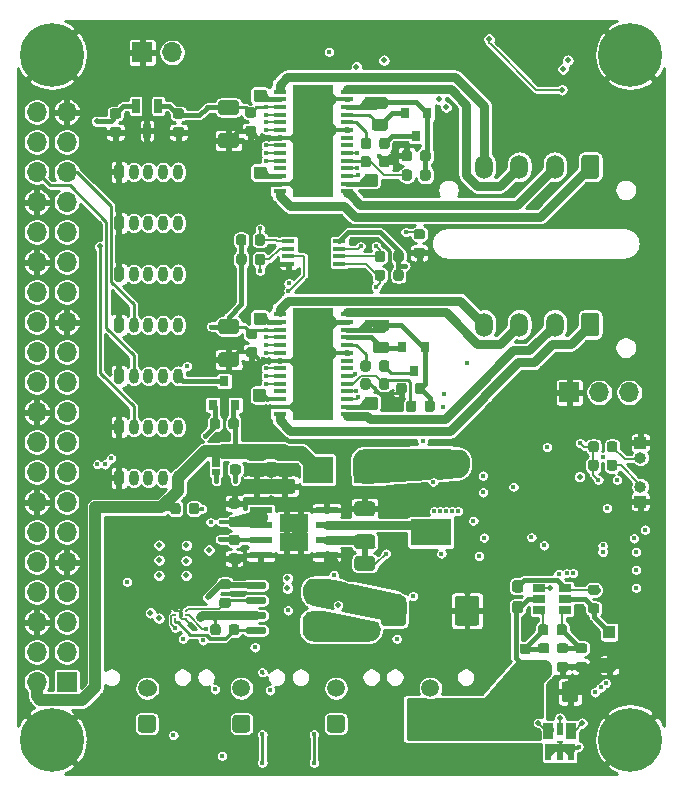
<source format=gbr>
G04 #@! TF.GenerationSoftware,KiCad,Pcbnew,(5.1.6)-1*
G04 #@! TF.CreationDate,2021-05-19T18:18:17+02:00*
G04 #@! TF.ProjectId,rysboard,72797362-6f61-4726-942e-6b696361645f,4.2*
G04 #@! TF.SameCoordinates,Original*
G04 #@! TF.FileFunction,Copper,L1,Top*
G04 #@! TF.FilePolarity,Positive*
%FSLAX46Y46*%
G04 Gerber Fmt 4.6, Leading zero omitted, Abs format (unit mm)*
G04 Created by KiCad (PCBNEW (5.1.6)-1) date 2021-05-19 18:18:17*
%MOMM*%
%LPD*%
G01*
G04 APERTURE LIST*
G04 #@! TA.AperFunction,ComponentPad*
%ADD10C,1.500000*%
G04 #@! TD*
G04 #@! TA.AperFunction,SMDPad,CuDef*
%ADD11R,0.800000X0.900000*%
G04 #@! TD*
G04 #@! TA.AperFunction,SMDPad,CuDef*
%ADD12R,3.500000X2.300000*%
G04 #@! TD*
G04 #@! TA.AperFunction,SMDPad,CuDef*
%ADD13R,0.600000X0.250000*%
G04 #@! TD*
G04 #@! TA.AperFunction,SMDPad,CuDef*
%ADD14R,2.500000X0.650000*%
G04 #@! TD*
G04 #@! TA.AperFunction,SMDPad,CuDef*
%ADD15R,0.600000X0.800000*%
G04 #@! TD*
G04 #@! TA.AperFunction,SMDPad,CuDef*
%ADD16R,0.900000X1.350000*%
G04 #@! TD*
G04 #@! TA.AperFunction,SMDPad,CuDef*
%ADD17R,0.500000X0.800000*%
G04 #@! TD*
G04 #@! TA.AperFunction,SMDPad,CuDef*
%ADD18R,0.500000X1.050000*%
G04 #@! TD*
G04 #@! TA.AperFunction,ComponentPad*
%ADD19O,1.500000X2.020000*%
G04 #@! TD*
G04 #@! TA.AperFunction,ComponentPad*
%ADD20C,5.400000*%
G04 #@! TD*
G04 #@! TA.AperFunction,SMDPad,CuDef*
%ADD21R,2.500000X2.300000*%
G04 #@! TD*
G04 #@! TA.AperFunction,ViaPad*
%ADD22C,0.600000*%
G04 #@! TD*
G04 #@! TA.AperFunction,SMDPad,CuDef*
%ADD23R,3.400000X9.500000*%
G04 #@! TD*
G04 #@! TA.AperFunction,SMDPad,CuDef*
%ADD24R,1.100000X0.400000*%
G04 #@! TD*
G04 #@! TA.AperFunction,ComponentPad*
%ADD25O,0.800000X1.300000*%
G04 #@! TD*
G04 #@! TA.AperFunction,ComponentPad*
%ADD26O,1.700000X1.700000*%
G04 #@! TD*
G04 #@! TA.AperFunction,ComponentPad*
%ADD27R,1.700000X1.700000*%
G04 #@! TD*
G04 #@! TA.AperFunction,SMDPad,CuDef*
%ADD28R,1.100000X1.100000*%
G04 #@! TD*
G04 #@! TA.AperFunction,SMDPad,CuDef*
%ADD29R,1.060000X0.650000*%
G04 #@! TD*
G04 #@! TA.AperFunction,ComponentPad*
%ADD30R,1.000000X1.000000*%
G04 #@! TD*
G04 #@! TA.AperFunction,ComponentPad*
%ADD31O,1.000000X1.000000*%
G04 #@! TD*
G04 #@! TA.AperFunction,SMDPad,CuDef*
%ADD32R,0.200000X0.200000*%
G04 #@! TD*
G04 #@! TA.AperFunction,SMDPad,CuDef*
%ADD33R,1.910000X0.610000*%
G04 #@! TD*
G04 #@! TA.AperFunction,SMDPad,CuDef*
%ADD34R,1.205000X1.550000*%
G04 #@! TD*
G04 #@! TA.AperFunction,SMDPad,CuDef*
%ADD35R,0.700000X1.050000*%
G04 #@! TD*
G04 #@! TA.AperFunction,SMDPad,CuDef*
%ADD36R,0.700000X0.520000*%
G04 #@! TD*
G04 #@! TA.AperFunction,SMDPad,CuDef*
%ADD37R,0.650000X1.250000*%
G04 #@! TD*
G04 #@! TA.AperFunction,ViaPad*
%ADD38C,0.402000*%
G04 #@! TD*
G04 #@! TA.AperFunction,ViaPad*
%ADD39C,0.500000*%
G04 #@! TD*
G04 #@! TA.AperFunction,Conductor*
%ADD40C,0.400000*%
G04 #@! TD*
G04 #@! TA.AperFunction,Conductor*
%ADD41C,1.250000*%
G04 #@! TD*
G04 #@! TA.AperFunction,Conductor*
%ADD42C,0.130000*%
G04 #@! TD*
G04 #@! TA.AperFunction,Conductor*
%ADD43C,0.350000*%
G04 #@! TD*
G04 #@! TA.AperFunction,Conductor*
%ADD44C,0.250000*%
G04 #@! TD*
G04 #@! TA.AperFunction,Conductor*
%ADD45C,0.750000*%
G04 #@! TD*
G04 #@! TA.AperFunction,Conductor*
%ADD46C,0.200000*%
G04 #@! TD*
G04 #@! TA.AperFunction,Conductor*
%ADD47C,1.000000*%
G04 #@! TD*
G04 #@! TA.AperFunction,Conductor*
%ADD48C,0.500000*%
G04 #@! TD*
G04 #@! TA.AperFunction,Conductor*
%ADD49C,0.254000*%
G04 #@! TD*
G04 APERTURE END LIST*
D10*
X94856000Y-122800000D03*
G04 #@! TA.AperFunction,ComponentPad*
G36*
G01*
X95606000Y-125300000D02*
X95606000Y-126300000D01*
G75*
G02*
X95356000Y-126550000I-250000J0D01*
G01*
X94356000Y-126550000D01*
G75*
G02*
X94106000Y-126300000I0J250000D01*
G01*
X94106000Y-125300000D01*
G75*
G02*
X94356000Y-125050000I250000J0D01*
G01*
X95356000Y-125050000D01*
G75*
G02*
X95606000Y-125300000I0J-250000D01*
G01*
G37*
G04 #@! TD.AperFunction*
D11*
X93400000Y-96800000D03*
X94350000Y-98800000D03*
X92450000Y-98800000D03*
D12*
X110900000Y-109600000D03*
X110900000Y-103600000D03*
D10*
X110856000Y-122800000D03*
G04 #@! TA.AperFunction,ComponentPad*
G36*
G01*
X111606000Y-125300000D02*
X111606000Y-126300000D01*
G75*
G02*
X111356000Y-126550000I-250000J0D01*
G01*
X110356000Y-126550000D01*
G75*
G02*
X110106000Y-126300000I0J250000D01*
G01*
X110106000Y-125300000D01*
G75*
G02*
X110356000Y-125050000I250000J0D01*
G01*
X111356000Y-125050000D01*
G75*
G02*
X111606000Y-125300000I0J-250000D01*
G01*
G37*
G04 #@! TD.AperFunction*
X86856000Y-122800000D03*
G04 #@! TA.AperFunction,ComponentPad*
G36*
G01*
X87606000Y-125300000D02*
X87606000Y-126300000D01*
G75*
G02*
X87356000Y-126550000I-250000J0D01*
G01*
X86356000Y-126550000D01*
G75*
G02*
X86106000Y-126300000I0J250000D01*
G01*
X86106000Y-125300000D01*
G75*
G02*
X86356000Y-125050000I250000J0D01*
G01*
X87356000Y-125050000D01*
G75*
G02*
X87606000Y-125300000I0J-250000D01*
G01*
G37*
G04 #@! TD.AperFunction*
D13*
X121810000Y-127370000D03*
D14*
X121810000Y-127820000D03*
D15*
X122760000Y-128520000D03*
D16*
X122760000Y-126375000D03*
D17*
X121810000Y-128520000D03*
D18*
X121810000Y-126225000D03*
D15*
X120860000Y-128520000D03*
D16*
X120860000Y-126375000D03*
D19*
X115400000Y-92000000D03*
X118400000Y-92000000D03*
X121400000Y-92000000D03*
G04 #@! TA.AperFunction,ComponentPad*
G36*
G01*
X125150000Y-91240000D02*
X125150000Y-92760000D01*
G75*
G02*
X124900000Y-93010000I-250000J0D01*
G01*
X123900000Y-93010000D01*
G75*
G02*
X123650000Y-92760000I0J250000D01*
G01*
X123650000Y-91240000D01*
G75*
G02*
X123900000Y-90990000I250000J0D01*
G01*
X124900000Y-90990000D01*
G75*
G02*
X125150000Y-91240000I0J-250000D01*
G01*
G37*
G04 #@! TD.AperFunction*
G04 #@! TA.AperFunction,SMDPad,CuDef*
G36*
G01*
X105925000Y-108225000D02*
X104675000Y-108225000D01*
G75*
G02*
X104425000Y-107975000I0J250000D01*
G01*
X104425000Y-107225000D01*
G75*
G02*
X104675000Y-106975000I250000J0D01*
G01*
X105925000Y-106975000D01*
G75*
G02*
X106175000Y-107225000I0J-250000D01*
G01*
X106175000Y-107975000D01*
G75*
G02*
X105925000Y-108225000I-250000J0D01*
G01*
G37*
G04 #@! TD.AperFunction*
G04 #@! TA.AperFunction,SMDPad,CuDef*
G36*
G01*
X105925000Y-111025000D02*
X104675000Y-111025000D01*
G75*
G02*
X104425000Y-110775000I0J250000D01*
G01*
X104425000Y-110025000D01*
G75*
G02*
X104675000Y-109775000I250000J0D01*
G01*
X105925000Y-109775000D01*
G75*
G02*
X106175000Y-110025000I0J-250000D01*
G01*
X106175000Y-110775000D01*
G75*
G02*
X105925000Y-111025000I-250000J0D01*
G01*
G37*
G04 #@! TD.AperFunction*
D20*
X127800000Y-127150000D03*
X78800000Y-69150000D03*
X78800000Y-127150000D03*
D19*
X115400000Y-78640000D03*
X118400000Y-78640000D03*
X121400000Y-78640000D03*
G04 #@! TA.AperFunction,ComponentPad*
G36*
G01*
X125150000Y-77880000D02*
X125150000Y-79400000D01*
G75*
G02*
X124900000Y-79650000I-250000J0D01*
G01*
X123900000Y-79650000D01*
G75*
G02*
X123650000Y-79400000I0J250000D01*
G01*
X123650000Y-77880000D01*
G75*
G02*
X123900000Y-77630000I250000J0D01*
G01*
X124900000Y-77630000D01*
G75*
G02*
X125150000Y-77880000I0J-250000D01*
G01*
G37*
G04 #@! TD.AperFunction*
D21*
X105650000Y-104300000D03*
X101350000Y-104300000D03*
D22*
X102250000Y-72050000D03*
X100950000Y-72050000D03*
X99650000Y-72050000D03*
X102250000Y-73830000D03*
X100950000Y-73830000D03*
X99650000Y-73830000D03*
X102250000Y-75610000D03*
X100950000Y-75610000D03*
X99650000Y-75610000D03*
X102250000Y-77390000D03*
X100950000Y-77390000D03*
X99650000Y-77390000D03*
X102250000Y-79170000D03*
X100950000Y-79170000D03*
X99650000Y-79170000D03*
X99650000Y-80950000D03*
X100950000Y-80950000D03*
X102250000Y-80950000D03*
D23*
X100950000Y-76500000D03*
D24*
X98100000Y-80725000D03*
X98100000Y-80075000D03*
X98100000Y-79425000D03*
X98100000Y-78775000D03*
X98100000Y-78125000D03*
X98100000Y-77475000D03*
X98100000Y-76825000D03*
X98100000Y-76175000D03*
X98100000Y-75525000D03*
X98100000Y-74875000D03*
X98100000Y-74225000D03*
X98100000Y-73575000D03*
X98100000Y-72925000D03*
X98100000Y-72275000D03*
X103800000Y-72275000D03*
X103800000Y-72925000D03*
X103800000Y-73575000D03*
X103800000Y-74225000D03*
X103800000Y-74875000D03*
X103800000Y-75525000D03*
X103800000Y-76175000D03*
X103800000Y-76825000D03*
X103800000Y-77475000D03*
X103800000Y-78125000D03*
X103800000Y-78775000D03*
X103800000Y-79425000D03*
X103800000Y-80075000D03*
X103800000Y-80725000D03*
D22*
X102250000Y-90925000D03*
X100950000Y-90925000D03*
X99650000Y-90925000D03*
X102250000Y-92705000D03*
X100950000Y-92705000D03*
X99650000Y-92705000D03*
X102250000Y-94485000D03*
X100950000Y-94485000D03*
X99650000Y-94485000D03*
X102250000Y-96265000D03*
X100950000Y-96265000D03*
X99650000Y-96265000D03*
X102250000Y-98045000D03*
X100950000Y-98045000D03*
X99650000Y-98045000D03*
X99650000Y-99825000D03*
X100950000Y-99825000D03*
X102250000Y-99825000D03*
D23*
X100950000Y-95375000D03*
D24*
X98100000Y-99600000D03*
X98100000Y-98950000D03*
X98100000Y-98300000D03*
X98100000Y-97650000D03*
X98100000Y-97000000D03*
X98100000Y-96350000D03*
X98100000Y-95700000D03*
X98100000Y-95050000D03*
X98100000Y-94400000D03*
X98100000Y-93750000D03*
X98100000Y-93100000D03*
X98100000Y-92450000D03*
X98100000Y-91800000D03*
X98100000Y-91150000D03*
X103800000Y-91150000D03*
X103800000Y-91800000D03*
X103800000Y-92450000D03*
X103800000Y-93100000D03*
X103800000Y-93750000D03*
X103800000Y-94400000D03*
X103800000Y-95050000D03*
X103800000Y-95700000D03*
X103800000Y-96350000D03*
X103800000Y-97000000D03*
X103800000Y-97650000D03*
X103800000Y-98300000D03*
X103800000Y-98950000D03*
X103800000Y-99600000D03*
D25*
X89492000Y-104990000D03*
X88242000Y-104990000D03*
X86992000Y-104990000D03*
X85742000Y-104990000D03*
G04 #@! TA.AperFunction,ComponentPad*
G36*
G01*
X84092000Y-105440000D02*
X84092000Y-104540000D01*
G75*
G02*
X84292000Y-104340000I200000J0D01*
G01*
X84692000Y-104340000D01*
G75*
G02*
X84892000Y-104540000I0J-200000D01*
G01*
X84892000Y-105440000D01*
G75*
G02*
X84692000Y-105640000I-200000J0D01*
G01*
X84292000Y-105640000D01*
G75*
G02*
X84092000Y-105440000I0J200000D01*
G01*
G37*
G04 #@! TD.AperFunction*
X89492000Y-79082000D03*
X88242000Y-79082000D03*
X86992000Y-79082000D03*
X85742000Y-79082000D03*
G04 #@! TA.AperFunction,ComponentPad*
G36*
G01*
X84092000Y-79532000D02*
X84092000Y-78632000D01*
G75*
G02*
X84292000Y-78432000I200000J0D01*
G01*
X84692000Y-78432000D01*
G75*
G02*
X84892000Y-78632000I0J-200000D01*
G01*
X84892000Y-79532000D01*
G75*
G02*
X84692000Y-79732000I-200000J0D01*
G01*
X84292000Y-79732000D01*
G75*
G02*
X84092000Y-79532000I0J200000D01*
G01*
G37*
G04 #@! TD.AperFunction*
X89492000Y-83400000D03*
X88242000Y-83400000D03*
X86992000Y-83400000D03*
X85742000Y-83400000D03*
G04 #@! TA.AperFunction,ComponentPad*
G36*
G01*
X84092000Y-83850000D02*
X84092000Y-82950000D01*
G75*
G02*
X84292000Y-82750000I200000J0D01*
G01*
X84692000Y-82750000D01*
G75*
G02*
X84892000Y-82950000I0J-200000D01*
G01*
X84892000Y-83850000D01*
G75*
G02*
X84692000Y-84050000I-200000J0D01*
G01*
X84292000Y-84050000D01*
G75*
G02*
X84092000Y-83850000I0J200000D01*
G01*
G37*
G04 #@! TD.AperFunction*
X89492000Y-87718000D03*
X88242000Y-87718000D03*
X86992000Y-87718000D03*
X85742000Y-87718000D03*
G04 #@! TA.AperFunction,ComponentPad*
G36*
G01*
X84092000Y-88168000D02*
X84092000Y-87268000D01*
G75*
G02*
X84292000Y-87068000I200000J0D01*
G01*
X84692000Y-87068000D01*
G75*
G02*
X84892000Y-87268000I0J-200000D01*
G01*
X84892000Y-88168000D01*
G75*
G02*
X84692000Y-88368000I-200000J0D01*
G01*
X84292000Y-88368000D01*
G75*
G02*
X84092000Y-88168000I0J200000D01*
G01*
G37*
G04 #@! TD.AperFunction*
X89492000Y-92036000D03*
X88242000Y-92036000D03*
X86992000Y-92036000D03*
X85742000Y-92036000D03*
G04 #@! TA.AperFunction,ComponentPad*
G36*
G01*
X84092000Y-92486000D02*
X84092000Y-91586000D01*
G75*
G02*
X84292000Y-91386000I200000J0D01*
G01*
X84692000Y-91386000D01*
G75*
G02*
X84892000Y-91586000I0J-200000D01*
G01*
X84892000Y-92486000D01*
G75*
G02*
X84692000Y-92686000I-200000J0D01*
G01*
X84292000Y-92686000D01*
G75*
G02*
X84092000Y-92486000I0J200000D01*
G01*
G37*
G04 #@! TD.AperFunction*
X89492000Y-96354000D03*
X88242000Y-96354000D03*
X86992000Y-96354000D03*
X85742000Y-96354000D03*
G04 #@! TA.AperFunction,ComponentPad*
G36*
G01*
X84092000Y-96804000D02*
X84092000Y-95904000D01*
G75*
G02*
X84292000Y-95704000I200000J0D01*
G01*
X84692000Y-95704000D01*
G75*
G02*
X84892000Y-95904000I0J-200000D01*
G01*
X84892000Y-96804000D01*
G75*
G02*
X84692000Y-97004000I-200000J0D01*
G01*
X84292000Y-97004000D01*
G75*
G02*
X84092000Y-96804000I0J200000D01*
G01*
G37*
G04 #@! TD.AperFunction*
X89492000Y-100672000D03*
X88242000Y-100672000D03*
X86992000Y-100672000D03*
X85742000Y-100672000D03*
G04 #@! TA.AperFunction,ComponentPad*
G36*
G01*
X84092000Y-101122000D02*
X84092000Y-100222000D01*
G75*
G02*
X84292000Y-100022000I200000J0D01*
G01*
X84692000Y-100022000D01*
G75*
G02*
X84892000Y-100222000I0J-200000D01*
G01*
X84892000Y-101122000D01*
G75*
G02*
X84692000Y-101322000I-200000J0D01*
G01*
X84292000Y-101322000D01*
G75*
G02*
X84092000Y-101122000I0J200000D01*
G01*
G37*
G04 #@! TD.AperFunction*
D26*
X77524500Y-74011100D03*
X80064500Y-74011100D03*
X77524500Y-76551100D03*
X80064500Y-76551100D03*
X77524500Y-79091100D03*
X80064500Y-79091100D03*
X77524500Y-81631100D03*
X80064500Y-81631100D03*
X77524500Y-84171100D03*
X80064500Y-84171100D03*
X77524500Y-86711100D03*
X80064500Y-86711100D03*
X77524500Y-89251100D03*
X80064500Y-89251100D03*
X77524500Y-91791100D03*
X80064500Y-91791100D03*
X77524500Y-94331100D03*
X80064500Y-94331100D03*
X77524500Y-96871100D03*
X80064500Y-96871100D03*
X77524500Y-99411100D03*
X80064500Y-99411100D03*
X77524500Y-101951100D03*
X80064500Y-101951100D03*
X77524500Y-104491100D03*
X80064500Y-104491100D03*
X77524500Y-107031100D03*
X80064500Y-107031100D03*
X77524500Y-109571100D03*
X80064500Y-109571100D03*
X77524500Y-112111100D03*
X80064500Y-112111100D03*
X77524500Y-114651100D03*
X80064500Y-114651100D03*
X77524500Y-117191100D03*
X80064500Y-117191100D03*
X77524500Y-119731100D03*
X80064500Y-119731100D03*
X77524500Y-122271100D03*
D27*
X80064500Y-122271100D03*
G04 #@! TA.AperFunction,SMDPad,CuDef*
G36*
G01*
X97925000Y-105075000D02*
X99175000Y-105075000D01*
G75*
G02*
X99425000Y-105325000I0J-250000D01*
G01*
X99425000Y-106075000D01*
G75*
G02*
X99175000Y-106325000I-250000J0D01*
G01*
X97925000Y-106325000D01*
G75*
G02*
X97675000Y-106075000I0J250000D01*
G01*
X97675000Y-105325000D01*
G75*
G02*
X97925000Y-105075000I250000J0D01*
G01*
G37*
G04 #@! TD.AperFunction*
G04 #@! TA.AperFunction,SMDPad,CuDef*
G36*
G01*
X97925000Y-102275000D02*
X99175000Y-102275000D01*
G75*
G02*
X99425000Y-102525000I0J-250000D01*
G01*
X99425000Y-103275000D01*
G75*
G02*
X99175000Y-103525000I-250000J0D01*
G01*
X97925000Y-103525000D01*
G75*
G02*
X97675000Y-103275000I0J250000D01*
G01*
X97675000Y-102525000D01*
G75*
G02*
X97925000Y-102275000I250000J0D01*
G01*
G37*
G04 #@! TD.AperFunction*
G04 #@! TA.AperFunction,SMDPad,CuDef*
G36*
G01*
X95525000Y-105075000D02*
X96775000Y-105075000D01*
G75*
G02*
X97025000Y-105325000I0J-250000D01*
G01*
X97025000Y-106075000D01*
G75*
G02*
X96775000Y-106325000I-250000J0D01*
G01*
X95525000Y-106325000D01*
G75*
G02*
X95275000Y-106075000I0J250000D01*
G01*
X95275000Y-105325000D01*
G75*
G02*
X95525000Y-105075000I250000J0D01*
G01*
G37*
G04 #@! TD.AperFunction*
G04 #@! TA.AperFunction,SMDPad,CuDef*
G36*
G01*
X95525000Y-102275000D02*
X96775000Y-102275000D01*
G75*
G02*
X97025000Y-102525000I0J-250000D01*
G01*
X97025000Y-103275000D01*
G75*
G02*
X96775000Y-103525000I-250000J0D01*
G01*
X95525000Y-103525000D01*
G75*
G02*
X95275000Y-103275000I0J250000D01*
G01*
X95275000Y-102525000D01*
G75*
G02*
X95525000Y-102275000I250000J0D01*
G01*
G37*
G04 #@! TD.AperFunction*
G04 #@! TA.AperFunction,SMDPad,CuDef*
G36*
G01*
X94506250Y-107580000D02*
X93993750Y-107580000D01*
G75*
G02*
X93775000Y-107361250I0J218750D01*
G01*
X93775000Y-106923750D01*
G75*
G02*
X93993750Y-106705000I218750J0D01*
G01*
X94506250Y-106705000D01*
G75*
G02*
X94725000Y-106923750I0J-218750D01*
G01*
X94725000Y-107361250D01*
G75*
G02*
X94506250Y-107580000I-218750J0D01*
G01*
G37*
G04 #@! TD.AperFunction*
G04 #@! TA.AperFunction,SMDPad,CuDef*
G36*
G01*
X94506250Y-109155000D02*
X93993750Y-109155000D01*
G75*
G02*
X93775000Y-108936250I0J218750D01*
G01*
X93775000Y-108498750D01*
G75*
G02*
X93993750Y-108280000I218750J0D01*
G01*
X94506250Y-108280000D01*
G75*
G02*
X94725000Y-108498750I0J-218750D01*
G01*
X94725000Y-108936250D01*
G75*
G02*
X94506250Y-109155000I-218750J0D01*
G01*
G37*
G04 #@! TD.AperFunction*
D20*
X127800000Y-69150000D03*
D10*
X102856000Y-122800000D03*
G04 #@! TA.AperFunction,ComponentPad*
G36*
G01*
X103606000Y-125300000D02*
X103606000Y-126300000D01*
G75*
G02*
X103356000Y-126550000I-250000J0D01*
G01*
X102356000Y-126550000D01*
G75*
G02*
X102106000Y-126300000I0J250000D01*
G01*
X102106000Y-125300000D01*
G75*
G02*
X102356000Y-125050000I250000J0D01*
G01*
X103356000Y-125050000D01*
G75*
G02*
X103606000Y-125300000I0J-250000D01*
G01*
G37*
G04 #@! TD.AperFunction*
G04 #@! TA.AperFunction,SMDPad,CuDef*
G36*
G01*
X93165000Y-94345000D02*
X94415000Y-94345000D01*
G75*
G02*
X94665000Y-94595000I0J-250000D01*
G01*
X94665000Y-95345000D01*
G75*
G02*
X94415000Y-95595000I-250000J0D01*
G01*
X93165000Y-95595000D01*
G75*
G02*
X92915000Y-95345000I0J250000D01*
G01*
X92915000Y-94595000D01*
G75*
G02*
X93165000Y-94345000I250000J0D01*
G01*
G37*
G04 #@! TD.AperFunction*
G04 #@! TA.AperFunction,SMDPad,CuDef*
G36*
G01*
X93165000Y-91545000D02*
X94415000Y-91545000D01*
G75*
G02*
X94665000Y-91795000I0J-250000D01*
G01*
X94665000Y-92545000D01*
G75*
G02*
X94415000Y-92795000I-250000J0D01*
G01*
X93165000Y-92795000D01*
G75*
G02*
X92915000Y-92545000I0J250000D01*
G01*
X92915000Y-91795000D01*
G75*
G02*
X93165000Y-91545000I250000J0D01*
G01*
G37*
G04 #@! TD.AperFunction*
G04 #@! TA.AperFunction,SMDPad,CuDef*
G36*
G01*
X106233750Y-93460000D02*
X107146250Y-93460000D01*
G75*
G02*
X107390000Y-93703750I0J-243750D01*
G01*
X107390000Y-94191250D01*
G75*
G02*
X107146250Y-94435000I-243750J0D01*
G01*
X106233750Y-94435000D01*
G75*
G02*
X105990000Y-94191250I0J243750D01*
G01*
X105990000Y-93703750D01*
G75*
G02*
X106233750Y-93460000I243750J0D01*
G01*
G37*
G04 #@! TD.AperFunction*
G04 #@! TA.AperFunction,SMDPad,CuDef*
G36*
G01*
X106233750Y-91585000D02*
X107146250Y-91585000D01*
G75*
G02*
X107390000Y-91828750I0J-243750D01*
G01*
X107390000Y-92316250D01*
G75*
G02*
X107146250Y-92560000I-243750J0D01*
G01*
X106233750Y-92560000D01*
G75*
G02*
X105990000Y-92316250I0J243750D01*
G01*
X105990000Y-91828750D01*
G75*
G02*
X106233750Y-91585000I243750J0D01*
G01*
G37*
G04 #@! TD.AperFunction*
G04 #@! TA.AperFunction,SMDPad,CuDef*
G36*
G01*
X105810000Y-95253750D02*
X105810000Y-95766250D01*
G75*
G02*
X105591250Y-95985000I-218750J0D01*
G01*
X105153750Y-95985000D01*
G75*
G02*
X104935000Y-95766250I0J218750D01*
G01*
X104935000Y-95253750D01*
G75*
G02*
X105153750Y-95035000I218750J0D01*
G01*
X105591250Y-95035000D01*
G75*
G02*
X105810000Y-95253750I0J-218750D01*
G01*
G37*
G04 #@! TD.AperFunction*
G04 #@! TA.AperFunction,SMDPad,CuDef*
G36*
G01*
X107385000Y-95253750D02*
X107385000Y-95766250D01*
G75*
G02*
X107166250Y-95985000I-218750J0D01*
G01*
X106728750Y-95985000D01*
G75*
G02*
X106510000Y-95766250I0J218750D01*
G01*
X106510000Y-95253750D01*
G75*
G02*
X106728750Y-95035000I218750J0D01*
G01*
X107166250Y-95035000D01*
G75*
G02*
X107385000Y-95253750I0J-218750D01*
G01*
G37*
G04 #@! TD.AperFunction*
G04 #@! TA.AperFunction,SMDPad,CuDef*
G36*
G01*
X95483750Y-93920000D02*
X95996250Y-93920000D01*
G75*
G02*
X96215000Y-94138750I0J-218750D01*
G01*
X96215000Y-94576250D01*
G75*
G02*
X95996250Y-94795000I-218750J0D01*
G01*
X95483750Y-94795000D01*
G75*
G02*
X95265000Y-94576250I0J218750D01*
G01*
X95265000Y-94138750D01*
G75*
G02*
X95483750Y-93920000I218750J0D01*
G01*
G37*
G04 #@! TD.AperFunction*
G04 #@! TA.AperFunction,SMDPad,CuDef*
G36*
G01*
X95483750Y-92345000D02*
X95996250Y-92345000D01*
G75*
G02*
X96215000Y-92563750I0J-218750D01*
G01*
X96215000Y-93001250D01*
G75*
G02*
X95996250Y-93220000I-218750J0D01*
G01*
X95483750Y-93220000D01*
G75*
G02*
X95265000Y-93001250I0J218750D01*
G01*
X95265000Y-92563750D01*
G75*
G02*
X95483750Y-92345000I218750J0D01*
G01*
G37*
G04 #@! TD.AperFunction*
G04 #@! TA.AperFunction,SMDPad,CuDef*
G36*
G01*
X108850000Y-97153750D02*
X108850000Y-97666250D01*
G75*
G02*
X108631250Y-97885000I-218750J0D01*
G01*
X108193750Y-97885000D01*
G75*
G02*
X107975000Y-97666250I0J218750D01*
G01*
X107975000Y-97153750D01*
G75*
G02*
X108193750Y-96935000I218750J0D01*
G01*
X108631250Y-96935000D01*
G75*
G02*
X108850000Y-97153750I0J-218750D01*
G01*
G37*
G04 #@! TD.AperFunction*
G04 #@! TA.AperFunction,SMDPad,CuDef*
G36*
G01*
X110425000Y-97153750D02*
X110425000Y-97666250D01*
G75*
G02*
X110206250Y-97885000I-218750J0D01*
G01*
X109768750Y-97885000D01*
G75*
G02*
X109550000Y-97666250I0J218750D01*
G01*
X109550000Y-97153750D01*
G75*
G02*
X109768750Y-96935000I218750J0D01*
G01*
X110206250Y-96935000D01*
G75*
G02*
X110425000Y-97153750I0J-218750D01*
G01*
G37*
G04 #@! TD.AperFunction*
G04 #@! TA.AperFunction,SMDPad,CuDef*
G36*
G01*
X93145000Y-75795000D02*
X94395000Y-75795000D01*
G75*
G02*
X94645000Y-76045000I0J-250000D01*
G01*
X94645000Y-76795000D01*
G75*
G02*
X94395000Y-77045000I-250000J0D01*
G01*
X93145000Y-77045000D01*
G75*
G02*
X92895000Y-76795000I0J250000D01*
G01*
X92895000Y-76045000D01*
G75*
G02*
X93145000Y-75795000I250000J0D01*
G01*
G37*
G04 #@! TD.AperFunction*
G04 #@! TA.AperFunction,SMDPad,CuDef*
G36*
G01*
X93145000Y-72995000D02*
X94395000Y-72995000D01*
G75*
G02*
X94645000Y-73245000I0J-250000D01*
G01*
X94645000Y-73995000D01*
G75*
G02*
X94395000Y-74245000I-250000J0D01*
G01*
X93145000Y-74245000D01*
G75*
G02*
X92895000Y-73995000I0J250000D01*
G01*
X92895000Y-73245000D01*
G75*
G02*
X93145000Y-72995000I250000J0D01*
G01*
G37*
G04 #@! TD.AperFunction*
G04 #@! TA.AperFunction,SMDPad,CuDef*
G36*
G01*
X106123750Y-74630000D02*
X107036250Y-74630000D01*
G75*
G02*
X107280000Y-74873750I0J-243750D01*
G01*
X107280000Y-75361250D01*
G75*
G02*
X107036250Y-75605000I-243750J0D01*
G01*
X106123750Y-75605000D01*
G75*
G02*
X105880000Y-75361250I0J243750D01*
G01*
X105880000Y-74873750D01*
G75*
G02*
X106123750Y-74630000I243750J0D01*
G01*
G37*
G04 #@! TD.AperFunction*
G04 #@! TA.AperFunction,SMDPad,CuDef*
G36*
G01*
X106123750Y-72755000D02*
X107036250Y-72755000D01*
G75*
G02*
X107280000Y-72998750I0J-243750D01*
G01*
X107280000Y-73486250D01*
G75*
G02*
X107036250Y-73730000I-243750J0D01*
G01*
X106123750Y-73730000D01*
G75*
G02*
X105880000Y-73486250I0J243750D01*
G01*
X105880000Y-72998750D01*
G75*
G02*
X106123750Y-72755000I243750J0D01*
G01*
G37*
G04 #@! TD.AperFunction*
G04 #@! TA.AperFunction,SMDPad,CuDef*
G36*
G01*
X105830000Y-76413750D02*
X105830000Y-76926250D01*
G75*
G02*
X105611250Y-77145000I-218750J0D01*
G01*
X105173750Y-77145000D01*
G75*
G02*
X104955000Y-76926250I0J218750D01*
G01*
X104955000Y-76413750D01*
G75*
G02*
X105173750Y-76195000I218750J0D01*
G01*
X105611250Y-76195000D01*
G75*
G02*
X105830000Y-76413750I0J-218750D01*
G01*
G37*
G04 #@! TD.AperFunction*
G04 #@! TA.AperFunction,SMDPad,CuDef*
G36*
G01*
X107405000Y-76413750D02*
X107405000Y-76926250D01*
G75*
G02*
X107186250Y-77145000I-218750J0D01*
G01*
X106748750Y-77145000D01*
G75*
G02*
X106530000Y-76926250I0J218750D01*
G01*
X106530000Y-76413750D01*
G75*
G02*
X106748750Y-76195000I218750J0D01*
G01*
X107186250Y-76195000D01*
G75*
G02*
X107405000Y-76413750I0J-218750D01*
G01*
G37*
G04 #@! TD.AperFunction*
G04 #@! TA.AperFunction,SMDPad,CuDef*
G36*
G01*
X95403750Y-75190000D02*
X95916250Y-75190000D01*
G75*
G02*
X96135000Y-75408750I0J-218750D01*
G01*
X96135000Y-75846250D01*
G75*
G02*
X95916250Y-76065000I-218750J0D01*
G01*
X95403750Y-76065000D01*
G75*
G02*
X95185000Y-75846250I0J218750D01*
G01*
X95185000Y-75408750D01*
G75*
G02*
X95403750Y-75190000I218750J0D01*
G01*
G37*
G04 #@! TD.AperFunction*
G04 #@! TA.AperFunction,SMDPad,CuDef*
G36*
G01*
X95403750Y-73615000D02*
X95916250Y-73615000D01*
G75*
G02*
X96135000Y-73833750I0J-218750D01*
G01*
X96135000Y-74271250D01*
G75*
G02*
X95916250Y-74490000I-218750J0D01*
G01*
X95403750Y-74490000D01*
G75*
G02*
X95185000Y-74271250I0J218750D01*
G01*
X95185000Y-73833750D01*
G75*
G02*
X95403750Y-73615000I218750J0D01*
G01*
G37*
G04 #@! TD.AperFunction*
G04 #@! TA.AperFunction,SMDPad,CuDef*
G36*
G01*
X109300000Y-77453750D02*
X109300000Y-77966250D01*
G75*
G02*
X109081250Y-78185000I-218750J0D01*
G01*
X108643750Y-78185000D01*
G75*
G02*
X108425000Y-77966250I0J218750D01*
G01*
X108425000Y-77453750D01*
G75*
G02*
X108643750Y-77235000I218750J0D01*
G01*
X109081250Y-77235000D01*
G75*
G02*
X109300000Y-77453750I0J-218750D01*
G01*
G37*
G04 #@! TD.AperFunction*
G04 #@! TA.AperFunction,SMDPad,CuDef*
G36*
G01*
X110875000Y-77453750D02*
X110875000Y-77966250D01*
G75*
G02*
X110656250Y-78185000I-218750J0D01*
G01*
X110218750Y-78185000D01*
G75*
G02*
X110000000Y-77966250I0J218750D01*
G01*
X110000000Y-77453750D01*
G75*
G02*
X110218750Y-77235000I218750J0D01*
G01*
X110656250Y-77235000D01*
G75*
G02*
X110875000Y-77453750I0J-218750D01*
G01*
G37*
G04 #@! TD.AperFunction*
G04 #@! TA.AperFunction,SMDPad,CuDef*
G36*
G01*
X118643750Y-120600000D02*
X119156250Y-120600000D01*
G75*
G02*
X119375000Y-120818750I0J-218750D01*
G01*
X119375000Y-121256250D01*
G75*
G02*
X119156250Y-121475000I-218750J0D01*
G01*
X118643750Y-121475000D01*
G75*
G02*
X118425000Y-121256250I0J218750D01*
G01*
X118425000Y-120818750D01*
G75*
G02*
X118643750Y-120600000I218750J0D01*
G01*
G37*
G04 #@! TD.AperFunction*
G04 #@! TA.AperFunction,SMDPad,CuDef*
G36*
G01*
X118643750Y-119025000D02*
X119156250Y-119025000D01*
G75*
G02*
X119375000Y-119243750I0J-218750D01*
G01*
X119375000Y-119681250D01*
G75*
G02*
X119156250Y-119900000I-218750J0D01*
G01*
X118643750Y-119900000D01*
G75*
G02*
X118425000Y-119681250I0J218750D01*
G01*
X118425000Y-119243750D01*
G75*
G02*
X118643750Y-119025000I218750J0D01*
G01*
G37*
G04 #@! TD.AperFunction*
G04 #@! TA.AperFunction,SMDPad,CuDef*
G36*
G01*
X121550000Y-118106250D02*
X121550000Y-117593750D01*
G75*
G02*
X121768750Y-117375000I218750J0D01*
G01*
X122206250Y-117375000D01*
G75*
G02*
X122425000Y-117593750I0J-218750D01*
G01*
X122425000Y-118106250D01*
G75*
G02*
X122206250Y-118325000I-218750J0D01*
G01*
X121768750Y-118325000D01*
G75*
G02*
X121550000Y-118106250I0J218750D01*
G01*
G37*
G04 #@! TD.AperFunction*
G04 #@! TA.AperFunction,SMDPad,CuDef*
G36*
G01*
X119975000Y-118106250D02*
X119975000Y-117593750D01*
G75*
G02*
X120193750Y-117375000I218750J0D01*
G01*
X120631250Y-117375000D01*
G75*
G02*
X120850000Y-117593750I0J-218750D01*
G01*
X120850000Y-118106250D01*
G75*
G02*
X120631250Y-118325000I-218750J0D01*
G01*
X120193750Y-118325000D01*
G75*
G02*
X119975000Y-118106250I0J218750D01*
G01*
G37*
G04 #@! TD.AperFunction*
G04 #@! TA.AperFunction,SMDPad,CuDef*
G36*
G01*
X123393750Y-120550000D02*
X123906250Y-120550000D01*
G75*
G02*
X124125000Y-120768750I0J-218750D01*
G01*
X124125000Y-121206250D01*
G75*
G02*
X123906250Y-121425000I-218750J0D01*
G01*
X123393750Y-121425000D01*
G75*
G02*
X123175000Y-121206250I0J218750D01*
G01*
X123175000Y-120768750D01*
G75*
G02*
X123393750Y-120550000I218750J0D01*
G01*
G37*
G04 #@! TD.AperFunction*
G04 #@! TA.AperFunction,SMDPad,CuDef*
G36*
G01*
X123393750Y-118975000D02*
X123906250Y-118975000D01*
G75*
G02*
X124125000Y-119193750I0J-218750D01*
G01*
X124125000Y-119631250D01*
G75*
G02*
X123906250Y-119850000I-218750J0D01*
G01*
X123393750Y-119850000D01*
G75*
G02*
X123175000Y-119631250I0J218750D01*
G01*
X123175000Y-119193750D01*
G75*
G02*
X123393750Y-118975000I218750J0D01*
G01*
G37*
G04 #@! TD.AperFunction*
G04 #@! TA.AperFunction,SMDPad,CuDef*
G36*
G01*
X118012500Y-115400000D02*
X118487500Y-115400000D01*
G75*
G02*
X118725000Y-115637500I0J-237500D01*
G01*
X118725000Y-116212500D01*
G75*
G02*
X118487500Y-116450000I-237500J0D01*
G01*
X118012500Y-116450000D01*
G75*
G02*
X117775000Y-116212500I0J237500D01*
G01*
X117775000Y-115637500D01*
G75*
G02*
X118012500Y-115400000I237500J0D01*
G01*
G37*
G04 #@! TD.AperFunction*
G04 #@! TA.AperFunction,SMDPad,CuDef*
G36*
G01*
X118012500Y-113650000D02*
X118487500Y-113650000D01*
G75*
G02*
X118725000Y-113887500I0J-237500D01*
G01*
X118725000Y-114462500D01*
G75*
G02*
X118487500Y-114700000I-237500J0D01*
G01*
X118012500Y-114700000D01*
G75*
G02*
X117775000Y-114462500I0J237500D01*
G01*
X117775000Y-113887500D01*
G75*
G02*
X118012500Y-113650000I237500J0D01*
G01*
G37*
G04 #@! TD.AperFunction*
D11*
X109450000Y-95900000D03*
X108500000Y-93900000D03*
X110400000Y-93900000D03*
X109630000Y-76060000D03*
X108680000Y-74060000D03*
X110580000Y-74060000D03*
D28*
X126000000Y-120850000D03*
X126000000Y-118050000D03*
D26*
X127705000Y-97750000D03*
X125165000Y-97750000D03*
D27*
X122625000Y-97750000D03*
G04 #@! TA.AperFunction,SMDPad,CuDef*
G36*
G01*
X110181250Y-84800000D02*
X109668750Y-84800000D01*
G75*
G02*
X109450000Y-84581250I0J218750D01*
G01*
X109450000Y-84143750D01*
G75*
G02*
X109668750Y-83925000I218750J0D01*
G01*
X110181250Y-83925000D01*
G75*
G02*
X110400000Y-84143750I0J-218750D01*
G01*
X110400000Y-84581250D01*
G75*
G02*
X110181250Y-84800000I-218750J0D01*
G01*
G37*
G04 #@! TD.AperFunction*
G04 #@! TA.AperFunction,SMDPad,CuDef*
G36*
G01*
X110181250Y-86375000D02*
X109668750Y-86375000D01*
G75*
G02*
X109450000Y-86156250I0J218750D01*
G01*
X109450000Y-85718750D01*
G75*
G02*
X109668750Y-85500000I218750J0D01*
G01*
X110181250Y-85500000D01*
G75*
G02*
X110400000Y-85718750I0J-218750D01*
G01*
X110400000Y-86156250D01*
G75*
G02*
X110181250Y-86375000I-218750J0D01*
G01*
G37*
G04 #@! TD.AperFunction*
G04 #@! TA.AperFunction,SMDPad,CuDef*
G36*
G01*
X107020000Y-87563750D02*
X107020000Y-88076250D01*
G75*
G02*
X106801250Y-88295000I-218750J0D01*
G01*
X106363750Y-88295000D01*
G75*
G02*
X106145000Y-88076250I0J218750D01*
G01*
X106145000Y-87563750D01*
G75*
G02*
X106363750Y-87345000I218750J0D01*
G01*
X106801250Y-87345000D01*
G75*
G02*
X107020000Y-87563750I0J-218750D01*
G01*
G37*
G04 #@! TD.AperFunction*
G04 #@! TA.AperFunction,SMDPad,CuDef*
G36*
G01*
X108595000Y-87563750D02*
X108595000Y-88076250D01*
G75*
G02*
X108376250Y-88295000I-218750J0D01*
G01*
X107938750Y-88295000D01*
G75*
G02*
X107720000Y-88076250I0J218750D01*
G01*
X107720000Y-87563750D01*
G75*
G02*
X107938750Y-87345000I218750J0D01*
G01*
X108376250Y-87345000D01*
G75*
G02*
X108595000Y-87563750I0J-218750D01*
G01*
G37*
G04 #@! TD.AperFunction*
G04 #@! TA.AperFunction,SMDPad,CuDef*
G36*
G01*
X109670000Y-98673750D02*
X109670000Y-99186250D01*
G75*
G02*
X109451250Y-99405000I-218750J0D01*
G01*
X109013750Y-99405000D01*
G75*
G02*
X108795000Y-99186250I0J218750D01*
G01*
X108795000Y-98673750D01*
G75*
G02*
X109013750Y-98455000I218750J0D01*
G01*
X109451250Y-98455000D01*
G75*
G02*
X109670000Y-98673750I0J-218750D01*
G01*
G37*
G04 #@! TD.AperFunction*
G04 #@! TA.AperFunction,SMDPad,CuDef*
G36*
G01*
X111245000Y-98673750D02*
X111245000Y-99186250D01*
G75*
G02*
X111026250Y-99405000I-218750J0D01*
G01*
X110588750Y-99405000D01*
G75*
G02*
X110370000Y-99186250I0J218750D01*
G01*
X110370000Y-98673750D01*
G75*
G02*
X110588750Y-98455000I218750J0D01*
G01*
X111026250Y-98455000D01*
G75*
G02*
X111245000Y-98673750I0J-218750D01*
G01*
G37*
G04 #@! TD.AperFunction*
G04 #@! TA.AperFunction,SMDPad,CuDef*
G36*
G01*
X105810000Y-96773750D02*
X105810000Y-97286250D01*
G75*
G02*
X105591250Y-97505000I-218750J0D01*
G01*
X105153750Y-97505000D01*
G75*
G02*
X104935000Y-97286250I0J218750D01*
G01*
X104935000Y-96773750D01*
G75*
G02*
X105153750Y-96555000I218750J0D01*
G01*
X105591250Y-96555000D01*
G75*
G02*
X105810000Y-96773750I0J-218750D01*
G01*
G37*
G04 #@! TD.AperFunction*
G04 #@! TA.AperFunction,SMDPad,CuDef*
G36*
G01*
X107385000Y-96773750D02*
X107385000Y-97286250D01*
G75*
G02*
X107166250Y-97505000I-218750J0D01*
G01*
X106728750Y-97505000D01*
G75*
G02*
X106510000Y-97286250I0J218750D01*
G01*
X106510000Y-96773750D01*
G75*
G02*
X106728750Y-96555000I218750J0D01*
G01*
X107166250Y-96555000D01*
G75*
G02*
X107385000Y-96773750I0J-218750D01*
G01*
G37*
G04 #@! TD.AperFunction*
G04 #@! TA.AperFunction,SMDPad,CuDef*
G36*
G01*
X109300000Y-79093750D02*
X109300000Y-79606250D01*
G75*
G02*
X109081250Y-79825000I-218750J0D01*
G01*
X108643750Y-79825000D01*
G75*
G02*
X108425000Y-79606250I0J218750D01*
G01*
X108425000Y-79093750D01*
G75*
G02*
X108643750Y-78875000I218750J0D01*
G01*
X109081250Y-78875000D01*
G75*
G02*
X109300000Y-79093750I0J-218750D01*
G01*
G37*
G04 #@! TD.AperFunction*
G04 #@! TA.AperFunction,SMDPad,CuDef*
G36*
G01*
X110875000Y-79093750D02*
X110875000Y-79606250D01*
G75*
G02*
X110656250Y-79825000I-218750J0D01*
G01*
X110218750Y-79825000D01*
G75*
G02*
X110000000Y-79606250I0J218750D01*
G01*
X110000000Y-79093750D01*
G75*
G02*
X110218750Y-78875000I218750J0D01*
G01*
X110656250Y-78875000D01*
G75*
G02*
X110875000Y-79093750I0J-218750D01*
G01*
G37*
G04 #@! TD.AperFunction*
G04 #@! TA.AperFunction,SMDPad,CuDef*
G36*
G01*
X106530000Y-78476250D02*
X106530000Y-77963750D01*
G75*
G02*
X106748750Y-77745000I218750J0D01*
G01*
X107186250Y-77745000D01*
G75*
G02*
X107405000Y-77963750I0J-218750D01*
G01*
X107405000Y-78476250D01*
G75*
G02*
X107186250Y-78695000I-218750J0D01*
G01*
X106748750Y-78695000D01*
G75*
G02*
X106530000Y-78476250I0J218750D01*
G01*
G37*
G04 #@! TD.AperFunction*
G04 #@! TA.AperFunction,SMDPad,CuDef*
G36*
G01*
X104955000Y-78476250D02*
X104955000Y-77963750D01*
G75*
G02*
X105173750Y-77745000I218750J0D01*
G01*
X105611250Y-77745000D01*
G75*
G02*
X105830000Y-77963750I0J-218750D01*
G01*
X105830000Y-78476250D01*
G75*
G02*
X105611250Y-78695000I-218750J0D01*
G01*
X105173750Y-78695000D01*
G75*
G02*
X104955000Y-78476250I0J218750D01*
G01*
G37*
G04 #@! TD.AperFunction*
G04 #@! TA.AperFunction,SMDPad,CuDef*
G36*
G01*
X94606250Y-103150000D02*
X94093750Y-103150000D01*
G75*
G02*
X93875000Y-102931250I0J218750D01*
G01*
X93875000Y-102493750D01*
G75*
G02*
X94093750Y-102275000I218750J0D01*
G01*
X94606250Y-102275000D01*
G75*
G02*
X94825000Y-102493750I0J-218750D01*
G01*
X94825000Y-102931250D01*
G75*
G02*
X94606250Y-103150000I-218750J0D01*
G01*
G37*
G04 #@! TD.AperFunction*
G04 #@! TA.AperFunction,SMDPad,CuDef*
G36*
G01*
X94606250Y-104725000D02*
X94093750Y-104725000D01*
G75*
G02*
X93875000Y-104506250I0J218750D01*
G01*
X93875000Y-104068750D01*
G75*
G02*
X94093750Y-103850000I218750J0D01*
G01*
X94606250Y-103850000D01*
G75*
G02*
X94825000Y-104068750I0J-218750D01*
G01*
X94825000Y-104506250D01*
G75*
G02*
X94606250Y-104725000I-218750J0D01*
G01*
G37*
G04 #@! TD.AperFunction*
G04 #@! TA.AperFunction,SMDPad,CuDef*
G36*
G01*
X93993750Y-111380000D02*
X94506250Y-111380000D01*
G75*
G02*
X94725000Y-111598750I0J-218750D01*
G01*
X94725000Y-112036250D01*
G75*
G02*
X94506250Y-112255000I-218750J0D01*
G01*
X93993750Y-112255000D01*
G75*
G02*
X93775000Y-112036250I0J218750D01*
G01*
X93775000Y-111598750D01*
G75*
G02*
X93993750Y-111380000I218750J0D01*
G01*
G37*
G04 #@! TD.AperFunction*
G04 #@! TA.AperFunction,SMDPad,CuDef*
G36*
G01*
X93993750Y-109805000D02*
X94506250Y-109805000D01*
G75*
G02*
X94725000Y-110023750I0J-218750D01*
G01*
X94725000Y-110461250D01*
G75*
G02*
X94506250Y-110680000I-218750J0D01*
G01*
X93993750Y-110680000D01*
G75*
G02*
X93775000Y-110461250I0J218750D01*
G01*
X93775000Y-110023750D01*
G75*
G02*
X93993750Y-109805000I218750J0D01*
G01*
G37*
G04 #@! TD.AperFunction*
G04 #@! TA.AperFunction,SMDPad,CuDef*
G36*
G01*
X120193750Y-120550000D02*
X120706250Y-120550000D01*
G75*
G02*
X120925000Y-120768750I0J-218750D01*
G01*
X120925000Y-121206250D01*
G75*
G02*
X120706250Y-121425000I-218750J0D01*
G01*
X120193750Y-121425000D01*
G75*
G02*
X119975000Y-121206250I0J218750D01*
G01*
X119975000Y-120768750D01*
G75*
G02*
X120193750Y-120550000I218750J0D01*
G01*
G37*
G04 #@! TD.AperFunction*
G04 #@! TA.AperFunction,SMDPad,CuDef*
G36*
G01*
X120193750Y-118975000D02*
X120706250Y-118975000D01*
G75*
G02*
X120925000Y-119193750I0J-218750D01*
G01*
X120925000Y-119631250D01*
G75*
G02*
X120706250Y-119850000I-218750J0D01*
G01*
X120193750Y-119850000D01*
G75*
G02*
X119975000Y-119631250I0J218750D01*
G01*
X119975000Y-119193750D01*
G75*
G02*
X120193750Y-118975000I218750J0D01*
G01*
G37*
G04 #@! TD.AperFunction*
G04 #@! TA.AperFunction,SMDPad,CuDef*
G36*
G01*
X120425000Y-122475000D02*
X120425000Y-123725000D01*
G75*
G02*
X120175000Y-123975000I-250000J0D01*
G01*
X119250000Y-123975000D01*
G75*
G02*
X119000000Y-123725000I0J250000D01*
G01*
X119000000Y-122475000D01*
G75*
G02*
X119250000Y-122225000I250000J0D01*
G01*
X120175000Y-122225000D01*
G75*
G02*
X120425000Y-122475000I0J-250000D01*
G01*
G37*
G04 #@! TD.AperFunction*
G04 #@! TA.AperFunction,SMDPad,CuDef*
G36*
G01*
X123400000Y-122475000D02*
X123400000Y-123725000D01*
G75*
G02*
X123150000Y-123975000I-250000J0D01*
G01*
X122225000Y-123975000D01*
G75*
G02*
X121975000Y-123725000I0J250000D01*
G01*
X121975000Y-122475000D01*
G75*
G02*
X122225000Y-122225000I250000J0D01*
G01*
X123150000Y-122225000D01*
G75*
G02*
X123400000Y-122475000I0J-250000D01*
G01*
G37*
G04 #@! TD.AperFunction*
G04 #@! TA.AperFunction,SMDPad,CuDef*
G36*
G01*
X121793750Y-120550000D02*
X122306250Y-120550000D01*
G75*
G02*
X122525000Y-120768750I0J-218750D01*
G01*
X122525000Y-121206250D01*
G75*
G02*
X122306250Y-121425000I-218750J0D01*
G01*
X121793750Y-121425000D01*
G75*
G02*
X121575000Y-121206250I0J218750D01*
G01*
X121575000Y-120768750D01*
G75*
G02*
X121793750Y-120550000I218750J0D01*
G01*
G37*
G04 #@! TD.AperFunction*
G04 #@! TA.AperFunction,SMDPad,CuDef*
G36*
G01*
X121793750Y-118975000D02*
X122306250Y-118975000D01*
G75*
G02*
X122525000Y-119193750I0J-218750D01*
G01*
X122525000Y-119631250D01*
G75*
G02*
X122306250Y-119850000I-218750J0D01*
G01*
X121793750Y-119850000D01*
G75*
G02*
X121575000Y-119631250I0J218750D01*
G01*
X121575000Y-119193750D01*
G75*
G02*
X121793750Y-118975000I218750J0D01*
G01*
G37*
G04 #@! TD.AperFunction*
G04 #@! TA.AperFunction,SMDPad,CuDef*
G36*
G01*
X107030000Y-85973750D02*
X107030000Y-86486250D01*
G75*
G02*
X106811250Y-86705000I-218750J0D01*
G01*
X106373750Y-86705000D01*
G75*
G02*
X106155000Y-86486250I0J218750D01*
G01*
X106155000Y-85973750D01*
G75*
G02*
X106373750Y-85755000I218750J0D01*
G01*
X106811250Y-85755000D01*
G75*
G02*
X107030000Y-85973750I0J-218750D01*
G01*
G37*
G04 #@! TD.AperFunction*
G04 #@! TA.AperFunction,SMDPad,CuDef*
G36*
G01*
X108605000Y-85973750D02*
X108605000Y-86486250D01*
G75*
G02*
X108386250Y-86705000I-218750J0D01*
G01*
X107948750Y-86705000D01*
G75*
G02*
X107730000Y-86486250I0J218750D01*
G01*
X107730000Y-85973750D01*
G75*
G02*
X107948750Y-85755000I218750J0D01*
G01*
X108386250Y-85755000D01*
G75*
G02*
X108605000Y-85973750I0J-218750D01*
G01*
G37*
G04 #@! TD.AperFunction*
G04 #@! TA.AperFunction,SMDPad,CuDef*
G36*
G01*
X95990000Y-85096250D02*
X95990000Y-84583750D01*
G75*
G02*
X96208750Y-84365000I218750J0D01*
G01*
X96646250Y-84365000D01*
G75*
G02*
X96865000Y-84583750I0J-218750D01*
G01*
X96865000Y-85096250D01*
G75*
G02*
X96646250Y-85315000I-218750J0D01*
G01*
X96208750Y-85315000D01*
G75*
G02*
X95990000Y-85096250I0J218750D01*
G01*
G37*
G04 #@! TD.AperFunction*
G04 #@! TA.AperFunction,SMDPad,CuDef*
G36*
G01*
X94415000Y-85096250D02*
X94415000Y-84583750D01*
G75*
G02*
X94633750Y-84365000I218750J0D01*
G01*
X95071250Y-84365000D01*
G75*
G02*
X95290000Y-84583750I0J-218750D01*
G01*
X95290000Y-85096250D01*
G75*
G02*
X95071250Y-85315000I-218750J0D01*
G01*
X94633750Y-85315000D01*
G75*
G02*
X94415000Y-85096250I0J218750D01*
G01*
G37*
G04 #@! TD.AperFunction*
G04 #@! TA.AperFunction,SMDPad,CuDef*
G36*
G01*
X96000000Y-86736250D02*
X96000000Y-86223750D01*
G75*
G02*
X96218750Y-86005000I218750J0D01*
G01*
X96656250Y-86005000D01*
G75*
G02*
X96875000Y-86223750I0J-218750D01*
G01*
X96875000Y-86736250D01*
G75*
G02*
X96656250Y-86955000I-218750J0D01*
G01*
X96218750Y-86955000D01*
G75*
G02*
X96000000Y-86736250I0J218750D01*
G01*
G37*
G04 #@! TD.AperFunction*
G04 #@! TA.AperFunction,SMDPad,CuDef*
G36*
G01*
X94425000Y-86736250D02*
X94425000Y-86223750D01*
G75*
G02*
X94643750Y-86005000I218750J0D01*
G01*
X95081250Y-86005000D01*
G75*
G02*
X95300000Y-86223750I0J-218750D01*
G01*
X95300000Y-86736250D01*
G75*
G02*
X95081250Y-86955000I-218750J0D01*
G01*
X94643750Y-86955000D01*
G75*
G02*
X94425000Y-86736250I0J218750D01*
G01*
G37*
G04 #@! TD.AperFunction*
G04 #@! TA.AperFunction,SMDPad,CuDef*
G36*
G01*
X124443750Y-115600000D02*
X124956250Y-115600000D01*
G75*
G02*
X125175000Y-115818750I0J-218750D01*
G01*
X125175000Y-116256250D01*
G75*
G02*
X124956250Y-116475000I-218750J0D01*
G01*
X124443750Y-116475000D01*
G75*
G02*
X124225000Y-116256250I0J218750D01*
G01*
X124225000Y-115818750D01*
G75*
G02*
X124443750Y-115600000I218750J0D01*
G01*
G37*
G04 #@! TD.AperFunction*
G04 #@! TA.AperFunction,SMDPad,CuDef*
G36*
G01*
X124443750Y-114025000D02*
X124956250Y-114025000D01*
G75*
G02*
X125175000Y-114243750I0J-218750D01*
G01*
X125175000Y-114681250D01*
G75*
G02*
X124956250Y-114900000I-218750J0D01*
G01*
X124443750Y-114900000D01*
G75*
G02*
X124225000Y-114681250I0J218750D01*
G01*
X124225000Y-114243750D01*
G75*
G02*
X124443750Y-114025000I218750J0D01*
G01*
G37*
G04 #@! TD.AperFunction*
G04 #@! TA.AperFunction,SMDPad,CuDef*
G36*
G01*
X90410000Y-107846250D02*
X90410000Y-107333750D01*
G75*
G02*
X90628750Y-107115000I218750J0D01*
G01*
X91066250Y-107115000D01*
G75*
G02*
X91285000Y-107333750I0J-218750D01*
G01*
X91285000Y-107846250D01*
G75*
G02*
X91066250Y-108065000I-218750J0D01*
G01*
X90628750Y-108065000D01*
G75*
G02*
X90410000Y-107846250I0J218750D01*
G01*
G37*
G04 #@! TD.AperFunction*
G04 #@! TA.AperFunction,SMDPad,CuDef*
G36*
G01*
X88835000Y-107846250D02*
X88835000Y-107333750D01*
G75*
G02*
X89053750Y-107115000I218750J0D01*
G01*
X89491250Y-107115000D01*
G75*
G02*
X89710000Y-107333750I0J-218750D01*
G01*
X89710000Y-107846250D01*
G75*
G02*
X89491250Y-108065000I-218750J0D01*
G01*
X89053750Y-108065000D01*
G75*
G02*
X88835000Y-107846250I0J218750D01*
G01*
G37*
G04 #@! TD.AperFunction*
G04 #@! TA.AperFunction,SMDPad,CuDef*
G36*
G01*
X125810000Y-102616250D02*
X125810000Y-102103750D01*
G75*
G02*
X126028750Y-101885000I218750J0D01*
G01*
X126466250Y-101885000D01*
G75*
G02*
X126685000Y-102103750I0J-218750D01*
G01*
X126685000Y-102616250D01*
G75*
G02*
X126466250Y-102835000I-218750J0D01*
G01*
X126028750Y-102835000D01*
G75*
G02*
X125810000Y-102616250I0J218750D01*
G01*
G37*
G04 #@! TD.AperFunction*
G04 #@! TA.AperFunction,SMDPad,CuDef*
G36*
G01*
X124235000Y-102616250D02*
X124235000Y-102103750D01*
G75*
G02*
X124453750Y-101885000I218750J0D01*
G01*
X124891250Y-101885000D01*
G75*
G02*
X125110000Y-102103750I0J-218750D01*
G01*
X125110000Y-102616250D01*
G75*
G02*
X124891250Y-102835000I-218750J0D01*
G01*
X124453750Y-102835000D01*
G75*
G02*
X124235000Y-102616250I0J218750D01*
G01*
G37*
G04 #@! TD.AperFunction*
G04 #@! TA.AperFunction,SMDPad,CuDef*
G36*
G01*
X125800000Y-104166250D02*
X125800000Y-103653750D01*
G75*
G02*
X126018750Y-103435000I218750J0D01*
G01*
X126456250Y-103435000D01*
G75*
G02*
X126675000Y-103653750I0J-218750D01*
G01*
X126675000Y-104166250D01*
G75*
G02*
X126456250Y-104385000I-218750J0D01*
G01*
X126018750Y-104385000D01*
G75*
G02*
X125800000Y-104166250I0J218750D01*
G01*
G37*
G04 #@! TD.AperFunction*
G04 #@! TA.AperFunction,SMDPad,CuDef*
G36*
G01*
X124225000Y-104166250D02*
X124225000Y-103653750D01*
G75*
G02*
X124443750Y-103435000I218750J0D01*
G01*
X124881250Y-103435000D01*
G75*
G02*
X125100000Y-103653750I0J-218750D01*
G01*
X125100000Y-104166250D01*
G75*
G02*
X124881250Y-104385000I-218750J0D01*
G01*
X124443750Y-104385000D01*
G75*
G02*
X124225000Y-104166250I0J218750D01*
G01*
G37*
G04 #@! TD.AperFunction*
D24*
X103150000Y-84925000D03*
X103150000Y-85575000D03*
X103150000Y-86225000D03*
X103150000Y-86875000D03*
X98850000Y-86875000D03*
X98850000Y-86225000D03*
X98850000Y-85575000D03*
X98850000Y-84925000D03*
D29*
X122250000Y-115250000D03*
X122250000Y-114300000D03*
X122250000Y-116200000D03*
X120050000Y-116200000D03*
X120050000Y-115250000D03*
X120050000Y-114300000D03*
D26*
X89000000Y-68960000D03*
D27*
X86460000Y-68960000D03*
D30*
X128635001Y-102000000D03*
D31*
X128635001Y-103270000D03*
X128630000Y-105730000D03*
D30*
X128630000Y-107000000D03*
D32*
X89250000Y-116250000D03*
X89250000Y-116600000D03*
X89250000Y-116950000D03*
X90150000Y-116950000D03*
X90150000Y-116600000D03*
X90150000Y-116250000D03*
D33*
X96510000Y-107705000D03*
X96510000Y-108975000D03*
X96510000Y-110245000D03*
X96510000Y-111515000D03*
X102070000Y-111515000D03*
X102070000Y-110245000D03*
X102070000Y-108975000D03*
X102070000Y-107705000D03*
D34*
X99892500Y-110385000D03*
X99892500Y-108835000D03*
X98687500Y-110385000D03*
X98687500Y-108835000D03*
G04 #@! TA.AperFunction,SMDPad,CuDef*
G36*
G01*
X95200000Y-114245000D02*
X95200000Y-113945000D01*
G75*
G02*
X95350000Y-113795000I150000J0D01*
G01*
X96800000Y-113795000D01*
G75*
G02*
X96950000Y-113945000I0J-150000D01*
G01*
X96950000Y-114245000D01*
G75*
G02*
X96800000Y-114395000I-150000J0D01*
G01*
X95350000Y-114395000D01*
G75*
G02*
X95200000Y-114245000I0J150000D01*
G01*
G37*
G04 #@! TD.AperFunction*
G04 #@! TA.AperFunction,SMDPad,CuDef*
G36*
G01*
X95200000Y-115515000D02*
X95200000Y-115215000D01*
G75*
G02*
X95350000Y-115065000I150000J0D01*
G01*
X96800000Y-115065000D01*
G75*
G02*
X96950000Y-115215000I0J-150000D01*
G01*
X96950000Y-115515000D01*
G75*
G02*
X96800000Y-115665000I-150000J0D01*
G01*
X95350000Y-115665000D01*
G75*
G02*
X95200000Y-115515000I0J150000D01*
G01*
G37*
G04 #@! TD.AperFunction*
G04 #@! TA.AperFunction,SMDPad,CuDef*
G36*
G01*
X95200000Y-116785000D02*
X95200000Y-116485000D01*
G75*
G02*
X95350000Y-116335000I150000J0D01*
G01*
X96800000Y-116335000D01*
G75*
G02*
X96950000Y-116485000I0J-150000D01*
G01*
X96950000Y-116785000D01*
G75*
G02*
X96800000Y-116935000I-150000J0D01*
G01*
X95350000Y-116935000D01*
G75*
G02*
X95200000Y-116785000I0J150000D01*
G01*
G37*
G04 #@! TD.AperFunction*
G04 #@! TA.AperFunction,SMDPad,CuDef*
G36*
G01*
X95200000Y-118055000D02*
X95200000Y-117755000D01*
G75*
G02*
X95350000Y-117605000I150000J0D01*
G01*
X96800000Y-117605000D01*
G75*
G02*
X96950000Y-117755000I0J-150000D01*
G01*
X96950000Y-118055000D01*
G75*
G02*
X96800000Y-118205000I-150000J0D01*
G01*
X95350000Y-118205000D01*
G75*
G02*
X95200000Y-118055000I0J150000D01*
G01*
G37*
G04 #@! TD.AperFunction*
G04 #@! TA.AperFunction,SMDPad,CuDef*
G36*
G01*
X100350000Y-118055000D02*
X100350000Y-117755000D01*
G75*
G02*
X100500000Y-117605000I150000J0D01*
G01*
X101950000Y-117605000D01*
G75*
G02*
X102100000Y-117755000I0J-150000D01*
G01*
X102100000Y-118055000D01*
G75*
G02*
X101950000Y-118205000I-150000J0D01*
G01*
X100500000Y-118205000D01*
G75*
G02*
X100350000Y-118055000I0J150000D01*
G01*
G37*
G04 #@! TD.AperFunction*
G04 #@! TA.AperFunction,SMDPad,CuDef*
G36*
G01*
X100350000Y-116785000D02*
X100350000Y-116485000D01*
G75*
G02*
X100500000Y-116335000I150000J0D01*
G01*
X101950000Y-116335000D01*
G75*
G02*
X102100000Y-116485000I0J-150000D01*
G01*
X102100000Y-116785000D01*
G75*
G02*
X101950000Y-116935000I-150000J0D01*
G01*
X100500000Y-116935000D01*
G75*
G02*
X100350000Y-116785000I0J150000D01*
G01*
G37*
G04 #@! TD.AperFunction*
G04 #@! TA.AperFunction,SMDPad,CuDef*
G36*
G01*
X100350000Y-115515000D02*
X100350000Y-115215000D01*
G75*
G02*
X100500000Y-115065000I150000J0D01*
G01*
X101950000Y-115065000D01*
G75*
G02*
X102100000Y-115215000I0J-150000D01*
G01*
X102100000Y-115515000D01*
G75*
G02*
X101950000Y-115665000I-150000J0D01*
G01*
X100500000Y-115665000D01*
G75*
G02*
X100350000Y-115515000I0J150000D01*
G01*
G37*
G04 #@! TD.AperFunction*
G04 #@! TA.AperFunction,SMDPad,CuDef*
G36*
G01*
X100350000Y-114245000D02*
X100350000Y-113945000D01*
G75*
G02*
X100500000Y-113795000I150000J0D01*
G01*
X101950000Y-113795000D01*
G75*
G02*
X102100000Y-113945000I0J-150000D01*
G01*
X102100000Y-114245000D01*
G75*
G02*
X101950000Y-114395000I-150000J0D01*
G01*
X100500000Y-114395000D01*
G75*
G02*
X100350000Y-114245000I0J150000D01*
G01*
G37*
G04 #@! TD.AperFunction*
G04 #@! TA.AperFunction,SMDPad,CuDef*
G36*
G01*
X93218750Y-113550000D02*
X93731250Y-113550000D01*
G75*
G02*
X93950000Y-113768750I0J-218750D01*
G01*
X93950000Y-114206250D01*
G75*
G02*
X93731250Y-114425000I-218750J0D01*
G01*
X93218750Y-114425000D01*
G75*
G02*
X93000000Y-114206250I0J218750D01*
G01*
X93000000Y-113768750D01*
G75*
G02*
X93218750Y-113550000I218750J0D01*
G01*
G37*
G04 #@! TD.AperFunction*
G04 #@! TA.AperFunction,SMDPad,CuDef*
G36*
G01*
X93218750Y-115125000D02*
X93731250Y-115125000D01*
G75*
G02*
X93950000Y-115343750I0J-218750D01*
G01*
X93950000Y-115781250D01*
G75*
G02*
X93731250Y-116000000I-218750J0D01*
G01*
X93218750Y-116000000D01*
G75*
G02*
X93000000Y-115781250I0J218750D01*
G01*
X93000000Y-115343750D01*
G75*
G02*
X93218750Y-115125000I218750J0D01*
G01*
G37*
G04 #@! TD.AperFunction*
G04 #@! TA.AperFunction,SMDPad,CuDef*
G36*
G01*
X93800000Y-118106250D02*
X93800000Y-117593750D01*
G75*
G02*
X94018750Y-117375000I218750J0D01*
G01*
X94456250Y-117375000D01*
G75*
G02*
X94675000Y-117593750I0J-218750D01*
G01*
X94675000Y-118106250D01*
G75*
G02*
X94456250Y-118325000I-218750J0D01*
G01*
X94018750Y-118325000D01*
G75*
G02*
X93800000Y-118106250I0J218750D01*
G01*
G37*
G04 #@! TD.AperFunction*
G04 #@! TA.AperFunction,SMDPad,CuDef*
G36*
G01*
X92225000Y-118106250D02*
X92225000Y-117593750D01*
G75*
G02*
X92443750Y-117375000I218750J0D01*
G01*
X92881250Y-117375000D01*
G75*
G02*
X93100000Y-117593750I0J-218750D01*
G01*
X93100000Y-118106250D01*
G75*
G02*
X92881250Y-118325000I-218750J0D01*
G01*
X92443750Y-118325000D01*
G75*
G02*
X92225000Y-118106250I0J218750D01*
G01*
G37*
G04 #@! TD.AperFunction*
G04 #@! TA.AperFunction,SMDPad,CuDef*
G36*
G01*
X94625000Y-100143750D02*
X94625000Y-100656250D01*
G75*
G02*
X94406250Y-100875000I-218750J0D01*
G01*
X93968750Y-100875000D01*
G75*
G02*
X93750000Y-100656250I0J218750D01*
G01*
X93750000Y-100143750D01*
G75*
G02*
X93968750Y-99925000I218750J0D01*
G01*
X94406250Y-99925000D01*
G75*
G02*
X94625000Y-100143750I0J-218750D01*
G01*
G37*
G04 #@! TD.AperFunction*
G04 #@! TA.AperFunction,SMDPad,CuDef*
G36*
G01*
X93050000Y-100143750D02*
X93050000Y-100656250D01*
G75*
G02*
X92831250Y-100875000I-218750J0D01*
G01*
X92393750Y-100875000D01*
G75*
G02*
X92175000Y-100656250I0J218750D01*
G01*
X92175000Y-100143750D01*
G75*
G02*
X92393750Y-99925000I218750J0D01*
G01*
X92831250Y-99925000D01*
G75*
G02*
X93050000Y-100143750I0J-218750D01*
G01*
G37*
G04 #@! TD.AperFunction*
G04 #@! TA.AperFunction,SMDPad,CuDef*
G36*
G01*
X104675000Y-111600000D02*
X105925000Y-111600000D01*
G75*
G02*
X106175000Y-111850000I0J-250000D01*
G01*
X106175000Y-112600000D01*
G75*
G02*
X105925000Y-112850000I-250000J0D01*
G01*
X104675000Y-112850000D01*
G75*
G02*
X104425000Y-112600000I0J250000D01*
G01*
X104425000Y-111850000D01*
G75*
G02*
X104675000Y-111600000I250000J0D01*
G01*
G37*
G04 #@! TD.AperFunction*
G04 #@! TA.AperFunction,SMDPad,CuDef*
G36*
G01*
X104675000Y-114400000D02*
X105925000Y-114400000D01*
G75*
G02*
X106175000Y-114650000I0J-250000D01*
G01*
X106175000Y-115400000D01*
G75*
G02*
X105925000Y-115650000I-250000J0D01*
G01*
X104675000Y-115650000D01*
G75*
G02*
X104425000Y-115400000I0J250000D01*
G01*
X104425000Y-114650000D01*
G75*
G02*
X104675000Y-114400000I250000J0D01*
G01*
G37*
G04 #@! TD.AperFunction*
G04 #@! TA.AperFunction,SMDPad,CuDef*
G36*
G01*
X83944750Y-73705000D02*
X84457250Y-73705000D01*
G75*
G02*
X84676000Y-73923750I0J-218750D01*
G01*
X84676000Y-74361250D01*
G75*
G02*
X84457250Y-74580000I-218750J0D01*
G01*
X83944750Y-74580000D01*
G75*
G02*
X83726000Y-74361250I0J218750D01*
G01*
X83726000Y-73923750D01*
G75*
G02*
X83944750Y-73705000I218750J0D01*
G01*
G37*
G04 #@! TD.AperFunction*
G04 #@! TA.AperFunction,SMDPad,CuDef*
G36*
G01*
X83944750Y-75280000D02*
X84457250Y-75280000D01*
G75*
G02*
X84676000Y-75498750I0J-218750D01*
G01*
X84676000Y-75936250D01*
G75*
G02*
X84457250Y-76155000I-218750J0D01*
G01*
X83944750Y-76155000D01*
G75*
G02*
X83726000Y-75936250I0J218750D01*
G01*
X83726000Y-75498750D01*
G75*
G02*
X83944750Y-75280000I218750J0D01*
G01*
G37*
G04 #@! TD.AperFunction*
G04 #@! TA.AperFunction,SMDPad,CuDef*
G36*
G01*
X89278750Y-75280000D02*
X89791250Y-75280000D01*
G75*
G02*
X90010000Y-75498750I0J-218750D01*
G01*
X90010000Y-75936250D01*
G75*
G02*
X89791250Y-76155000I-218750J0D01*
G01*
X89278750Y-76155000D01*
G75*
G02*
X89060000Y-75936250I0J218750D01*
G01*
X89060000Y-75498750D01*
G75*
G02*
X89278750Y-75280000I218750J0D01*
G01*
G37*
G04 #@! TD.AperFunction*
G04 #@! TA.AperFunction,SMDPad,CuDef*
G36*
G01*
X89278750Y-73705000D02*
X89791250Y-73705000D01*
G75*
G02*
X90010000Y-73923750I0J-218750D01*
G01*
X90010000Y-74361250D01*
G75*
G02*
X89791250Y-74580000I-218750J0D01*
G01*
X89278750Y-74580000D01*
G75*
G02*
X89060000Y-74361250I0J218750D01*
G01*
X89060000Y-73923750D01*
G75*
G02*
X89278750Y-73705000I218750J0D01*
G01*
G37*
G04 #@! TD.AperFunction*
G04 #@! TA.AperFunction,SMDPad,CuDef*
G36*
G01*
X106700000Y-117275000D02*
X106700000Y-115225000D01*
G75*
G02*
X106950000Y-114975000I250000J0D01*
G01*
X108525000Y-114975000D01*
G75*
G02*
X108775000Y-115225000I0J-250000D01*
G01*
X108775000Y-117275000D01*
G75*
G02*
X108525000Y-117525000I-250000J0D01*
G01*
X106950000Y-117525000D01*
G75*
G02*
X106700000Y-117275000I0J250000D01*
G01*
G37*
G04 #@! TD.AperFunction*
G04 #@! TA.AperFunction,SMDPad,CuDef*
G36*
G01*
X112925000Y-117275000D02*
X112925000Y-115225000D01*
G75*
G02*
X113175000Y-114975000I250000J0D01*
G01*
X114750000Y-114975000D01*
G75*
G02*
X115000000Y-115225000I0J-250000D01*
G01*
X115000000Y-117275000D01*
G75*
G02*
X114750000Y-117525000I-250000J0D01*
G01*
X113175000Y-117525000D01*
G75*
G02*
X112925000Y-117275000I0J250000D01*
G01*
G37*
G04 #@! TD.AperFunction*
D35*
X92710000Y-103561000D03*
D36*
X92710000Y-104476000D03*
D37*
X87818000Y-73499000D03*
X85918000Y-73499000D03*
X86868000Y-75599000D03*
D38*
X105372500Y-97030000D03*
X106510000Y-77740000D03*
X99953500Y-108846500D03*
X99953500Y-109346500D03*
X99953500Y-109846500D03*
X99953500Y-110346500D03*
X98687500Y-109312500D03*
X98687500Y-109812500D03*
X98687500Y-110312500D03*
X98687500Y-108835000D03*
D39*
X76789000Y-72137381D03*
X80689000Y-72137381D03*
X81339000Y-66937381D03*
X81339000Y-90987381D03*
X81339000Y-92937381D03*
X81339000Y-124787381D03*
X81339000Y-129337381D03*
X81989000Y-68237381D03*
X81989000Y-70187381D03*
X81989000Y-72787381D03*
X81989000Y-77337381D03*
X81989000Y-98787381D03*
X81989000Y-100737381D03*
X81989000Y-127387381D03*
X82639000Y-71487381D03*
X82639000Y-97487381D03*
X82639000Y-128687381D03*
X83289000Y-66937381D03*
X83289000Y-68887381D03*
X83289000Y-77987381D03*
X83939000Y-70187381D03*
X83939000Y-72137381D03*
X84589000Y-67587381D03*
X84589000Y-90337381D03*
X85239000Y-74737381D03*
X85239000Y-80587381D03*
X85889000Y-66937381D03*
X85889000Y-76037381D03*
X85889000Y-85137381D03*
X85889000Y-93587381D03*
X86539000Y-70837381D03*
X86539000Y-77337381D03*
X86539000Y-90337381D03*
X87189000Y-67587381D03*
X87839000Y-74737381D03*
X87839000Y-76687381D03*
X88489000Y-66937381D03*
X88489000Y-70837381D03*
X88489000Y-90337381D03*
X88489000Y-102687381D03*
X89139000Y-72787381D03*
X89139000Y-77337381D03*
X89789000Y-102037381D03*
X90439000Y-66937381D03*
X90439000Y-70187381D03*
X90439000Y-76687381D03*
X90439000Y-80587381D03*
X90439000Y-84487381D03*
X90439000Y-86437381D03*
X90439000Y-89037381D03*
X90439000Y-93587381D03*
X90439000Y-97487381D03*
X91089000Y-75387381D03*
X91089000Y-77987381D03*
X91089000Y-81887381D03*
X91089000Y-87737381D03*
X91089000Y-90337381D03*
X91089000Y-92287381D03*
X92389000Y-66937381D03*
X92389000Y-97487381D03*
X93039000Y-68237381D03*
X93039000Y-70187381D03*
X93039000Y-74737381D03*
X93039000Y-79287381D03*
X93039000Y-81237381D03*
X93039000Y-83187381D03*
X93039000Y-88387381D03*
X93039000Y-90337381D03*
X93039000Y-106587381D03*
X95639000Y-103987381D03*
X96289000Y-68887381D03*
X96289000Y-70837381D03*
X96289000Y-82537381D03*
X96289000Y-88387381D03*
X97589000Y-69537381D03*
X98889000Y-68887381D03*
X100189000Y-105937381D03*
X102139000Y-102037381D03*
X102139000Y-105937381D03*
X102789000Y-70187381D03*
X103439000Y-87737381D03*
X103439000Y-106587381D03*
X104739000Y-66937381D03*
X106039000Y-67587381D03*
X106039000Y-102037381D03*
X106039000Y-105937381D03*
X107339000Y-66937381D03*
X109289000Y-66937381D03*
X111239000Y-66937381D03*
X113189000Y-66937381D03*
X115139000Y-87087381D03*
X115139000Y-89037381D03*
X115789000Y-118287381D03*
X115789000Y-128037381D03*
X116439000Y-72787381D03*
X116439000Y-74737381D03*
X116439000Y-76687381D03*
X116439000Y-87737381D03*
X116439000Y-89687381D03*
X116439000Y-119587381D03*
X116439000Y-129337381D03*
X117089000Y-66937381D03*
X117089000Y-116987381D03*
X117739000Y-68237381D03*
X117739000Y-73437381D03*
X117739000Y-75387381D03*
X117739000Y-87087381D03*
X117739000Y-89037381D03*
X117739000Y-128037381D03*
X118389000Y-76687381D03*
X118389000Y-129337381D03*
X119039000Y-66937381D03*
X119039000Y-72787381D03*
X119039000Y-74737381D03*
X119039000Y-87737381D03*
X119039000Y-89687381D03*
X119039000Y-116987381D03*
X119689000Y-68237381D03*
X119689000Y-76037381D03*
X119689000Y-128037381D03*
X120339000Y-73437381D03*
X120339000Y-87087381D03*
X120339000Y-89037381D03*
X120989000Y-66937381D03*
X120989000Y-74737381D03*
X120989000Y-76687381D03*
X121639000Y-68237381D03*
X121639000Y-83187381D03*
X121639000Y-87737381D03*
X121639000Y-89687381D03*
X122289000Y-73437381D03*
X122289000Y-75387381D03*
X122939000Y-66937381D03*
X122939000Y-76687381D03*
X122939000Y-81887381D03*
X122939000Y-87087381D03*
X122939000Y-89037381D03*
X123589000Y-68237381D03*
X123589000Y-72787381D03*
X123589000Y-74737381D03*
X123589000Y-83187381D03*
X123589000Y-128687381D03*
X124239000Y-76037381D03*
X124239000Y-80587381D03*
X124239000Y-87737381D03*
X124239000Y-89687381D03*
X124239000Y-94237381D03*
X124889000Y-66937381D03*
X124889000Y-73437381D03*
X124889000Y-81887381D03*
X124889000Y-125437381D03*
X124889000Y-129337381D03*
X125539000Y-74737381D03*
X125539000Y-76687381D03*
X125539000Y-83187381D03*
X125539000Y-87087381D03*
X125539000Y-89037381D03*
X126189000Y-77987381D03*
X126189000Y-90337381D03*
X126189000Y-92287381D03*
X126189000Y-124137381D03*
X126839000Y-75387381D03*
X126839000Y-79287381D03*
X126839000Y-82537381D03*
X126839000Y-87737381D03*
X127489000Y-76687381D03*
X127489000Y-89037381D03*
X127489000Y-90987381D03*
X127489000Y-121537381D03*
X127489000Y-123487381D03*
X128139000Y-72787381D03*
X128139000Y-77987381D03*
X128139000Y-81887381D03*
X128139000Y-87087381D03*
X128139000Y-92287381D03*
X128789000Y-79287381D03*
X128789000Y-83187381D03*
X128789000Y-88387381D03*
X128789000Y-90337381D03*
X128789000Y-93587381D03*
X128789000Y-115687381D03*
X128789000Y-117637381D03*
X128789000Y-119587381D03*
X128789000Y-122187381D03*
X129439000Y-72137381D03*
X129439000Y-74087381D03*
X129439000Y-77337381D03*
X129439000Y-80587381D03*
X129439000Y-84487381D03*
X129439000Y-86437381D03*
X129439000Y-91637381D03*
X129439000Y-120887381D03*
X129439000Y-123487381D03*
X130089000Y-116337381D03*
X130089000Y-118287381D03*
X84589000Y-68887381D03*
X91089000Y-79287381D03*
X91089000Y-83187381D03*
X91739000Y-93587381D03*
X93689000Y-66937381D03*
X96939000Y-103987381D03*
X98889000Y-70187381D03*
X114489000Y-66937381D03*
X117089000Y-118287381D03*
X119689000Y-129337381D03*
X120339000Y-90337381D03*
X125539000Y-80587381D03*
X125539000Y-94237381D03*
X129439000Y-81887381D03*
X130089000Y-119587381D03*
D38*
X96930000Y-73580000D03*
X96930000Y-92450000D03*
X104502882Y-96215958D03*
X104540000Y-97600000D03*
X104640000Y-78751000D03*
X104630000Y-77460000D03*
X108740000Y-87040000D03*
X92290000Y-92170000D03*
X91950000Y-73630000D03*
X96750000Y-72280000D03*
X96750000Y-72929001D03*
X96090000Y-72929001D03*
X96750000Y-78800000D03*
X96090000Y-78800000D03*
X96750000Y-79449001D03*
X96090000Y-79449001D03*
X106190000Y-72900000D03*
X105530000Y-72900000D03*
X106190000Y-73549001D03*
X105530000Y-73549001D03*
X106190000Y-79420000D03*
X105530000Y-79420000D03*
X106190000Y-80069001D03*
X105530000Y-80069001D03*
X96040999Y-97640000D03*
X96040999Y-98300000D03*
X96690000Y-97640000D03*
X96690000Y-98300000D03*
X96090000Y-91829001D03*
X96750000Y-91829001D03*
X96090000Y-91180000D03*
X96750000Y-91180000D03*
X105530000Y-98949001D03*
X106190000Y-98949001D03*
X105530000Y-98300000D03*
X106190000Y-98300000D03*
X105530000Y-91800999D03*
X106180000Y-91800999D03*
X106190000Y-92460000D03*
X105530000Y-92460000D03*
X96090000Y-72280000D03*
D39*
X105800000Y-118000000D03*
X105200000Y-118000000D03*
X104600000Y-118000000D03*
X104000000Y-118000000D03*
X82600000Y-74800000D03*
X82891980Y-85390000D03*
D38*
X96930000Y-77480000D03*
X96930000Y-96360000D03*
X96930000Y-74880000D03*
X96930000Y-93750000D03*
X96930000Y-74220000D03*
X96930000Y-94400000D03*
X90250000Y-95531120D03*
X104769673Y-98139673D03*
X104707938Y-79321408D03*
X108774000Y-84170000D03*
X83830000Y-103340000D03*
X96930000Y-93100000D03*
X96930000Y-75530000D03*
X98850693Y-89148989D03*
X82666000Y-103850000D03*
X104950000Y-85380000D03*
X98860000Y-88500000D03*
X83320000Y-103840000D03*
X96930000Y-95700000D03*
X106270000Y-88830000D03*
X96930000Y-76820000D03*
X106240000Y-85370000D03*
X96930000Y-97000000D03*
X96430000Y-83870000D03*
X96930000Y-78130000D03*
X96440000Y-87450000D03*
X123410000Y-127730000D03*
X120750000Y-102375000D03*
D39*
X87875000Y-110675000D03*
X87875000Y-113250000D03*
X90175000Y-113250000D03*
X90200000Y-110700000D03*
X103060000Y-115760000D03*
X92120000Y-111090000D03*
X122000000Y-72125000D03*
X115825000Y-67825000D03*
X111600000Y-72948999D03*
X112200000Y-73600000D03*
X90180000Y-111995000D03*
X87905000Y-111945000D03*
D38*
X110200000Y-101856020D03*
X114000000Y-95300000D03*
X121720000Y-113090000D03*
X122390000Y-113040990D03*
X120480000Y-110700000D03*
X119420000Y-110020000D03*
D39*
X123495000Y-104880000D03*
D38*
X115400000Y-110040000D03*
X91825000Y-117775000D03*
D39*
X91400000Y-116764265D03*
X92400000Y-116764265D03*
X93400000Y-116764265D03*
X92025000Y-115100000D03*
D38*
X89900000Y-118600000D03*
X89100000Y-126776000D03*
X125520000Y-103230000D03*
X85200000Y-113800000D03*
X125803121Y-107540000D03*
X92250000Y-108725000D03*
X126660000Y-105160000D03*
X91500000Y-107600000D03*
X128270000Y-111252000D03*
X93225000Y-128525000D03*
X128270000Y-112776000D03*
X96638001Y-121451021D03*
X96638001Y-129100000D03*
X96638001Y-126700000D03*
X128270000Y-114300000D03*
X102700000Y-113200000D03*
X101000000Y-126700000D03*
X101000000Y-129100000D03*
D39*
X120950000Y-114300000D03*
D38*
X123520000Y-102050000D03*
X129057500Y-109372500D03*
X125090000Y-105140000D03*
X122250000Y-114300000D03*
X113200000Y-107800000D03*
X112700000Y-107800000D03*
X112200000Y-107800000D03*
X111700000Y-107800000D03*
X111200000Y-107800000D03*
X115330000Y-106210000D03*
D39*
X120000000Y-125720000D03*
X121820000Y-125340000D03*
X123700000Y-125750000D03*
D38*
X125290000Y-122720000D03*
X125450000Y-110710000D03*
X124800000Y-123140000D03*
X122960000Y-113040989D03*
X125450000Y-111262003D03*
X125703222Y-122354003D03*
D39*
X98760000Y-114350000D03*
X87880000Y-116870000D03*
X122100000Y-70375000D03*
X104600000Y-70198989D03*
D38*
X94350000Y-105251001D03*
X93038417Y-110186583D03*
X93125000Y-108700000D03*
X107100000Y-111400000D03*
X117900000Y-105749000D03*
X109400000Y-115000000D03*
X102300000Y-68920000D03*
X128080286Y-110108927D03*
X91800000Y-101400000D03*
X114501002Y-108600000D03*
X111100000Y-105300000D03*
X115000000Y-111600000D03*
D39*
X98760000Y-113500000D03*
X87150000Y-116420000D03*
X122500000Y-69625000D03*
X106925000Y-69625000D03*
D38*
X92610000Y-122890000D03*
X95990000Y-119330000D03*
X91610000Y-118750000D03*
X97290000Y-122970000D03*
X98800000Y-116200000D03*
X108000000Y-118600000D03*
X111800000Y-111400000D03*
X112000000Y-97900000D03*
X89277673Y-117692628D03*
X115300000Y-104800000D03*
X92730000Y-105280000D03*
X111930000Y-98980000D03*
D40*
X98653500Y-105803500D02*
X98550000Y-105700000D01*
D41*
X96150000Y-105700000D02*
X98550000Y-105700000D01*
X99650000Y-109048500D02*
X99858500Y-109257000D01*
X127325001Y-119524999D02*
X126000000Y-120850000D01*
X127325001Y-115207109D02*
X127325001Y-119524999D01*
X124937500Y-120850000D02*
X122687500Y-123100000D01*
X126000000Y-120850000D02*
X124937500Y-120850000D01*
D42*
X98653500Y-108846500D02*
X99253500Y-108846500D01*
X99253500Y-108846500D02*
X99953500Y-108846500D01*
X99838750Y-110826750D02*
X99858500Y-110807000D01*
X98673250Y-110826750D02*
X99273250Y-110826750D01*
X99253500Y-108846500D02*
X99253500Y-109346500D01*
X99253500Y-109346500D02*
X99253500Y-109846500D01*
X99253500Y-109846500D02*
X99253500Y-110346500D01*
X99273250Y-110826750D02*
X99838750Y-110826750D01*
X99953500Y-108846500D02*
X99953500Y-109346500D01*
X99953500Y-109346500D02*
X99953500Y-109846500D01*
X99953500Y-109846500D02*
X99953500Y-109846500D01*
X99953500Y-110346500D02*
X99953500Y-110846500D01*
X99953500Y-108846500D02*
X98553500Y-108846500D01*
X98653500Y-108946500D02*
X98553500Y-108846500D01*
X98653500Y-108746500D02*
X98553500Y-108846500D01*
X98653500Y-108146500D02*
X98653500Y-108746500D01*
X98553500Y-109346500D02*
X98553500Y-108846500D01*
X98553500Y-109846500D02*
X98553500Y-109346500D01*
X98553500Y-110346500D02*
X98553500Y-109846500D01*
D41*
X96150000Y-105700000D02*
X95275000Y-105700000D01*
X113235011Y-112064989D02*
X113935011Y-112064989D01*
D43*
X99650000Y-98300000D02*
X99650000Y-98045000D01*
X99000000Y-98950000D02*
X99650000Y-98300000D01*
X99650000Y-99600000D02*
X99650000Y-99825000D01*
X99000000Y-98950000D02*
X99650000Y-99600000D01*
X98100000Y-98950000D02*
X99000000Y-98950000D01*
X102250000Y-95050000D02*
X102250000Y-96265000D01*
X102900000Y-94400000D02*
X102250000Y-95050000D01*
X102250000Y-93750000D02*
X102250000Y-92705000D01*
X102900000Y-94400000D02*
X102250000Y-93750000D01*
X103800000Y-94400000D02*
X102900000Y-94400000D01*
X99085000Y-95050000D02*
X99650000Y-94485000D01*
X98100000Y-95050000D02*
X99085000Y-95050000D01*
X99650000Y-95700000D02*
X99650000Y-96265000D01*
X99000000Y-95050000D02*
X99650000Y-95700000D01*
X98100000Y-95050000D02*
X99000000Y-95050000D01*
X96432500Y-95050000D02*
X95740000Y-94357500D01*
X98100000Y-95050000D02*
X96432500Y-95050000D01*
X94562500Y-94357500D02*
X93810000Y-95110000D01*
X95740000Y-94357500D02*
X94562500Y-94357500D01*
D44*
X105772482Y-97030000D02*
X105372500Y-97030000D01*
X108042490Y-97780010D02*
X106522492Y-97780010D01*
X106522492Y-97780010D02*
X105772482Y-97030000D01*
X108412500Y-97410000D02*
X108042490Y-97780010D01*
D40*
X107477500Y-77710000D02*
X106967500Y-78220000D01*
X108862500Y-77710000D02*
X107477500Y-77710000D01*
X106967500Y-78220000D02*
X106940000Y-78220000D01*
D43*
X102250000Y-76175000D02*
X102250000Y-77390000D01*
X102900000Y-75525000D02*
X102250000Y-76175000D01*
X102250000Y-74875000D02*
X102250000Y-73830000D01*
X102900000Y-75525000D02*
X102250000Y-74875000D01*
X103800000Y-75525000D02*
X102900000Y-75525000D01*
D40*
X106967500Y-78220000D02*
X106967500Y-78197500D01*
X106967500Y-78197500D02*
X106510000Y-77740000D01*
D43*
X102900000Y-72925000D02*
X102250000Y-73575000D01*
X102250000Y-73575000D02*
X102250000Y-73830000D01*
X102250000Y-72275000D02*
X102250000Y-72050000D01*
X102900000Y-72925000D02*
X102250000Y-72275000D01*
X103800000Y-72925000D02*
X102900000Y-72925000D01*
X99085000Y-76175000D02*
X99650000Y-75610000D01*
X98100000Y-76175000D02*
X99085000Y-76175000D01*
X99000000Y-76175000D02*
X99650000Y-76825000D01*
X99650000Y-76825000D02*
X99650000Y-77390000D01*
X98100000Y-76175000D02*
X99000000Y-76175000D01*
X99650000Y-80725000D02*
X99650000Y-80950000D01*
X99000000Y-80075000D02*
X99650000Y-80725000D01*
X99650000Y-79425000D02*
X99650000Y-79170000D01*
X99000000Y-80075000D02*
X99650000Y-79425000D01*
X98100000Y-80075000D02*
X99000000Y-80075000D01*
X102250000Y-91150000D02*
X102250000Y-90925000D01*
X102900000Y-91800000D02*
X102250000Y-91150000D01*
X103800000Y-91800000D02*
X102900000Y-91800000D01*
D40*
X102250000Y-92400000D02*
X102250000Y-92705000D01*
X102850000Y-91800000D02*
X102250000Y-92400000D01*
X103800000Y-91800000D02*
X102850000Y-91800000D01*
X96207500Y-76175000D02*
X95660000Y-75627500D01*
X98100000Y-76175000D02*
X96207500Y-76175000D01*
X94562500Y-75627500D02*
X93770000Y-76420000D01*
X95660000Y-75627500D02*
X94562500Y-75627500D01*
X122050000Y-120987500D02*
X123650000Y-120987500D01*
D44*
X94701001Y-112138501D02*
X94400000Y-111837500D01*
D41*
X112935011Y-112064989D02*
X113235011Y-112064989D01*
D44*
X94230000Y-95410000D02*
X93790000Y-94970000D01*
X122450000Y-97925000D02*
X122625000Y-97750000D01*
D45*
X111624990Y-113375010D02*
X112935011Y-112064989D01*
X103930010Y-113375010D02*
X111624990Y-113375010D01*
X102070000Y-111515000D02*
X103930010Y-113375010D01*
D42*
X98653500Y-108746500D02*
X98653500Y-108746500D01*
D46*
X98687500Y-108835000D02*
X98687500Y-108835000D01*
X99892500Y-108835000D02*
X99892500Y-110385000D01*
D42*
X99953500Y-108846500D02*
X99953500Y-108846500D01*
X99953500Y-109346500D02*
X99953500Y-109346500D01*
X99953500Y-109846500D02*
X99953500Y-110346500D01*
X99953500Y-110346500D02*
X99953500Y-110346500D01*
D46*
X98687500Y-110385000D02*
X98687500Y-110385000D01*
X98687500Y-109912500D02*
X98687500Y-110312500D01*
X98687500Y-109312500D02*
X98687500Y-109812500D01*
X98687500Y-109812500D02*
X98687500Y-109912500D01*
X98687500Y-110312500D02*
X98687500Y-110385000D01*
X98687500Y-108835000D02*
X98687500Y-109312500D01*
X94552500Y-111515000D02*
X94250000Y-111817500D01*
X96510000Y-111515000D02*
X94552500Y-111515000D01*
X89250000Y-116250000D02*
X89250000Y-115625000D01*
X89250000Y-116250000D02*
X89675000Y-116250000D01*
X89850000Y-116950000D02*
X90150000Y-116950000D01*
X89675000Y-116775002D02*
X89850000Y-116950000D01*
X89675000Y-116250000D02*
X89675000Y-116775002D01*
X89250000Y-116250000D02*
X89900000Y-115600000D01*
X89250000Y-116250000D02*
X88650000Y-115650000D01*
X90150000Y-116950000D02*
X90150000Y-117050000D01*
X90150000Y-117050000D02*
X90850000Y-117750000D01*
X98100000Y-73575000D02*
X96935000Y-73575000D01*
X96935000Y-73575000D02*
X96930000Y-73580000D01*
X103800000Y-78775000D02*
X104155000Y-78775000D01*
X104155000Y-78775000D02*
X104160000Y-78770000D01*
X103800000Y-77475000D02*
X104165000Y-77475000D01*
X104165000Y-77475000D02*
X104170000Y-77480000D01*
X98100000Y-73575000D02*
X98395000Y-73575000D01*
X98395000Y-73575000D02*
X98400000Y-73580000D01*
X103800000Y-96350000D02*
X104368840Y-96350000D01*
X104368840Y-96350000D02*
X104502882Y-96215958D01*
X103800000Y-97650000D02*
X104490000Y-97650000D01*
X104490000Y-97650000D02*
X104540000Y-97600000D01*
X103800000Y-78775000D02*
X104616000Y-78775000D01*
X104616000Y-78775000D02*
X104640000Y-78751000D01*
X103800000Y-77475000D02*
X104615000Y-77475000D01*
X104615000Y-77475000D02*
X104630000Y-77460000D01*
D44*
X95127500Y-92170000D02*
X95740000Y-92782500D01*
X93790000Y-92170000D02*
X95127500Y-92170000D01*
X95227500Y-73620000D02*
X95660000Y-74052500D01*
X93770000Y-73620000D02*
X95227500Y-73620000D01*
X96132500Y-73580000D02*
X96930000Y-73580000D01*
X95660000Y-74052500D02*
X96132500Y-73580000D01*
D40*
X108157500Y-86240000D02*
X108167500Y-86230000D01*
X108167500Y-86230000D02*
X108167500Y-86165000D01*
X103475000Y-84600000D02*
X103150000Y-84925000D01*
X94862500Y-84850000D02*
X94852500Y-84840000D01*
X94862500Y-86480000D02*
X94862500Y-84850000D01*
X93790000Y-92170000D02*
X93790000Y-91350000D01*
X94862500Y-90277500D02*
X94862500Y-86480000D01*
X93790000Y-91350000D02*
X94862500Y-90277500D01*
X108737500Y-87042500D02*
X108740000Y-87040000D01*
X108157500Y-87042500D02*
X108737500Y-87042500D01*
X108157500Y-87042500D02*
X108157500Y-86240000D01*
X108157500Y-87820000D02*
X108157500Y-87042500D01*
X93790000Y-92170000D02*
X92290000Y-92170000D01*
X93770000Y-73620000D02*
X91960000Y-73620000D01*
X91960000Y-73620000D02*
X91950000Y-73630000D01*
X108167500Y-85745000D02*
X106592500Y-84170000D01*
X108167500Y-86230000D02*
X108167500Y-85745000D01*
X103905000Y-84170000D02*
X103150000Y-84925000D01*
X106592500Y-84170000D02*
X103905000Y-84170000D01*
D44*
X98100000Y-92450000D02*
X96930000Y-92450000D01*
X96072500Y-92450000D02*
X95740000Y-92782500D01*
X96930000Y-92450000D02*
X96072500Y-92450000D01*
D40*
X88764500Y-73499000D02*
X89535000Y-74269500D01*
X87818000Y-73499000D02*
X88764500Y-73499000D01*
X91310500Y-74269500D02*
X91950000Y-73630000D01*
X89535000Y-74269500D02*
X91310500Y-74269500D01*
D44*
X108417500Y-93987500D02*
X108500000Y-94070000D01*
X106690000Y-93987500D02*
X108417500Y-93987500D01*
D40*
X105842500Y-93100000D02*
X103800000Y-93100000D01*
X106690000Y-93947500D02*
X105842500Y-93100000D01*
X108377500Y-93947500D02*
X108500000Y-94070000D01*
X106690000Y-93947500D02*
X108377500Y-93947500D01*
X96690000Y-98300000D02*
X96690000Y-98300000D01*
X96750000Y-91180000D02*
X96750000Y-91180000D01*
X103800000Y-98950000D02*
X104879001Y-98950000D01*
X104879001Y-98950000D02*
X104880000Y-98949001D01*
X104880000Y-98949001D02*
X105530000Y-98949001D01*
X106190000Y-98300000D02*
X106190000Y-98300000D01*
X104920009Y-92410990D02*
X105530000Y-91800999D01*
X104880999Y-92450000D02*
X104920009Y-92410990D01*
X103800000Y-92450000D02*
X104880999Y-92450000D01*
X106180000Y-91800999D02*
X106840000Y-91800999D01*
X106180000Y-91800999D02*
X106180000Y-92450000D01*
X106840000Y-91800999D02*
X106840000Y-92450000D01*
X106200000Y-92450000D02*
X106190000Y-92460000D01*
X106840000Y-92450000D02*
X106200000Y-92450000D01*
X106190000Y-92450999D02*
X106840000Y-91800999D01*
X106190000Y-92460000D02*
X106190000Y-92450999D01*
X104880999Y-98949001D02*
X105530000Y-98300000D01*
X104880000Y-98949001D02*
X104880999Y-98949001D01*
X106190000Y-92460000D02*
X106180000Y-92450000D01*
X105530000Y-91800999D02*
X105530000Y-92280000D01*
X105530000Y-92280000D02*
X105360000Y-92450000D01*
X106180000Y-92450000D02*
X105360000Y-92450000D01*
X105360000Y-92450000D02*
X103800000Y-92450000D01*
X108402500Y-92072500D02*
X106690000Y-92072500D01*
X110400000Y-94070000D02*
X108402500Y-92072500D01*
X96750000Y-91400000D02*
X96750000Y-91180000D01*
X97150000Y-91800000D02*
X96750000Y-91400000D01*
X98100000Y-91800000D02*
X97150000Y-91800000D01*
X96750000Y-91180000D02*
X96750000Y-91798999D01*
X96719998Y-91829001D02*
X96750000Y-91798999D01*
X96090000Y-91829001D02*
X96719998Y-91829001D01*
X96708999Y-91798999D02*
X96750000Y-91798999D01*
X96090000Y-91180000D02*
X96708999Y-91798999D01*
D44*
X96779001Y-91800000D02*
X96750000Y-91829001D01*
X98100000Y-91800000D02*
X96779001Y-91800000D01*
D40*
X96690000Y-97650999D02*
X96040999Y-98300000D01*
X96690000Y-97640000D02*
X96690000Y-97650999D01*
D43*
X106179001Y-98949001D02*
X105530000Y-98300000D01*
X106190000Y-98949001D02*
X106179001Y-98949001D01*
X105530000Y-92450999D02*
X106180000Y-91800999D01*
X105530000Y-92460000D02*
X105530000Y-92450999D01*
X110500000Y-94000000D02*
X110400000Y-93900000D01*
D40*
X110807500Y-98230000D02*
X109987500Y-97410000D01*
X110807500Y-98930000D02*
X110807500Y-98230000D01*
X110400000Y-96997500D02*
X110400000Y-93900000D01*
X109987500Y-97410000D02*
X110400000Y-96997500D01*
X96750000Y-91180000D02*
X96090000Y-91180000D01*
X96090000Y-91180000D02*
X96090000Y-91829001D01*
X96690000Y-98300000D02*
X96690000Y-97640000D01*
X96690000Y-97640000D02*
X96040999Y-97640000D01*
X96040999Y-97640000D02*
X96040999Y-98300000D01*
X96040999Y-98300000D02*
X96690000Y-98300000D01*
X96690000Y-97940000D02*
X97050000Y-98300000D01*
X96690000Y-97640000D02*
X96690000Y-97940000D01*
D43*
X98100000Y-98300000D02*
X97050000Y-98300000D01*
X97050000Y-98300000D02*
X96580000Y-98300000D01*
D40*
X105530000Y-98300000D02*
X105530000Y-98949001D01*
X105530000Y-98949001D02*
X106190000Y-98949001D01*
X106190000Y-98949001D02*
X106190000Y-98300000D01*
X106190000Y-98300000D02*
X105530000Y-98300000D01*
X106179001Y-98300000D02*
X105530000Y-98949001D01*
X106190000Y-98300000D02*
X106179001Y-98300000D01*
X105530000Y-91800999D02*
X106180000Y-91800999D01*
X97150000Y-72925000D02*
X96750000Y-72525000D01*
X96750000Y-72525000D02*
X96750000Y-72280000D01*
X98100000Y-72925000D02*
X97150000Y-72925000D01*
X96754001Y-72925000D02*
X96750000Y-72929001D01*
X97150000Y-72925000D02*
X96754001Y-72925000D01*
X96750000Y-79025000D02*
X96750000Y-78800000D01*
X97150000Y-79425000D02*
X96750000Y-79025000D01*
X98100000Y-79425000D02*
X97150000Y-79425000D01*
X96114001Y-79425000D02*
X96090000Y-79449001D01*
X97150000Y-79425000D02*
X96114001Y-79425000D01*
X105524001Y-80075000D02*
X105530000Y-80069001D01*
X103800000Y-80075000D02*
X104875000Y-80075000D01*
X105504001Y-73575000D02*
X105530000Y-73549001D01*
X103800000Y-73575000D02*
X105504001Y-73575000D01*
X104880009Y-73575000D02*
X105530000Y-72925009D01*
X103800000Y-73575000D02*
X104880009Y-73575000D01*
X106190000Y-73549001D02*
X106190000Y-72925009D01*
X106662501Y-73159999D02*
X106580000Y-73242500D01*
X109679999Y-73159999D02*
X106662501Y-73159999D01*
X110580000Y-74060000D02*
X109679999Y-73159999D01*
X110580000Y-77567500D02*
X110437500Y-77710000D01*
X110580000Y-74060000D02*
X110580000Y-77567500D01*
X110437500Y-77710000D02*
X110437500Y-79350000D01*
X105075000Y-79875000D02*
X105075000Y-80075000D01*
X105530000Y-79420000D02*
X105075000Y-79875000D01*
X103800000Y-80075000D02*
X105075000Y-80075000D01*
X105075000Y-80075000D02*
X105524001Y-80075000D01*
X96090000Y-79449001D02*
X96090000Y-78800000D01*
X96090000Y-78800000D02*
X96750000Y-78800000D01*
X96739001Y-78800000D02*
X96090000Y-79449001D01*
X96750000Y-78800000D02*
X96739001Y-78800000D01*
X96100999Y-78800000D02*
X96750000Y-79449001D01*
X96090000Y-78800000D02*
X96100999Y-78800000D01*
X106190000Y-80069001D02*
X105530000Y-80069001D01*
X105530000Y-80069001D02*
X105530000Y-79420000D01*
X105530000Y-79420000D02*
X106190000Y-79420000D01*
X106190000Y-79420000D02*
X106190000Y-80069001D01*
X106179001Y-80069001D02*
X105530000Y-79420000D01*
X106190000Y-80069001D02*
X106179001Y-80069001D01*
X105530000Y-73549001D02*
X106190000Y-73549001D01*
X105872500Y-73242500D02*
X105530000Y-72900000D01*
X106580000Y-73242500D02*
X105872500Y-73242500D01*
X105530000Y-72900000D02*
X105530000Y-73549001D01*
X105540999Y-73549001D02*
X106190000Y-72900000D01*
X105530000Y-73549001D02*
X105540999Y-73549001D01*
X105530000Y-72900000D02*
X106190000Y-72900000D01*
X96750000Y-72929001D02*
X96090000Y-72929001D01*
X96090000Y-72929001D02*
X96090000Y-72280000D01*
X96090000Y-72280000D02*
X96750000Y-72280000D01*
X96100999Y-72280000D02*
X96750000Y-72929001D01*
X96090000Y-72280000D02*
X96100999Y-72280000D01*
X96739001Y-72280000D02*
X96090000Y-72929001D01*
X96750000Y-72280000D02*
X96739001Y-72280000D01*
D44*
X104600000Y-93750000D02*
X103800000Y-93750000D01*
X105372500Y-94522500D02*
X104600000Y-93750000D01*
X105372500Y-95510000D02*
X105372500Y-94522500D01*
X107507500Y-96070000D02*
X106947500Y-95510000D01*
X109450000Y-96070000D02*
X107507500Y-96070000D01*
X105687500Y-74225000D02*
X106580000Y-75117500D01*
X103800000Y-74225000D02*
X105687500Y-74225000D01*
D40*
X107637500Y-74060000D02*
X106580000Y-75117500D01*
X108680000Y-74060000D02*
X107637500Y-74060000D01*
D44*
X105392500Y-75667500D02*
X104600000Y-74875000D01*
X104600000Y-74875000D02*
X103800000Y-74875000D01*
X105392500Y-76670000D02*
X105392500Y-75667500D01*
D40*
X107577500Y-76060000D02*
X106967500Y-76670000D01*
X109630000Y-76060000D02*
X107577500Y-76060000D01*
D47*
X98550000Y-102900000D02*
X96150000Y-102900000D01*
X94537500Y-102900000D02*
X94350000Y-102712500D01*
D41*
X98362500Y-102712500D02*
X98550000Y-102900000D01*
X94350000Y-102712500D02*
X98362500Y-102712500D01*
X99950000Y-102900000D02*
X101350000Y-104300000D01*
X98550000Y-102900000D02*
X99950000Y-102900000D01*
X94350000Y-102712500D02*
X93269500Y-102712500D01*
D47*
X91769500Y-102712500D02*
X89492000Y-104990000D01*
X93269500Y-102712500D02*
X91769500Y-102712500D01*
D44*
X92720000Y-103262000D02*
X93269500Y-102712500D01*
X92720000Y-103575000D02*
X92720000Y-103262000D01*
X94350000Y-102712500D02*
X94350000Y-101920000D01*
D47*
X96150000Y-102900000D02*
X94537500Y-102900000D01*
D44*
X94350000Y-101920000D02*
X94350000Y-101870000D01*
X94350000Y-101870000D02*
X94300000Y-101820000D01*
X89742000Y-104740000D02*
X89492000Y-104990000D01*
D47*
X82500000Y-107492000D02*
X88088000Y-107492000D01*
X77524500Y-123473181D02*
X77851318Y-123799999D01*
X81405603Y-123799999D02*
X82500000Y-122705602D01*
X77524500Y-122271100D02*
X77524500Y-123473181D01*
X77851318Y-123799999D02*
X81405603Y-123799999D01*
X89492000Y-106088000D02*
X89492000Y-104990000D01*
X88088000Y-107492000D02*
X89492000Y-106088000D01*
X82500000Y-122705602D02*
X82500000Y-107492000D01*
D43*
X88186000Y-107590000D02*
X88088000Y-107492000D01*
X89272500Y-107590000D02*
X88186000Y-107590000D01*
D40*
X83787500Y-74800000D02*
X84000000Y-74587500D01*
X82600000Y-74800000D02*
X83787500Y-74800000D01*
X94350000Y-100562500D02*
X94187500Y-100400000D01*
X94350000Y-102712500D02*
X94350000Y-100562500D01*
X94187500Y-98962500D02*
X94350000Y-98800000D01*
X94187500Y-100400000D02*
X94187500Y-98962500D01*
X84844500Y-73499000D02*
X84201000Y-74142500D01*
X85918000Y-73499000D02*
X84844500Y-73499000D01*
D44*
X85742000Y-94607766D02*
X85742000Y-96354000D01*
X78649501Y-80216101D02*
X80314503Y-80216101D01*
X80314503Y-80216101D02*
X83416980Y-83318578D01*
X83416980Y-83318578D02*
X83416980Y-92282746D01*
X77524500Y-79091100D02*
X78649501Y-80216101D01*
X83416980Y-92282746D02*
X85742000Y-94607766D01*
X85742000Y-92036000D02*
X85742000Y-90289766D01*
X83816990Y-88364756D02*
X83816990Y-82003010D01*
X85742000Y-90289766D02*
X83816990Y-88364756D01*
X80905080Y-79091100D02*
X80064500Y-79091100D01*
X83816990Y-82003010D02*
X80905080Y-79091100D01*
X82891980Y-96075746D02*
X82891980Y-85390000D01*
X85742000Y-100672000D02*
X85742000Y-98925766D01*
X85742000Y-98925766D02*
X82891980Y-96075746D01*
D42*
X98100000Y-77475000D02*
X96925000Y-77475000D01*
X96925000Y-77475000D02*
X96920000Y-77480000D01*
X98100000Y-96350000D02*
X96930000Y-96350000D01*
X96930000Y-96350000D02*
X96920000Y-96360000D01*
X98100000Y-74875000D02*
X96925000Y-74875000D01*
X96925000Y-74875000D02*
X96920000Y-74880000D01*
X98100000Y-93750000D02*
X96930000Y-93750000D01*
X98100000Y-74225000D02*
X96935000Y-74225000D01*
X96935000Y-74225000D02*
X96930000Y-74220000D01*
X98100000Y-94400000D02*
X96920000Y-94400000D01*
D46*
X103800000Y-98300000D02*
X104609346Y-98300000D01*
X104609346Y-98300000D02*
X104769673Y-98139673D01*
X103800000Y-79425000D02*
X104747170Y-79425000D01*
X104747170Y-79425000D02*
X104747170Y-79360640D01*
X104747170Y-79360640D02*
X104707938Y-79321408D01*
X109732500Y-84170000D02*
X109925000Y-84362500D01*
X108774000Y-84170000D02*
X109732500Y-84170000D01*
D45*
X98775009Y-89974989D02*
X113374989Y-89974989D01*
X113374989Y-89974989D02*
X115400000Y-92000000D01*
X98100000Y-90974999D02*
X98100000Y-90649998D01*
X98100000Y-90649998D02*
X98775009Y-89974989D01*
X116764990Y-93635010D02*
X118400000Y-92000000D01*
X114830453Y-93635010D02*
X116764990Y-93635010D01*
X112170442Y-90974999D02*
X114830453Y-93635010D01*
X103800000Y-90974999D02*
X112170442Y-90974999D01*
X117900000Y-94200000D02*
X119200000Y-94200000D01*
X114425000Y-97675000D02*
X117900000Y-94200000D01*
X105455010Y-99775010D02*
X105710010Y-100030010D01*
X114425000Y-97707482D02*
X114425000Y-97675000D01*
X105710010Y-100030010D02*
X112102472Y-100030010D01*
X119200000Y-94200000D02*
X121400000Y-92000000D01*
X103800000Y-99775010D02*
X105455010Y-99775010D01*
X112102472Y-100030010D02*
X114425000Y-97707482D01*
X98100000Y-100100002D02*
X98100000Y-99775001D01*
X98749999Y-100750001D02*
X98100000Y-100100002D01*
X122764990Y-93635010D02*
X124400000Y-92000000D01*
X119614217Y-95200010D02*
X121179216Y-93635010D01*
X118314216Y-95200010D02*
X119614217Y-95200010D01*
X115425008Y-98089218D02*
X118314216Y-95200010D01*
X112516688Y-101030020D02*
X115425008Y-98121700D01*
X98100000Y-100100002D02*
X99020018Y-101020020D01*
X99020018Y-101020020D02*
X105285793Y-101020020D01*
X105285793Y-101020020D02*
X105295793Y-101030020D01*
X121179216Y-93635010D02*
X122764990Y-93635010D01*
X115425008Y-98121700D02*
X115425008Y-98089218D01*
X105295793Y-101030020D02*
X112516688Y-101030020D01*
X98100000Y-71700000D02*
X98100000Y-72099999D01*
X112988217Y-71073989D02*
X98726011Y-71073989D01*
X98726011Y-71073989D02*
X98100000Y-71700000D01*
X115400000Y-73485773D02*
X112988217Y-71073989D01*
X115400000Y-78640000D02*
X115400000Y-73485773D01*
X104856001Y-72073999D02*
X104830001Y-72099999D01*
X112574000Y-72073999D02*
X104856001Y-72073999D01*
X116764990Y-80275010D02*
X114830453Y-80275010D01*
X104830001Y-72099999D02*
X103800000Y-72099999D01*
X118400000Y-78640000D02*
X116764990Y-80275010D01*
X113900000Y-73400000D02*
X112574000Y-72073999D01*
X114830453Y-80275010D02*
X113900000Y-79344557D01*
X113900000Y-79344557D02*
X113900000Y-73400000D01*
X103975010Y-80900010D02*
X103800000Y-80900010D01*
X118179999Y-81860001D02*
X104935001Y-81860001D01*
X104935001Y-81860001D02*
X103975010Y-80900010D01*
X121400000Y-78640000D02*
X118179999Y-81860001D01*
X98100000Y-81100000D02*
X98100000Y-80900001D01*
X98960000Y-81960000D02*
X98100000Y-81100000D01*
X103580000Y-81960000D02*
X98960000Y-81960000D01*
X104480011Y-82860011D02*
X103580000Y-81960000D01*
X124400000Y-78640000D02*
X120179989Y-82860011D01*
X120179989Y-82860011D02*
X104480011Y-82860011D01*
D42*
X108867500Y-98910000D02*
X108972500Y-98910000D01*
X106257490Y-96339990D02*
X106947500Y-97030000D01*
X104974078Y-96339990D02*
X106257490Y-96339990D01*
X104314068Y-97000000D02*
X104974078Y-96339990D01*
X103800000Y-97000000D02*
X104314068Y-97000000D01*
D44*
X109174990Y-98872490D02*
X109232500Y-98930000D01*
X109174990Y-96907804D02*
X109174990Y-98872490D01*
X108927176Y-96659990D02*
X109174990Y-96907804D01*
X107317510Y-96659990D02*
X108927176Y-96659990D01*
X106947500Y-97030000D02*
X107317510Y-96659990D01*
X105277500Y-78125000D02*
X105402500Y-78250000D01*
X103800000Y-78125000D02*
X105277500Y-78125000D01*
D46*
X105805482Y-78220000D02*
X105392500Y-78220000D01*
X106935482Y-79350000D02*
X105805482Y-78220000D01*
X108862500Y-79350000D02*
X106935482Y-79350000D01*
D42*
X98100000Y-93100000D02*
X96930000Y-93100000D01*
X98100000Y-75525000D02*
X96935000Y-75525000D01*
X96935000Y-75525000D02*
X96930000Y-75530000D01*
D46*
X98850000Y-86225000D02*
X100155000Y-86225000D01*
X100155000Y-86225000D02*
X100155000Y-86770002D01*
X98878493Y-89148989D02*
X98850693Y-89148989D01*
X100155000Y-86770002D02*
X100155000Y-87872482D01*
X100155000Y-87872482D02*
X98878493Y-89148989D01*
X103150000Y-85575000D02*
X104755000Y-85575000D01*
X104755000Y-85575000D02*
X104950000Y-85380000D01*
D42*
X98100000Y-95700000D02*
X96930000Y-95700000D01*
D46*
X103150000Y-86875000D02*
X105395000Y-86875000D01*
X106340000Y-87820000D02*
X106582500Y-87820000D01*
X105395000Y-86875000D02*
X106340000Y-87820000D01*
X106582500Y-87820000D02*
X106582500Y-88517500D01*
X106582500Y-88517500D02*
X106270000Y-88830000D01*
D42*
X98100000Y-76825000D02*
X96925000Y-76825000D01*
X96925000Y-76825000D02*
X96920000Y-76820000D01*
D46*
X103155000Y-86230000D02*
X103150000Y-86225000D01*
X106592500Y-86230000D02*
X103155000Y-86230000D01*
X106592500Y-86230000D02*
X106592500Y-85722500D01*
X106592500Y-85722500D02*
X106240000Y-85370000D01*
D42*
X98100000Y-97000000D02*
X96970000Y-97000000D01*
D46*
X96427500Y-84840000D02*
X97770000Y-84840000D01*
X97855000Y-84925000D02*
X98850000Y-84925000D01*
X97770000Y-84840000D02*
X97855000Y-84925000D01*
X96427500Y-84840000D02*
X96427500Y-83872500D01*
X96427500Y-83872500D02*
X96430000Y-83870000D01*
D42*
X98100000Y-78125000D02*
X96925000Y-78125000D01*
X96925000Y-78125000D02*
X96920000Y-78130000D01*
D46*
X97195000Y-86480000D02*
X96437500Y-86480000D01*
X98100000Y-85575000D02*
X97195000Y-86480000D01*
X98850000Y-85575000D02*
X98100000Y-85575000D01*
X96437500Y-86480000D02*
X96437500Y-87447500D01*
X96437500Y-87447500D02*
X96440000Y-87450000D01*
D47*
X106350000Y-103600000D02*
X105650000Y-104300000D01*
D43*
X121810000Y-127820000D02*
X123320000Y-127820000D01*
X123320000Y-127820000D02*
X123410000Y-127730000D01*
D44*
X121810000Y-127370000D02*
X121810000Y-127820000D01*
X121560000Y-127820000D02*
X120860000Y-128520000D01*
X121810000Y-127820000D02*
X121560000Y-127820000D01*
X121810000Y-127820000D02*
X121810000Y-128520000D01*
X122060000Y-127820000D02*
X122760000Y-128520000D01*
X121810000Y-127820000D02*
X122060000Y-127820000D01*
D46*
X122000000Y-72125000D02*
X119800000Y-72125000D01*
X115825000Y-68150000D02*
X115962500Y-68287500D01*
X115825000Y-67825000D02*
X115825000Y-68150000D01*
X119800000Y-72125000D02*
X115962500Y-68287500D01*
D40*
X93400000Y-96800000D02*
X92600000Y-96800000D01*
X89938000Y-96800000D02*
X89492000Y-96354000D01*
X93400000Y-96800000D02*
X89938000Y-96800000D01*
D41*
X119612500Y-123200000D02*
X119712500Y-123100000D01*
X119712500Y-123100000D02*
X119712500Y-122162500D01*
X118900000Y-121350000D02*
X118900000Y-121037500D01*
X119712500Y-122162500D02*
X118900000Y-121350000D01*
X120400000Y-121037500D02*
X120450000Y-120987500D01*
X118900000Y-121037500D02*
X120400000Y-121037500D01*
X120450000Y-121425000D02*
X119712500Y-122162500D01*
X120450000Y-120987500D02*
X120450000Y-121425000D01*
X118900000Y-121037500D02*
X118900000Y-121950000D01*
D40*
X119120000Y-115250000D02*
X120050000Y-115250000D01*
X118074990Y-120212490D02*
X118074990Y-116295010D01*
X118074990Y-116295010D02*
X119120000Y-115250000D01*
X118900000Y-121037500D02*
X118074990Y-120212490D01*
D41*
X119677499Y-123135001D02*
X119712500Y-123100000D01*
X118500000Y-121887500D02*
X119712500Y-123100000D01*
D42*
X90150000Y-116600000D02*
X90387002Y-116600000D01*
X91562002Y-117775000D02*
X91825000Y-117775000D01*
X90387002Y-116600000D02*
X91562002Y-117775000D01*
D45*
X91529265Y-116635000D02*
X91400000Y-116764265D01*
X96075000Y-116635000D02*
X91529265Y-116635000D01*
D48*
X93137500Y-113987500D02*
X92025000Y-115100000D01*
X93475000Y-113987500D02*
X93137500Y-113987500D01*
X93582500Y-114095000D02*
X93475000Y-113987500D01*
X96075000Y-114095000D02*
X93582500Y-114095000D01*
D44*
X92662500Y-117026765D02*
X92400000Y-116764265D01*
X92662500Y-117850000D02*
X92662500Y-117026765D01*
D46*
X120412500Y-116562500D02*
X120050000Y-116200000D01*
X120412500Y-117850000D02*
X120412500Y-116562500D01*
D40*
X120400000Y-119462500D02*
X120450000Y-119412500D01*
X118900000Y-119462500D02*
X120400000Y-119462500D01*
X120450000Y-117887500D02*
X120412500Y-117850000D01*
X118900000Y-119362500D02*
X120412500Y-117850000D01*
X118900000Y-119462500D02*
X118900000Y-119362500D01*
D46*
X121987500Y-116462500D02*
X122250000Y-116200000D01*
X121987500Y-117850000D02*
X121987500Y-116462500D01*
D40*
X122050000Y-119412500D02*
X123650000Y-119412500D01*
X122050000Y-117912500D02*
X121987500Y-117850000D01*
X123550000Y-119412500D02*
X121987500Y-117850000D01*
X123650000Y-119412500D02*
X123550000Y-119412500D01*
D44*
X90847500Y-107590000D02*
X91490000Y-107590000D01*
X91490000Y-107590000D02*
X91500000Y-107600000D01*
X96699001Y-121512021D02*
X96638001Y-121451021D01*
X96638001Y-126700000D02*
X96638001Y-128800000D01*
X96638001Y-128800000D02*
X96638001Y-129100000D01*
X101000000Y-128800000D02*
X101000000Y-126700000D01*
X101000000Y-129100000D02*
X101000000Y-128800000D01*
D46*
X120050000Y-114300000D02*
X120950000Y-114300000D01*
D40*
X121574999Y-113624999D02*
X118800001Y-113624999D01*
X122250000Y-114300000D02*
X121574999Y-113624999D01*
D44*
X118210000Y-114135000D02*
X118250000Y-114175000D01*
D40*
X118800001Y-113624999D02*
X118250000Y-114175000D01*
D46*
X124662500Y-102370000D02*
X124672500Y-102360000D01*
X124662500Y-103910000D02*
X124662500Y-102370000D01*
X123830000Y-102360000D02*
X123520000Y-102050000D01*
X124672500Y-102360000D02*
X123830000Y-102360000D01*
D40*
X124700000Y-114462500D02*
X125042500Y-114462500D01*
D46*
X124662500Y-103910000D02*
X124662500Y-104712500D01*
X124662500Y-104712500D02*
X125090000Y-105140000D01*
D42*
X124700000Y-114462500D02*
X122412500Y-114462500D01*
X122412500Y-114462500D02*
X122250000Y-114300000D01*
D40*
X123912500Y-115250000D02*
X122250000Y-115250000D01*
X124700000Y-116037500D02*
X123912500Y-115250000D01*
X124700000Y-116750000D02*
X126000000Y-118050000D01*
X124700000Y-116037500D02*
X124700000Y-116750000D01*
D44*
X121130000Y-126190000D02*
X121130000Y-126380000D01*
D46*
X120860000Y-126375000D02*
X120655000Y-126375000D01*
X120655000Y-126375000D02*
X120000000Y-125720000D01*
X121810000Y-126225000D02*
X121810000Y-125350000D01*
X121810000Y-125350000D02*
X121820000Y-125340000D01*
X122760000Y-126375000D02*
X123075000Y-126375000D01*
X123075000Y-126375000D02*
X123700000Y-125750000D01*
X127312501Y-103425001D02*
X128635001Y-103425001D01*
X126247500Y-102360000D02*
X127312501Y-103425001D01*
X126970000Y-103910000D02*
X128630000Y-105570000D01*
X126237500Y-103910000D02*
X126970000Y-103910000D01*
D41*
X86856000Y-122800000D02*
X87052000Y-122800000D01*
D42*
X92264078Y-118540010D02*
X93547490Y-118540010D01*
X92009990Y-118285922D02*
X92264078Y-118540010D01*
X91676932Y-118285922D02*
X92009990Y-118285922D01*
X93547490Y-118540010D02*
X94237500Y-117850000D01*
D44*
X89341627Y-117216627D02*
X89275000Y-117150000D01*
X89506154Y-117216627D02*
X89341627Y-117216627D01*
X93487490Y-118600010D02*
X92239226Y-118600010D01*
X94237500Y-117850000D02*
X93487490Y-118600010D01*
X92239226Y-118600010D02*
X91890217Y-118251001D01*
X91890217Y-118251001D02*
X90540528Y-118251001D01*
X90540528Y-118251001D02*
X89506154Y-117216627D01*
D46*
X89250000Y-117125000D02*
X89341627Y-117216627D01*
X89250000Y-116950000D02*
X89250000Y-117125000D01*
D44*
X96020000Y-117850000D02*
X96075000Y-117905000D01*
X94237500Y-117850000D02*
X96020000Y-117850000D01*
D45*
X110847000Y-109397000D02*
X111050000Y-109600000D01*
X102070000Y-108975000D02*
X111675000Y-108975000D01*
D40*
X94350000Y-104287500D02*
X94312500Y-104287500D01*
X94312500Y-104287500D02*
X94300000Y-104300000D01*
D43*
X94252500Y-110245000D02*
X94250000Y-110242500D01*
X96510000Y-110245000D02*
X94252500Y-110245000D01*
D40*
X94194083Y-110186583D02*
X94250000Y-110242500D01*
X93038417Y-110186583D02*
X94194083Y-110186583D01*
X94350000Y-104287500D02*
X94350000Y-105251001D01*
D42*
X105400000Y-110800000D02*
X105400000Y-110800000D01*
X106150000Y-110800000D02*
X105400000Y-110800000D01*
D45*
X105145000Y-110245000D02*
X105300000Y-110400000D01*
X102070000Y-110245000D02*
X105145000Y-110245000D01*
X105300000Y-112225000D02*
X105825000Y-112225000D01*
D43*
X94250000Y-108717500D02*
X93142500Y-108717500D01*
X93142500Y-108717500D02*
X93125000Y-108700000D01*
D48*
X105300000Y-112225000D02*
X105300000Y-110400000D01*
D46*
X105300000Y-112225000D02*
X106275000Y-112225000D01*
X106275000Y-112225000D02*
X107100000Y-111400000D01*
D40*
X92612500Y-98962500D02*
X92450000Y-98800000D01*
X92612500Y-100400000D02*
X92612500Y-98962500D01*
X92612500Y-100587500D02*
X91800000Y-101400000D01*
X92612500Y-100400000D02*
X92612500Y-100587500D01*
D42*
X88934999Y-117349954D02*
X89277673Y-117692628D01*
X88934999Y-116677999D02*
X88934999Y-117349954D01*
X89250000Y-116600000D02*
X89012998Y-116600000D01*
X89012998Y-116600000D02*
X88934999Y-116677999D01*
D44*
X93672500Y-115365000D02*
X93475000Y-115562500D01*
X96075000Y-115365000D02*
X93672500Y-115365000D01*
D42*
X92992510Y-116044990D02*
X93475000Y-115562500D01*
X90355010Y-116044990D02*
X92992510Y-116044990D01*
X90150000Y-116250000D02*
X90355010Y-116044990D01*
D47*
X106512500Y-115025000D02*
X107737500Y-116250000D01*
X105300000Y-115025000D02*
X106512500Y-115025000D01*
X101989999Y-114859999D02*
X101225000Y-114095000D01*
X105134999Y-114859999D02*
X101989999Y-114859999D01*
X105300000Y-115025000D02*
X105134999Y-114859999D01*
X101730001Y-114859999D02*
X101225000Y-115365000D01*
X101989999Y-114859999D02*
X101730001Y-114859999D01*
X101225000Y-114095000D02*
X101225000Y-115365000D01*
D40*
X92720000Y-105270000D02*
X92730000Y-105280000D01*
X92720000Y-104490000D02*
X92720000Y-105270000D01*
D44*
G36*
X126614142Y-66296741D02*
G01*
X126086429Y-66578808D01*
X125771650Y-66944873D01*
X127800000Y-68973223D01*
X127814142Y-68959081D01*
X127990919Y-69135858D01*
X127976777Y-69150000D01*
X130005127Y-71178350D01*
X130371192Y-70863571D01*
X130656088Y-70329031D01*
X130675000Y-70266417D01*
X130675000Y-126035505D01*
X130653259Y-125964142D01*
X130371192Y-125436429D01*
X130005127Y-125121650D01*
X127976777Y-127150000D01*
X127990919Y-127164142D01*
X127814142Y-127340919D01*
X127800000Y-127326777D01*
X125771650Y-129355127D01*
X126086429Y-129721192D01*
X126620969Y-130006088D01*
X126683583Y-130025000D01*
X79914495Y-130025000D01*
X79985858Y-130003259D01*
X80513571Y-129721192D01*
X80828350Y-129355127D01*
X78800000Y-127326777D01*
X78785858Y-127340919D01*
X78609081Y-127164142D01*
X78623223Y-127150000D01*
X78976777Y-127150000D01*
X81005127Y-129178350D01*
X81371192Y-128863571D01*
X81579252Y-128473194D01*
X92699000Y-128473194D01*
X92699000Y-128576806D01*
X92719214Y-128678429D01*
X92758865Y-128774154D01*
X92816429Y-128860305D01*
X92889695Y-128933571D01*
X92975846Y-128991135D01*
X93071571Y-129030786D01*
X93173194Y-129051000D01*
X93276806Y-129051000D01*
X93378429Y-129030786D01*
X93474154Y-128991135D01*
X93560305Y-128933571D01*
X93633571Y-128860305D01*
X93691135Y-128774154D01*
X93730786Y-128678429D01*
X93751000Y-128576806D01*
X93751000Y-128473194D01*
X93730786Y-128371571D01*
X93691135Y-128275846D01*
X93633571Y-128189695D01*
X93560305Y-128116429D01*
X93474154Y-128058865D01*
X93378429Y-128019214D01*
X93276806Y-127999000D01*
X93173194Y-127999000D01*
X93071571Y-128019214D01*
X92975846Y-128058865D01*
X92889695Y-128116429D01*
X92816429Y-128189695D01*
X92758865Y-128275846D01*
X92719214Y-128371571D01*
X92699000Y-128473194D01*
X81579252Y-128473194D01*
X81656088Y-128329031D01*
X81831226Y-127749182D01*
X81889876Y-127146305D01*
X81829784Y-126543571D01*
X81653259Y-125964142D01*
X81371192Y-125436429D01*
X81212536Y-125300000D01*
X85779428Y-125300000D01*
X85779428Y-126300000D01*
X85790507Y-126412484D01*
X85823317Y-126520645D01*
X85876598Y-126620326D01*
X85948302Y-126707698D01*
X86035674Y-126779402D01*
X86135355Y-126832683D01*
X86243516Y-126865493D01*
X86356000Y-126876572D01*
X87356000Y-126876572D01*
X87468484Y-126865493D01*
X87576645Y-126832683D01*
X87676326Y-126779402D01*
X87743597Y-126724194D01*
X88574000Y-126724194D01*
X88574000Y-126827806D01*
X88594214Y-126929429D01*
X88633865Y-127025154D01*
X88691429Y-127111305D01*
X88764695Y-127184571D01*
X88850846Y-127242135D01*
X88946571Y-127281786D01*
X89048194Y-127302000D01*
X89151806Y-127302000D01*
X89253429Y-127281786D01*
X89349154Y-127242135D01*
X89435305Y-127184571D01*
X89508571Y-127111305D01*
X89566135Y-127025154D01*
X89605786Y-126929429D01*
X89626000Y-126827806D01*
X89626000Y-126724194D01*
X89605786Y-126622571D01*
X89566135Y-126526846D01*
X89508571Y-126440695D01*
X89435305Y-126367429D01*
X89349154Y-126309865D01*
X89253429Y-126270214D01*
X89151806Y-126250000D01*
X89048194Y-126250000D01*
X88946571Y-126270214D01*
X88850846Y-126309865D01*
X88764695Y-126367429D01*
X88691429Y-126440695D01*
X88633865Y-126526846D01*
X88594214Y-126622571D01*
X88574000Y-126724194D01*
X87743597Y-126724194D01*
X87763698Y-126707698D01*
X87835402Y-126620326D01*
X87888683Y-126520645D01*
X87921493Y-126412484D01*
X87932572Y-126300000D01*
X87932572Y-125300000D01*
X93779428Y-125300000D01*
X93779428Y-126300000D01*
X93790507Y-126412484D01*
X93823317Y-126520645D01*
X93876598Y-126620326D01*
X93948302Y-126707698D01*
X94035674Y-126779402D01*
X94135355Y-126832683D01*
X94243516Y-126865493D01*
X94356000Y-126876572D01*
X95356000Y-126876572D01*
X95468484Y-126865493D01*
X95576645Y-126832683D01*
X95676326Y-126779402D01*
X95763698Y-126707698D01*
X95812531Y-126648194D01*
X96112001Y-126648194D01*
X96112001Y-126751806D01*
X96132215Y-126853429D01*
X96171866Y-126949154D01*
X96188001Y-126973302D01*
X96188002Y-128777886D01*
X96188001Y-128777896D01*
X96188001Y-128826698D01*
X96171866Y-128850846D01*
X96132215Y-128946571D01*
X96112001Y-129048194D01*
X96112001Y-129151806D01*
X96132215Y-129253429D01*
X96171866Y-129349154D01*
X96229430Y-129435305D01*
X96302696Y-129508571D01*
X96388847Y-129566135D01*
X96484572Y-129605786D01*
X96586195Y-129626000D01*
X96689807Y-129626000D01*
X96791430Y-129605786D01*
X96887155Y-129566135D01*
X96973306Y-129508571D01*
X97046572Y-129435305D01*
X97104136Y-129349154D01*
X97143787Y-129253429D01*
X97164001Y-129151806D01*
X97164001Y-129048194D01*
X97143787Y-128946571D01*
X97104136Y-128850846D01*
X97088001Y-128826698D01*
X97088001Y-126973302D01*
X97104136Y-126949154D01*
X97143787Y-126853429D01*
X97164001Y-126751806D01*
X97164001Y-126648194D01*
X100474000Y-126648194D01*
X100474000Y-126751806D01*
X100494214Y-126853429D01*
X100533865Y-126949154D01*
X100550001Y-126973303D01*
X100550000Y-128777895D01*
X100550000Y-128826698D01*
X100533865Y-128850846D01*
X100494214Y-128946571D01*
X100474000Y-129048194D01*
X100474000Y-129151806D01*
X100494214Y-129253429D01*
X100533865Y-129349154D01*
X100591429Y-129435305D01*
X100664695Y-129508571D01*
X100750846Y-129566135D01*
X100846571Y-129605786D01*
X100948194Y-129626000D01*
X101051806Y-129626000D01*
X101153429Y-129605786D01*
X101249154Y-129566135D01*
X101335305Y-129508571D01*
X101408571Y-129435305D01*
X101466135Y-129349154D01*
X101505786Y-129253429D01*
X101526000Y-129151806D01*
X101526000Y-129048194D01*
X101505786Y-128946571D01*
X101466135Y-128850846D01*
X101450000Y-128826698D01*
X101450000Y-126973302D01*
X101466135Y-126949154D01*
X101505786Y-126853429D01*
X101526000Y-126751806D01*
X101526000Y-126648194D01*
X101505786Y-126546571D01*
X101466135Y-126450846D01*
X101408571Y-126364695D01*
X101335305Y-126291429D01*
X101249154Y-126233865D01*
X101153429Y-126194214D01*
X101051806Y-126174000D01*
X100948194Y-126174000D01*
X100846571Y-126194214D01*
X100750846Y-126233865D01*
X100664695Y-126291429D01*
X100591429Y-126364695D01*
X100533865Y-126450846D01*
X100494214Y-126546571D01*
X100474000Y-126648194D01*
X97164001Y-126648194D01*
X97143787Y-126546571D01*
X97104136Y-126450846D01*
X97046572Y-126364695D01*
X96973306Y-126291429D01*
X96887155Y-126233865D01*
X96791430Y-126194214D01*
X96689807Y-126174000D01*
X96586195Y-126174000D01*
X96484572Y-126194214D01*
X96388847Y-126233865D01*
X96302696Y-126291429D01*
X96229430Y-126364695D01*
X96171866Y-126450846D01*
X96132215Y-126546571D01*
X96112001Y-126648194D01*
X95812531Y-126648194D01*
X95835402Y-126620326D01*
X95888683Y-126520645D01*
X95921493Y-126412484D01*
X95932572Y-126300000D01*
X95932572Y-125300000D01*
X101779428Y-125300000D01*
X101779428Y-126300000D01*
X101790507Y-126412484D01*
X101823317Y-126520645D01*
X101876598Y-126620326D01*
X101948302Y-126707698D01*
X102035674Y-126779402D01*
X102135355Y-126832683D01*
X102243516Y-126865493D01*
X102356000Y-126876572D01*
X103356000Y-126876572D01*
X103468484Y-126865493D01*
X103576645Y-126832683D01*
X103676326Y-126779402D01*
X103763698Y-126707698D01*
X103835402Y-126620326D01*
X103888683Y-126520645D01*
X103921493Y-126412484D01*
X103932572Y-126300000D01*
X103932572Y-125300000D01*
X103921493Y-125187516D01*
X103888683Y-125079355D01*
X103835402Y-124979674D01*
X103763698Y-124892302D01*
X103676326Y-124820598D01*
X103576645Y-124767317D01*
X103468484Y-124734507D01*
X103356000Y-124723428D01*
X102356000Y-124723428D01*
X102243516Y-124734507D01*
X102135355Y-124767317D01*
X102035674Y-124820598D01*
X101948302Y-124892302D01*
X101876598Y-124979674D01*
X101823317Y-125079355D01*
X101790507Y-125187516D01*
X101779428Y-125300000D01*
X95932572Y-125300000D01*
X95921493Y-125187516D01*
X95888683Y-125079355D01*
X95835402Y-124979674D01*
X95763698Y-124892302D01*
X95676326Y-124820598D01*
X95576645Y-124767317D01*
X95468484Y-124734507D01*
X95356000Y-124723428D01*
X94356000Y-124723428D01*
X94243516Y-124734507D01*
X94135355Y-124767317D01*
X94035674Y-124820598D01*
X93948302Y-124892302D01*
X93876598Y-124979674D01*
X93823317Y-125079355D01*
X93790507Y-125187516D01*
X93779428Y-125300000D01*
X87932572Y-125300000D01*
X87921493Y-125187516D01*
X87888683Y-125079355D01*
X87835402Y-124979674D01*
X87763698Y-124892302D01*
X87676326Y-124820598D01*
X87576645Y-124767317D01*
X87468484Y-124734507D01*
X87356000Y-124723428D01*
X86356000Y-124723428D01*
X86243516Y-124734507D01*
X86135355Y-124767317D01*
X86035674Y-124820598D01*
X85948302Y-124892302D01*
X85876598Y-124979674D01*
X85823317Y-125079355D01*
X85790507Y-125187516D01*
X85779428Y-125300000D01*
X81212536Y-125300000D01*
X81005127Y-125121650D01*
X78976777Y-127150000D01*
X78623223Y-127150000D01*
X76594873Y-125121650D01*
X76228808Y-125436429D01*
X75943912Y-125970969D01*
X75925000Y-126033583D01*
X75925000Y-122155373D01*
X76349500Y-122155373D01*
X76349500Y-122386827D01*
X76394655Y-122613835D01*
X76483229Y-122827671D01*
X76611818Y-123020119D01*
X76699501Y-123107802D01*
X76699501Y-123432658D01*
X76695510Y-123473181D01*
X76711438Y-123634909D01*
X76753935Y-123775001D01*
X76758613Y-123790422D01*
X76835220Y-123933744D01*
X76938316Y-124059366D01*
X76969791Y-124085197D01*
X77239297Y-124354703D01*
X77265133Y-124386184D01*
X77336787Y-124444989D01*
X77086429Y-124578808D01*
X76771650Y-124944873D01*
X78800000Y-126973223D01*
X80828350Y-124944873D01*
X80553291Y-124624999D01*
X81365090Y-124624999D01*
X81405603Y-124628989D01*
X81446116Y-124624999D01*
X81446124Y-124624999D01*
X81567331Y-124613061D01*
X81722844Y-124565887D01*
X81866166Y-124489280D01*
X81991788Y-124386184D01*
X82017624Y-124354703D01*
X83054711Y-123317617D01*
X83086185Y-123291787D01*
X83189281Y-123166165D01*
X83265888Y-123022843D01*
X83305929Y-122890846D01*
X83313062Y-122867331D01*
X83316000Y-122837501D01*
X83325000Y-122746123D01*
X83325000Y-122746116D01*
X83328990Y-122705603D01*
X83327860Y-122694122D01*
X85781000Y-122694122D01*
X85781000Y-122905878D01*
X85822312Y-123113566D01*
X85903348Y-123309203D01*
X86020993Y-123485272D01*
X86170728Y-123635007D01*
X86346797Y-123752652D01*
X86542434Y-123833688D01*
X86750122Y-123875000D01*
X86961878Y-123875000D01*
X87169566Y-123833688D01*
X87365203Y-123752652D01*
X87541272Y-123635007D01*
X87583550Y-123592729D01*
X87727001Y-123475001D01*
X87845718Y-123330345D01*
X87933932Y-123165308D01*
X87988254Y-122986232D01*
X88006596Y-122800000D01*
X87988254Y-122613768D01*
X87933932Y-122434692D01*
X87845718Y-122269655D01*
X87727001Y-122124999D01*
X87583550Y-122007271D01*
X87541272Y-121964993D01*
X87365203Y-121847348D01*
X87199582Y-121778745D01*
X89031000Y-121778745D01*
X89031000Y-121941255D01*
X89062704Y-122100644D01*
X89124894Y-122250784D01*
X89215181Y-122385907D01*
X89330093Y-122500819D01*
X89465216Y-122591106D01*
X89615356Y-122653296D01*
X89774745Y-122685000D01*
X89937255Y-122685000D01*
X90096644Y-122653296D01*
X90246784Y-122591106D01*
X90381907Y-122500819D01*
X90496819Y-122385907D01*
X90587106Y-122250784D01*
X90649296Y-122100644D01*
X90681000Y-121941255D01*
X90681000Y-121778745D01*
X91031000Y-121778745D01*
X91031000Y-121941255D01*
X91062704Y-122100644D01*
X91124894Y-122250784D01*
X91215181Y-122385907D01*
X91330093Y-122500819D01*
X91465216Y-122591106D01*
X91615356Y-122653296D01*
X91774745Y-122685000D01*
X91937255Y-122685000D01*
X92096644Y-122653296D01*
X92150433Y-122631016D01*
X92143865Y-122640846D01*
X92104214Y-122736571D01*
X92084000Y-122838194D01*
X92084000Y-122941806D01*
X92104214Y-123043429D01*
X92143865Y-123139154D01*
X92201429Y-123225305D01*
X92274695Y-123298571D01*
X92360846Y-123356135D01*
X92456571Y-123395786D01*
X92558194Y-123416000D01*
X92661806Y-123416000D01*
X92763429Y-123395786D01*
X92859154Y-123356135D01*
X92945305Y-123298571D01*
X93018571Y-123225305D01*
X93076135Y-123139154D01*
X93115786Y-123043429D01*
X93136000Y-122941806D01*
X93136000Y-122838194D01*
X93115786Y-122736571D01*
X93098203Y-122694122D01*
X93781000Y-122694122D01*
X93781000Y-122905878D01*
X93822312Y-123113566D01*
X93903348Y-123309203D01*
X94020993Y-123485272D01*
X94170728Y-123635007D01*
X94346797Y-123752652D01*
X94542434Y-123833688D01*
X94750122Y-123875000D01*
X94961878Y-123875000D01*
X95169566Y-123833688D01*
X95365203Y-123752652D01*
X95541272Y-123635007D01*
X95691007Y-123485272D01*
X95808652Y-123309203D01*
X95889688Y-123113566D01*
X95931000Y-122905878D01*
X95931000Y-122694122D01*
X95889688Y-122486434D01*
X95808652Y-122290797D01*
X95691007Y-122114728D01*
X95541272Y-121964993D01*
X95365203Y-121847348D01*
X95169566Y-121766312D01*
X94961878Y-121725000D01*
X94750122Y-121725000D01*
X94542434Y-121766312D01*
X94346797Y-121847348D01*
X94170728Y-121964993D01*
X94020993Y-122114728D01*
X93903348Y-122290797D01*
X93822312Y-122486434D01*
X93781000Y-122694122D01*
X93098203Y-122694122D01*
X93076135Y-122640846D01*
X93018571Y-122554695D01*
X92945305Y-122481429D01*
X92859154Y-122423865D01*
X92763429Y-122384214D01*
X92661806Y-122364000D01*
X92558194Y-122364000D01*
X92504293Y-122374722D01*
X92587106Y-122250784D01*
X92649296Y-122100644D01*
X92681000Y-121941255D01*
X92681000Y-121778745D01*
X92649296Y-121619356D01*
X92587106Y-121469216D01*
X92540333Y-121399215D01*
X96112001Y-121399215D01*
X96112001Y-121502827D01*
X96132215Y-121604450D01*
X96171866Y-121700175D01*
X96229430Y-121786326D01*
X96302696Y-121859592D01*
X96388847Y-121917156D01*
X96484572Y-121956807D01*
X96586195Y-121977021D01*
X96689807Y-121977021D01*
X96791430Y-121956807D01*
X96814666Y-121947182D01*
X96872041Y-121929778D01*
X96950217Y-121887992D01*
X97018738Y-121831758D01*
X97031000Y-121816817D01*
X97031000Y-121941255D01*
X97062704Y-122100644D01*
X97124894Y-122250784D01*
X97215181Y-122385907D01*
X97273274Y-122444000D01*
X97238194Y-122444000D01*
X97136571Y-122464214D01*
X97040846Y-122503865D01*
X96954695Y-122561429D01*
X96881429Y-122634695D01*
X96823865Y-122720846D01*
X96784214Y-122816571D01*
X96764000Y-122918194D01*
X96764000Y-123021806D01*
X96784214Y-123123429D01*
X96823865Y-123219154D01*
X96881429Y-123305305D01*
X96954695Y-123378571D01*
X97040846Y-123436135D01*
X97136571Y-123475786D01*
X97238194Y-123496000D01*
X97341806Y-123496000D01*
X97443429Y-123475786D01*
X97539154Y-123436135D01*
X97625305Y-123378571D01*
X97698571Y-123305305D01*
X97756135Y-123219154D01*
X97795786Y-123123429D01*
X97816000Y-123021806D01*
X97816000Y-122918194D01*
X97795786Y-122816571D01*
X97756135Y-122720846D01*
X97738279Y-122694122D01*
X101781000Y-122694122D01*
X101781000Y-122905878D01*
X101822312Y-123113566D01*
X101903348Y-123309203D01*
X102020993Y-123485272D01*
X102170728Y-123635007D01*
X102346797Y-123752652D01*
X102542434Y-123833688D01*
X102750122Y-123875000D01*
X102961878Y-123875000D01*
X103169566Y-123833688D01*
X103365203Y-123752652D01*
X103541272Y-123635007D01*
X103576279Y-123600000D01*
X108475000Y-123600000D01*
X108475000Y-127200000D01*
X108481245Y-127263404D01*
X108499739Y-127324372D01*
X108529772Y-127380560D01*
X108570190Y-127429810D01*
X108619440Y-127470228D01*
X108675628Y-127500261D01*
X108736596Y-127518755D01*
X108800000Y-127525000D01*
X120233428Y-127525000D01*
X120233428Y-128920000D01*
X120239703Y-128983711D01*
X120258287Y-129044974D01*
X120288465Y-129101434D01*
X120329079Y-129150921D01*
X120378566Y-129191535D01*
X120435026Y-129221713D01*
X120496289Y-129240297D01*
X120560000Y-129246572D01*
X121160000Y-129246572D01*
X121223711Y-129240297D01*
X121284974Y-129221713D01*
X121341434Y-129191535D01*
X121360000Y-129176298D01*
X121378566Y-129191535D01*
X121435026Y-129221713D01*
X121496289Y-129240297D01*
X121560000Y-129246572D01*
X122060000Y-129246572D01*
X122123711Y-129240297D01*
X122184974Y-129221713D01*
X122241434Y-129191535D01*
X122260000Y-129176298D01*
X122278566Y-129191535D01*
X122335026Y-129221713D01*
X122396289Y-129240297D01*
X122460000Y-129246572D01*
X123060000Y-129246572D01*
X123123711Y-129240297D01*
X123184974Y-129221713D01*
X123241434Y-129191535D01*
X123290921Y-129150921D01*
X123331535Y-129101434D01*
X123361713Y-129044974D01*
X123380297Y-128983711D01*
X123386572Y-128920000D01*
X123386572Y-128315862D01*
X123418017Y-128312765D01*
X123512267Y-128284175D01*
X123599129Y-128237746D01*
X123640333Y-128203931D01*
X123659154Y-128196135D01*
X123745305Y-128138571D01*
X123818571Y-128065305D01*
X123876135Y-127979154D01*
X123915786Y-127883429D01*
X123936000Y-127781806D01*
X123936000Y-127678194D01*
X123915786Y-127576571D01*
X123876135Y-127480846D01*
X123818571Y-127394695D01*
X123745305Y-127321429D01*
X123659154Y-127263865D01*
X123563429Y-127224214D01*
X123492893Y-127210184D01*
X123511713Y-127174974D01*
X123518167Y-127153695D01*
X124710124Y-127153695D01*
X124770216Y-127756429D01*
X124946741Y-128335858D01*
X125228808Y-128863571D01*
X125594873Y-129178350D01*
X127623223Y-127150000D01*
X125594873Y-125121650D01*
X125228808Y-125436429D01*
X124943912Y-125970969D01*
X124768774Y-126550818D01*
X124710124Y-127153695D01*
X123518167Y-127153695D01*
X123530297Y-127113711D01*
X123536572Y-127050000D01*
X123536572Y-126514468D01*
X123726041Y-126325000D01*
X123756633Y-126325000D01*
X123867721Y-126302903D01*
X123972365Y-126259558D01*
X124066541Y-126196632D01*
X124146632Y-126116541D01*
X124209558Y-126022365D01*
X124252903Y-125917721D01*
X124275000Y-125806633D01*
X124275000Y-125693367D01*
X124252903Y-125582279D01*
X124209558Y-125477635D01*
X124146632Y-125383459D01*
X124066541Y-125303368D01*
X123972365Y-125240442D01*
X123867721Y-125197097D01*
X123756633Y-125175000D01*
X123643367Y-125175000D01*
X123532279Y-125197097D01*
X123427635Y-125240442D01*
X123333459Y-125303368D01*
X123258611Y-125378216D01*
X123210000Y-125373428D01*
X122395000Y-125373428D01*
X122395000Y-125283367D01*
X122372903Y-125172279D01*
X122329558Y-125067635D01*
X122266632Y-124973459D01*
X122238046Y-124944873D01*
X125771650Y-124944873D01*
X127800000Y-126973223D01*
X129828350Y-124944873D01*
X129513571Y-124578808D01*
X128979031Y-124293912D01*
X128399182Y-124118774D01*
X127796305Y-124060124D01*
X127193571Y-124120216D01*
X126614142Y-124296741D01*
X126086429Y-124578808D01*
X125771650Y-124944873D01*
X122238046Y-124944873D01*
X122186541Y-124893368D01*
X122092365Y-124830442D01*
X121987721Y-124787097D01*
X121876633Y-124765000D01*
X121763367Y-124765000D01*
X121652279Y-124787097D01*
X121547635Y-124830442D01*
X121453459Y-124893368D01*
X121373368Y-124973459D01*
X121310442Y-125067635D01*
X121267097Y-125172279D01*
X121245000Y-125283367D01*
X121245000Y-125373428D01*
X120725000Y-125373428D01*
X120725000Y-123975000D01*
X121598186Y-123975000D01*
X121605426Y-124048513D01*
X121626869Y-124119200D01*
X121661691Y-124184347D01*
X121708552Y-124241448D01*
X121765653Y-124288309D01*
X121830800Y-124323131D01*
X121901487Y-124344574D01*
X121975000Y-124351814D01*
X122468750Y-124350000D01*
X122562500Y-124256250D01*
X122562500Y-123225000D01*
X122812500Y-123225000D01*
X122812500Y-124256250D01*
X122906250Y-124350000D01*
X123400000Y-124351814D01*
X123473513Y-124344574D01*
X123544200Y-124323131D01*
X123609347Y-124288309D01*
X123666448Y-124241448D01*
X123713309Y-124184347D01*
X123748131Y-124119200D01*
X123769574Y-124048513D01*
X123776814Y-123975000D01*
X123775000Y-123318750D01*
X123681250Y-123225000D01*
X122812500Y-123225000D01*
X122562500Y-123225000D01*
X121693750Y-123225000D01*
X121600000Y-123318750D01*
X121598186Y-123975000D01*
X120725000Y-123975000D01*
X120725000Y-123888558D01*
X120740493Y-123837484D01*
X120751572Y-123725000D01*
X120751572Y-123088194D01*
X124274000Y-123088194D01*
X124274000Y-123191806D01*
X124294214Y-123293429D01*
X124333865Y-123389154D01*
X124391429Y-123475305D01*
X124464695Y-123548571D01*
X124550846Y-123606135D01*
X124646571Y-123645786D01*
X124748194Y-123666000D01*
X124851806Y-123666000D01*
X124953429Y-123645786D01*
X125049154Y-123606135D01*
X125135305Y-123548571D01*
X125208571Y-123475305D01*
X125266135Y-123389154D01*
X125305786Y-123293429D01*
X125315220Y-123246000D01*
X125341806Y-123246000D01*
X125443429Y-123225786D01*
X125539154Y-123186135D01*
X125625305Y-123128571D01*
X125698571Y-123055305D01*
X125756135Y-122969154D01*
X125795786Y-122873429D01*
X125796104Y-122871833D01*
X125856651Y-122859789D01*
X125952376Y-122820138D01*
X126038527Y-122762574D01*
X126111793Y-122689308D01*
X126169357Y-122603157D01*
X126209008Y-122507432D01*
X126229222Y-122405809D01*
X126229222Y-122302197D01*
X126209008Y-122200574D01*
X126169357Y-122104849D01*
X126111793Y-122018698D01*
X126038527Y-121945432D01*
X125952376Y-121887868D01*
X125856651Y-121848217D01*
X125755028Y-121828003D01*
X125651416Y-121828003D01*
X125549793Y-121848217D01*
X125454068Y-121887868D01*
X125367917Y-121945432D01*
X125294651Y-122018698D01*
X125237087Y-122104849D01*
X125197436Y-122200574D01*
X125197118Y-122202170D01*
X125136571Y-122214214D01*
X125040846Y-122253865D01*
X124954695Y-122311429D01*
X124881429Y-122384695D01*
X124823865Y-122470846D01*
X124784214Y-122566571D01*
X124774780Y-122614000D01*
X124748194Y-122614000D01*
X124646571Y-122634214D01*
X124550846Y-122673865D01*
X124464695Y-122731429D01*
X124391429Y-122804695D01*
X124333865Y-122890846D01*
X124294214Y-122986571D01*
X124274000Y-123088194D01*
X120751572Y-123088194D01*
X120751572Y-122475000D01*
X120750848Y-122467654D01*
X120993502Y-122225000D01*
X121598186Y-122225000D01*
X121600000Y-122881250D01*
X121693750Y-122975000D01*
X122562500Y-122975000D01*
X122562500Y-121943750D01*
X122812500Y-121943750D01*
X122812500Y-122975000D01*
X123681250Y-122975000D01*
X123775000Y-122881250D01*
X123776814Y-122225000D01*
X123769574Y-122151487D01*
X123748131Y-122080800D01*
X123713309Y-122015653D01*
X123666448Y-121958552D01*
X123609347Y-121911691D01*
X123544200Y-121876869D01*
X123473513Y-121855426D01*
X123400000Y-121848186D01*
X122906250Y-121850000D01*
X122812500Y-121943750D01*
X122562500Y-121943750D01*
X122468750Y-121850000D01*
X121975000Y-121848186D01*
X121901487Y-121855426D01*
X121830800Y-121876869D01*
X121765653Y-121911691D01*
X121708552Y-121958552D01*
X121661691Y-122015653D01*
X121626869Y-122080800D01*
X121605426Y-122151487D01*
X121598186Y-122225000D01*
X120993502Y-122225000D01*
X121088752Y-122129750D01*
X121125001Y-122100001D01*
X121243718Y-121955345D01*
X121331932Y-121790308D01*
X121351283Y-121726516D01*
X121365653Y-121738309D01*
X121430800Y-121773131D01*
X121501487Y-121794574D01*
X121575000Y-121801814D01*
X121831250Y-121800000D01*
X121925000Y-121706250D01*
X121925000Y-121112500D01*
X122175000Y-121112500D01*
X122175000Y-121706250D01*
X122268750Y-121800000D01*
X122525000Y-121801814D01*
X122598513Y-121794574D01*
X122669200Y-121773131D01*
X122734347Y-121738309D01*
X122791448Y-121691448D01*
X122838309Y-121634347D01*
X122850000Y-121612475D01*
X122861691Y-121634347D01*
X122908552Y-121691448D01*
X122965653Y-121738309D01*
X123030800Y-121773131D01*
X123101487Y-121794574D01*
X123175000Y-121801814D01*
X123431250Y-121800000D01*
X123525000Y-121706250D01*
X123525000Y-121112500D01*
X123775000Y-121112500D01*
X123775000Y-121706250D01*
X123868750Y-121800000D01*
X124125000Y-121801814D01*
X124198513Y-121794574D01*
X124269200Y-121773131D01*
X124334347Y-121738309D01*
X124391448Y-121691448D01*
X124438309Y-121634347D01*
X124473131Y-121569200D01*
X124494574Y-121498513D01*
X124501814Y-121425000D01*
X124501607Y-121400000D01*
X125073186Y-121400000D01*
X125080426Y-121473513D01*
X125101869Y-121544200D01*
X125136691Y-121609347D01*
X125183552Y-121666448D01*
X125240653Y-121713309D01*
X125305800Y-121748131D01*
X125376487Y-121769574D01*
X125450000Y-121776814D01*
X125781250Y-121775000D01*
X125875000Y-121681250D01*
X125875000Y-120975000D01*
X126125000Y-120975000D01*
X126125000Y-121681250D01*
X126218750Y-121775000D01*
X126550000Y-121776814D01*
X126623513Y-121769574D01*
X126694200Y-121748131D01*
X126759347Y-121713309D01*
X126816448Y-121666448D01*
X126863309Y-121609347D01*
X126898131Y-121544200D01*
X126919574Y-121473513D01*
X126926814Y-121400000D01*
X126925000Y-121068750D01*
X126831250Y-120975000D01*
X126125000Y-120975000D01*
X125875000Y-120975000D01*
X125168750Y-120975000D01*
X125075000Y-121068750D01*
X125073186Y-121400000D01*
X124501607Y-121400000D01*
X124500000Y-121206250D01*
X124406250Y-121112500D01*
X123775000Y-121112500D01*
X123525000Y-121112500D01*
X122893750Y-121112500D01*
X122850000Y-121156250D01*
X122806250Y-121112500D01*
X122175000Y-121112500D01*
X121925000Y-121112500D01*
X121905000Y-121112500D01*
X121905000Y-120862500D01*
X121925000Y-120862500D01*
X121925000Y-120842500D01*
X122175000Y-120842500D01*
X122175000Y-120862500D01*
X122806250Y-120862500D01*
X122850000Y-120818750D01*
X122893750Y-120862500D01*
X123525000Y-120862500D01*
X123525000Y-120842500D01*
X123775000Y-120842500D01*
X123775000Y-120862500D01*
X124406250Y-120862500D01*
X124500000Y-120768750D01*
X124501814Y-120550000D01*
X124494574Y-120476487D01*
X124473131Y-120405800D01*
X124438309Y-120340653D01*
X124404947Y-120300000D01*
X125073186Y-120300000D01*
X125075000Y-120631250D01*
X125168750Y-120725000D01*
X125875000Y-120725000D01*
X125875000Y-120018750D01*
X126125000Y-120018750D01*
X126125000Y-120725000D01*
X126831250Y-120725000D01*
X126925000Y-120631250D01*
X126926814Y-120300000D01*
X126919574Y-120226487D01*
X126898131Y-120155800D01*
X126863309Y-120090653D01*
X126816448Y-120033552D01*
X126759347Y-119986691D01*
X126694200Y-119951869D01*
X126623513Y-119930426D01*
X126550000Y-119923186D01*
X126218750Y-119925000D01*
X126125000Y-120018750D01*
X125875000Y-120018750D01*
X125781250Y-119925000D01*
X125450000Y-119923186D01*
X125376487Y-119930426D01*
X125305800Y-119951869D01*
X125240653Y-119986691D01*
X125183552Y-120033552D01*
X125136691Y-120090653D01*
X125101869Y-120155800D01*
X125080426Y-120226487D01*
X125073186Y-120300000D01*
X124404947Y-120300000D01*
X124391448Y-120283552D01*
X124334347Y-120236691D01*
X124269200Y-120201869D01*
X124198513Y-120180426D01*
X124125000Y-120173186D01*
X123926351Y-120174592D01*
X124012637Y-120166094D01*
X124114936Y-120135062D01*
X124209215Y-120084669D01*
X124291851Y-120016851D01*
X124359669Y-119934215D01*
X124410062Y-119839936D01*
X124441094Y-119737637D01*
X124451572Y-119631250D01*
X124451572Y-119193750D01*
X124441094Y-119087363D01*
X124410062Y-118985064D01*
X124359669Y-118890785D01*
X124291851Y-118808149D01*
X124209215Y-118740331D01*
X124114936Y-118689938D01*
X124012637Y-118658906D01*
X123906250Y-118648428D01*
X123528390Y-118648428D01*
X122751572Y-117871611D01*
X122751572Y-117593750D01*
X122741094Y-117487363D01*
X122710062Y-117385064D01*
X122659669Y-117290785D01*
X122591851Y-117208149D01*
X122509215Y-117140331D01*
X122414936Y-117089938D01*
X122412500Y-117089199D01*
X122412500Y-116851572D01*
X122780000Y-116851572D01*
X122843711Y-116845297D01*
X122904974Y-116826713D01*
X122961434Y-116796535D01*
X123010921Y-116755921D01*
X123051535Y-116706434D01*
X123081713Y-116649974D01*
X123100297Y-116588711D01*
X123106572Y-116525000D01*
X123106572Y-115875000D01*
X123100297Y-115811289D01*
X123089289Y-115775000D01*
X123695039Y-115775000D01*
X123898428Y-115978389D01*
X123898428Y-116256250D01*
X123908906Y-116362637D01*
X123939938Y-116464936D01*
X123990331Y-116559215D01*
X124058149Y-116641851D01*
X124140785Y-116709669D01*
X124174650Y-116727770D01*
X124172461Y-116750000D01*
X124175000Y-116775780D01*
X124175000Y-116775788D01*
X124177540Y-116801572D01*
X124182597Y-116852917D01*
X124212617Y-116951880D01*
X124261367Y-117043085D01*
X124299819Y-117089938D01*
X124326974Y-117123027D01*
X124347005Y-117139466D01*
X125123428Y-117915890D01*
X125123428Y-118600000D01*
X125129703Y-118663711D01*
X125148287Y-118724974D01*
X125178465Y-118781434D01*
X125219079Y-118830921D01*
X125268566Y-118871535D01*
X125325026Y-118901713D01*
X125386289Y-118920297D01*
X125450000Y-118926572D01*
X126550000Y-118926572D01*
X126613711Y-118920297D01*
X126674974Y-118901713D01*
X126731434Y-118871535D01*
X126780921Y-118830921D01*
X126821535Y-118781434D01*
X126851713Y-118724974D01*
X126870297Y-118663711D01*
X126876572Y-118600000D01*
X126876572Y-117500000D01*
X126870297Y-117436289D01*
X126851713Y-117375026D01*
X126821535Y-117318566D01*
X126780921Y-117269079D01*
X126731434Y-117228465D01*
X126674974Y-117198287D01*
X126613711Y-117179703D01*
X126550000Y-117173428D01*
X125865890Y-117173428D01*
X125337710Y-116645249D01*
X125341851Y-116641851D01*
X125409669Y-116559215D01*
X125460062Y-116464936D01*
X125491094Y-116362637D01*
X125501572Y-116256250D01*
X125501572Y-115818750D01*
X125491094Y-115712363D01*
X125460062Y-115610064D01*
X125409669Y-115515785D01*
X125341851Y-115433149D01*
X125259215Y-115365331D01*
X125164936Y-115314938D01*
X125062637Y-115283906D01*
X124956250Y-115273428D01*
X124678390Y-115273428D01*
X124631533Y-115226572D01*
X124956250Y-115226572D01*
X125062637Y-115216094D01*
X125164936Y-115185062D01*
X125259215Y-115134669D01*
X125341851Y-115066851D01*
X125409669Y-114984215D01*
X125460062Y-114889936D01*
X125491094Y-114787637D01*
X125497214Y-114725501D01*
X125529883Y-114664381D01*
X125559903Y-114565418D01*
X125570040Y-114462500D01*
X125559903Y-114359582D01*
X125529883Y-114260619D01*
X125523242Y-114248194D01*
X127744000Y-114248194D01*
X127744000Y-114351806D01*
X127764214Y-114453429D01*
X127803865Y-114549154D01*
X127861429Y-114635305D01*
X127934695Y-114708571D01*
X128020846Y-114766135D01*
X128116571Y-114805786D01*
X128218194Y-114826000D01*
X128321806Y-114826000D01*
X128423429Y-114805786D01*
X128519154Y-114766135D01*
X128605305Y-114708571D01*
X128678571Y-114635305D01*
X128736135Y-114549154D01*
X128775786Y-114453429D01*
X128796000Y-114351806D01*
X128796000Y-114248194D01*
X128775786Y-114146571D01*
X128736135Y-114050846D01*
X128678571Y-113964695D01*
X128605305Y-113891429D01*
X128519154Y-113833865D01*
X128423429Y-113794214D01*
X128321806Y-113774000D01*
X128218194Y-113774000D01*
X128116571Y-113794214D01*
X128020846Y-113833865D01*
X127934695Y-113891429D01*
X127861429Y-113964695D01*
X127803865Y-114050846D01*
X127764214Y-114146571D01*
X127744000Y-114248194D01*
X125523242Y-114248194D01*
X125497214Y-114199499D01*
X125491094Y-114137363D01*
X125460062Y-114035064D01*
X125409669Y-113940785D01*
X125341851Y-113858149D01*
X125259215Y-113790331D01*
X125164936Y-113739938D01*
X125062637Y-113708906D01*
X124956250Y-113698428D01*
X124443750Y-113698428D01*
X124337363Y-113708906D01*
X124235064Y-113739938D01*
X124140785Y-113790331D01*
X124058149Y-113858149D01*
X123990331Y-113940785D01*
X123939938Y-114035064D01*
X123928582Y-114072500D01*
X123106572Y-114072500D01*
X123106572Y-113975000D01*
X123100297Y-113911289D01*
X123081713Y-113850026D01*
X123051535Y-113793566D01*
X123010921Y-113744079D01*
X122961434Y-113703465D01*
X122904974Y-113673287D01*
X122843711Y-113654703D01*
X122780000Y-113648428D01*
X122340890Y-113648428D01*
X122239900Y-113547438D01*
X122338194Y-113566990D01*
X122441806Y-113566990D01*
X122543429Y-113546776D01*
X122639154Y-113507125D01*
X122675001Y-113483173D01*
X122710846Y-113507124D01*
X122806571Y-113546775D01*
X122908194Y-113566989D01*
X123011806Y-113566989D01*
X123113429Y-113546775D01*
X123209154Y-113507124D01*
X123295305Y-113449560D01*
X123368571Y-113376294D01*
X123426135Y-113290143D01*
X123465786Y-113194418D01*
X123486000Y-113092795D01*
X123486000Y-112989183D01*
X123465786Y-112887560D01*
X123426135Y-112791835D01*
X123380939Y-112724194D01*
X127744000Y-112724194D01*
X127744000Y-112827806D01*
X127764214Y-112929429D01*
X127803865Y-113025154D01*
X127861429Y-113111305D01*
X127934695Y-113184571D01*
X128020846Y-113242135D01*
X128116571Y-113281786D01*
X128218194Y-113302000D01*
X128321806Y-113302000D01*
X128423429Y-113281786D01*
X128519154Y-113242135D01*
X128605305Y-113184571D01*
X128678571Y-113111305D01*
X128736135Y-113025154D01*
X128775786Y-112929429D01*
X128796000Y-112827806D01*
X128796000Y-112724194D01*
X128775786Y-112622571D01*
X128736135Y-112526846D01*
X128678571Y-112440695D01*
X128605305Y-112367429D01*
X128519154Y-112309865D01*
X128423429Y-112270214D01*
X128321806Y-112250000D01*
X128218194Y-112250000D01*
X128116571Y-112270214D01*
X128020846Y-112309865D01*
X127934695Y-112367429D01*
X127861429Y-112440695D01*
X127803865Y-112526846D01*
X127764214Y-112622571D01*
X127744000Y-112724194D01*
X123380939Y-112724194D01*
X123368571Y-112705684D01*
X123295305Y-112632418D01*
X123209154Y-112574854D01*
X123113429Y-112535203D01*
X123011806Y-112514989D01*
X122908194Y-112514989D01*
X122806571Y-112535203D01*
X122710846Y-112574854D01*
X122674999Y-112598806D01*
X122639154Y-112574855D01*
X122543429Y-112535204D01*
X122441806Y-112514990D01*
X122338194Y-112514990D01*
X122236571Y-112535204D01*
X122140846Y-112574855D01*
X122054695Y-112632419D01*
X122025560Y-112661554D01*
X121969154Y-112623865D01*
X121873429Y-112584214D01*
X121771806Y-112564000D01*
X121668194Y-112564000D01*
X121566571Y-112584214D01*
X121470846Y-112623865D01*
X121384695Y-112681429D01*
X121311429Y-112754695D01*
X121253865Y-112840846D01*
X121214214Y-112936571D01*
X121194000Y-113038194D01*
X121194000Y-113099999D01*
X118825781Y-113099999D01*
X118800001Y-113097460D01*
X118774221Y-113099999D01*
X118774213Y-113099999D01*
X118697083Y-113107596D01*
X118598120Y-113137616D01*
X118506915Y-113186366D01*
X118447004Y-113235533D01*
X118447000Y-113235537D01*
X118426974Y-113251972D01*
X118410539Y-113271998D01*
X118359109Y-113323428D01*
X118012500Y-113323428D01*
X117902455Y-113334266D01*
X117796639Y-113366365D01*
X117699118Y-113418491D01*
X117613641Y-113488641D01*
X117543491Y-113574118D01*
X117491365Y-113671639D01*
X117459266Y-113777455D01*
X117448428Y-113887500D01*
X117448428Y-114462500D01*
X117459266Y-114572545D01*
X117491365Y-114678361D01*
X117543491Y-114775882D01*
X117613641Y-114861359D01*
X117699118Y-114931509D01*
X117796639Y-114983635D01*
X117902455Y-115015734D01*
X118012500Y-115026572D01*
X118487500Y-115026572D01*
X118597545Y-115015734D01*
X118618013Y-115009525D01*
X118548138Y-115079400D01*
X118487500Y-115073428D01*
X118012500Y-115073428D01*
X117902455Y-115084266D01*
X117796639Y-115116365D01*
X117699118Y-115168491D01*
X117613641Y-115238641D01*
X117543491Y-115324118D01*
X117491365Y-115421639D01*
X117459266Y-115527455D01*
X117448428Y-115637500D01*
X117448428Y-116212500D01*
X117459266Y-116322545D01*
X117491365Y-116428361D01*
X117543491Y-116525882D01*
X117549991Y-116533802D01*
X117549990Y-120186710D01*
X117547451Y-120212490D01*
X117549990Y-120238270D01*
X117549990Y-120238277D01*
X117557587Y-120315407D01*
X117587607Y-120414370D01*
X117636357Y-120505576D01*
X117651324Y-120523814D01*
X116158429Y-122182586D01*
X116150328Y-122191940D01*
X115247778Y-123275000D01*
X111822819Y-123275000D01*
X111889688Y-123113566D01*
X111931000Y-122905878D01*
X111931000Y-122694122D01*
X111889688Y-122486434D01*
X111808652Y-122290797D01*
X111691007Y-122114728D01*
X111541272Y-121964993D01*
X111365203Y-121847348D01*
X111199582Y-121778745D01*
X113031000Y-121778745D01*
X113031000Y-121941255D01*
X113062704Y-122100644D01*
X113124894Y-122250784D01*
X113215181Y-122385907D01*
X113330093Y-122500819D01*
X113465216Y-122591106D01*
X113615356Y-122653296D01*
X113774745Y-122685000D01*
X113937255Y-122685000D01*
X114096644Y-122653296D01*
X114246784Y-122591106D01*
X114381907Y-122500819D01*
X114496819Y-122385907D01*
X114587106Y-122250784D01*
X114649296Y-122100644D01*
X114681000Y-121941255D01*
X114681000Y-121778745D01*
X114649296Y-121619356D01*
X114587106Y-121469216D01*
X114496819Y-121334093D01*
X114381907Y-121219181D01*
X114246784Y-121128894D01*
X114096644Y-121066704D01*
X113937255Y-121035000D01*
X113774745Y-121035000D01*
X113615356Y-121066704D01*
X113465216Y-121128894D01*
X113330093Y-121219181D01*
X113215181Y-121334093D01*
X113124894Y-121469216D01*
X113062704Y-121619356D01*
X113031000Y-121778745D01*
X111199582Y-121778745D01*
X111169566Y-121766312D01*
X110961878Y-121725000D01*
X110750122Y-121725000D01*
X110542434Y-121766312D01*
X110346797Y-121847348D01*
X110170728Y-121964993D01*
X110020993Y-122114728D01*
X109903348Y-122290797D01*
X109822312Y-122486434D01*
X109781000Y-122694122D01*
X109781000Y-122905878D01*
X109822312Y-123113566D01*
X109889181Y-123275000D01*
X108800000Y-123275000D01*
X108736596Y-123281245D01*
X108675628Y-123299739D01*
X108619440Y-123329772D01*
X108570190Y-123370190D01*
X108529772Y-123419440D01*
X108499739Y-123475628D01*
X108481245Y-123536596D01*
X108475000Y-123600000D01*
X103576279Y-123600000D01*
X103691007Y-123485272D01*
X103808652Y-123309203D01*
X103889688Y-123113566D01*
X103931000Y-122905878D01*
X103931000Y-122694122D01*
X103889688Y-122486434D01*
X103808652Y-122290797D01*
X103691007Y-122114728D01*
X103541272Y-121964993D01*
X103365203Y-121847348D01*
X103199582Y-121778745D01*
X105031000Y-121778745D01*
X105031000Y-121941255D01*
X105062704Y-122100644D01*
X105124894Y-122250784D01*
X105215181Y-122385907D01*
X105330093Y-122500819D01*
X105465216Y-122591106D01*
X105615356Y-122653296D01*
X105774745Y-122685000D01*
X105937255Y-122685000D01*
X106096644Y-122653296D01*
X106246784Y-122591106D01*
X106381907Y-122500819D01*
X106496819Y-122385907D01*
X106587106Y-122250784D01*
X106649296Y-122100644D01*
X106681000Y-121941255D01*
X106681000Y-121778745D01*
X107031000Y-121778745D01*
X107031000Y-121941255D01*
X107062704Y-122100644D01*
X107124894Y-122250784D01*
X107215181Y-122385907D01*
X107330093Y-122500819D01*
X107465216Y-122591106D01*
X107615356Y-122653296D01*
X107774745Y-122685000D01*
X107937255Y-122685000D01*
X108096644Y-122653296D01*
X108246784Y-122591106D01*
X108381907Y-122500819D01*
X108496819Y-122385907D01*
X108587106Y-122250784D01*
X108649296Y-122100644D01*
X108681000Y-121941255D01*
X108681000Y-121778745D01*
X108649296Y-121619356D01*
X108587106Y-121469216D01*
X108496819Y-121334093D01*
X108381907Y-121219181D01*
X108246784Y-121128894D01*
X108096644Y-121066704D01*
X107937255Y-121035000D01*
X107774745Y-121035000D01*
X107615356Y-121066704D01*
X107465216Y-121128894D01*
X107330093Y-121219181D01*
X107215181Y-121334093D01*
X107124894Y-121469216D01*
X107062704Y-121619356D01*
X107031000Y-121778745D01*
X106681000Y-121778745D01*
X106649296Y-121619356D01*
X106587106Y-121469216D01*
X106496819Y-121334093D01*
X106381907Y-121219181D01*
X106246784Y-121128894D01*
X106096644Y-121066704D01*
X105937255Y-121035000D01*
X105774745Y-121035000D01*
X105615356Y-121066704D01*
X105465216Y-121128894D01*
X105330093Y-121219181D01*
X105215181Y-121334093D01*
X105124894Y-121469216D01*
X105062704Y-121619356D01*
X105031000Y-121778745D01*
X103199582Y-121778745D01*
X103169566Y-121766312D01*
X102961878Y-121725000D01*
X102750122Y-121725000D01*
X102542434Y-121766312D01*
X102346797Y-121847348D01*
X102170728Y-121964993D01*
X102020993Y-122114728D01*
X101903348Y-122290797D01*
X101822312Y-122486434D01*
X101781000Y-122694122D01*
X97738279Y-122694122D01*
X97725660Y-122675236D01*
X97774745Y-122685000D01*
X97937255Y-122685000D01*
X98096644Y-122653296D01*
X98246784Y-122591106D01*
X98381907Y-122500819D01*
X98496819Y-122385907D01*
X98587106Y-122250784D01*
X98649296Y-122100644D01*
X98681000Y-121941255D01*
X98681000Y-121778745D01*
X99031000Y-121778745D01*
X99031000Y-121941255D01*
X99062704Y-122100644D01*
X99124894Y-122250784D01*
X99215181Y-122385907D01*
X99330093Y-122500819D01*
X99465216Y-122591106D01*
X99615356Y-122653296D01*
X99774745Y-122685000D01*
X99937255Y-122685000D01*
X100096644Y-122653296D01*
X100246784Y-122591106D01*
X100381907Y-122500819D01*
X100496819Y-122385907D01*
X100587106Y-122250784D01*
X100649296Y-122100644D01*
X100681000Y-121941255D01*
X100681000Y-121778745D01*
X100649296Y-121619356D01*
X100587106Y-121469216D01*
X100496819Y-121334093D01*
X100381907Y-121219181D01*
X100246784Y-121128894D01*
X100096644Y-121066704D01*
X99937255Y-121035000D01*
X99774745Y-121035000D01*
X99615356Y-121066704D01*
X99465216Y-121128894D01*
X99330093Y-121219181D01*
X99215181Y-121334093D01*
X99124894Y-121469216D01*
X99062704Y-121619356D01*
X99031000Y-121778745D01*
X98681000Y-121778745D01*
X98649296Y-121619356D01*
X98587106Y-121469216D01*
X98496819Y-121334093D01*
X98381907Y-121219181D01*
X98246784Y-121128894D01*
X98096644Y-121066704D01*
X97937255Y-121035000D01*
X97774745Y-121035000D01*
X97615356Y-121066704D01*
X97465216Y-121128894D01*
X97330093Y-121219181D01*
X97215181Y-121334093D01*
X97164001Y-121410689D01*
X97164001Y-121399215D01*
X97143787Y-121297592D01*
X97104136Y-121201867D01*
X97046572Y-121115716D01*
X96973306Y-121042450D01*
X96887155Y-120984886D01*
X96791430Y-120945235D01*
X96689807Y-120925021D01*
X96586195Y-120925021D01*
X96484572Y-120945235D01*
X96388847Y-120984886D01*
X96302696Y-121042450D01*
X96229430Y-121115716D01*
X96171866Y-121201867D01*
X96132215Y-121297592D01*
X96112001Y-121399215D01*
X92540333Y-121399215D01*
X92496819Y-121334093D01*
X92381907Y-121219181D01*
X92246784Y-121128894D01*
X92096644Y-121066704D01*
X91937255Y-121035000D01*
X91774745Y-121035000D01*
X91615356Y-121066704D01*
X91465216Y-121128894D01*
X91330093Y-121219181D01*
X91215181Y-121334093D01*
X91124894Y-121469216D01*
X91062704Y-121619356D01*
X91031000Y-121778745D01*
X90681000Y-121778745D01*
X90649296Y-121619356D01*
X90587106Y-121469216D01*
X90496819Y-121334093D01*
X90381907Y-121219181D01*
X90246784Y-121128894D01*
X90096644Y-121066704D01*
X89937255Y-121035000D01*
X89774745Y-121035000D01*
X89615356Y-121066704D01*
X89465216Y-121128894D01*
X89330093Y-121219181D01*
X89215181Y-121334093D01*
X89124894Y-121469216D01*
X89062704Y-121619356D01*
X89031000Y-121778745D01*
X87199582Y-121778745D01*
X87169566Y-121766312D01*
X86961878Y-121725000D01*
X86750122Y-121725000D01*
X86542434Y-121766312D01*
X86346797Y-121847348D01*
X86170728Y-121964993D01*
X86020993Y-122114728D01*
X85903348Y-122290797D01*
X85822312Y-122486434D01*
X85781000Y-122694122D01*
X83327860Y-122694122D01*
X83325000Y-122665090D01*
X83325000Y-122495726D01*
X83330093Y-122500819D01*
X83465216Y-122591106D01*
X83615356Y-122653296D01*
X83774745Y-122685000D01*
X83937255Y-122685000D01*
X84096644Y-122653296D01*
X84246784Y-122591106D01*
X84381907Y-122500819D01*
X84496819Y-122385907D01*
X84587106Y-122250784D01*
X84649296Y-122100644D01*
X84681000Y-121941255D01*
X84681000Y-121778745D01*
X84649296Y-121619356D01*
X84587106Y-121469216D01*
X84496819Y-121334093D01*
X84381907Y-121219181D01*
X84246784Y-121128894D01*
X84096644Y-121066704D01*
X83937255Y-121035000D01*
X83774745Y-121035000D01*
X83615356Y-121066704D01*
X83465216Y-121128894D01*
X83330093Y-121219181D01*
X83325000Y-121224274D01*
X83325000Y-119278194D01*
X95464000Y-119278194D01*
X95464000Y-119381806D01*
X95484214Y-119483429D01*
X95523865Y-119579154D01*
X95581429Y-119665305D01*
X95654695Y-119738571D01*
X95740846Y-119796135D01*
X95836571Y-119835786D01*
X95938194Y-119856000D01*
X96041806Y-119856000D01*
X96143429Y-119835786D01*
X96239154Y-119796135D01*
X96325305Y-119738571D01*
X96398571Y-119665305D01*
X96456135Y-119579154D01*
X96495786Y-119483429D01*
X96516000Y-119381806D01*
X96516000Y-119278194D01*
X96495786Y-119176571D01*
X96456135Y-119080846D01*
X96398571Y-118994695D01*
X96325305Y-118921429D01*
X96239154Y-118863865D01*
X96143429Y-118824214D01*
X96041806Y-118804000D01*
X95938194Y-118804000D01*
X95836571Y-118824214D01*
X95740846Y-118863865D01*
X95654695Y-118921429D01*
X95581429Y-118994695D01*
X95523865Y-119080846D01*
X95484214Y-119176571D01*
X95464000Y-119278194D01*
X83325000Y-119278194D01*
X83325000Y-116363367D01*
X86575000Y-116363367D01*
X86575000Y-116476633D01*
X86597097Y-116587721D01*
X86640442Y-116692365D01*
X86703368Y-116786541D01*
X86783459Y-116866632D01*
X86877635Y-116929558D01*
X86982279Y-116972903D01*
X87093367Y-116995000D01*
X87206633Y-116995000D01*
X87314338Y-116973576D01*
X87327097Y-117037721D01*
X87370442Y-117142365D01*
X87433368Y-117236541D01*
X87513459Y-117316632D01*
X87607635Y-117379558D01*
X87712279Y-117422903D01*
X87823367Y-117445000D01*
X87936633Y-117445000D01*
X88047721Y-117422903D01*
X88152365Y-117379558D01*
X88246541Y-117316632D01*
X88326632Y-117236541D01*
X88389558Y-117142365D01*
X88432903Y-117037721D01*
X88455000Y-116926633D01*
X88455000Y-116813367D01*
X88432903Y-116702279D01*
X88422846Y-116677999D01*
X88543112Y-116677999D01*
X88544999Y-116697158D01*
X88545000Y-117330785D01*
X88543112Y-117349954D01*
X88550642Y-117426407D01*
X88572943Y-117499922D01*
X88609158Y-117567675D01*
X88645680Y-117612178D01*
X88645684Y-117612182D01*
X88657894Y-117627060D01*
X88672772Y-117639270D01*
X88751673Y-117718171D01*
X88751673Y-117744434D01*
X88771887Y-117846057D01*
X88811538Y-117941782D01*
X88869102Y-118027933D01*
X88942368Y-118101199D01*
X89028519Y-118158763D01*
X89124244Y-118198414D01*
X89225867Y-118218628D01*
X89329479Y-118218628D01*
X89431102Y-118198414D01*
X89526827Y-118158763D01*
X89612978Y-118101199D01*
X89683654Y-118030523D01*
X89747217Y-118094086D01*
X89746571Y-118094214D01*
X89650846Y-118133865D01*
X89564695Y-118191429D01*
X89491429Y-118264695D01*
X89433865Y-118350846D01*
X89394214Y-118446571D01*
X89374000Y-118548194D01*
X89374000Y-118651806D01*
X89394214Y-118753429D01*
X89433865Y-118849154D01*
X89491429Y-118935305D01*
X89564695Y-119008571D01*
X89650846Y-119066135D01*
X89746571Y-119105786D01*
X89848194Y-119126000D01*
X89951806Y-119126000D01*
X90053429Y-119105786D01*
X90149154Y-119066135D01*
X90235305Y-119008571D01*
X90308571Y-118935305D01*
X90366135Y-118849154D01*
X90405786Y-118753429D01*
X90419490Y-118684533D01*
X90452313Y-118694490D01*
X90518423Y-118701001D01*
X90518434Y-118701001D01*
X90540528Y-118703177D01*
X90562622Y-118701001D01*
X91084000Y-118701001D01*
X91084000Y-118801806D01*
X91104214Y-118903429D01*
X91143865Y-118999154D01*
X91201429Y-119085305D01*
X91274695Y-119158571D01*
X91360846Y-119216135D01*
X91456571Y-119255786D01*
X91558194Y-119276000D01*
X91661806Y-119276000D01*
X91763429Y-119255786D01*
X91859154Y-119216135D01*
X91945305Y-119158571D01*
X92018571Y-119085305D01*
X92064353Y-119016788D01*
X92066185Y-119017767D01*
X92151011Y-119043499D01*
X92217121Y-119050010D01*
X92217133Y-119050010D01*
X92239225Y-119052186D01*
X92261317Y-119050010D01*
X93465396Y-119050010D01*
X93487490Y-119052186D01*
X93509584Y-119050010D01*
X93509595Y-119050010D01*
X93575705Y-119043499D01*
X93660531Y-119017767D01*
X93738706Y-118975981D01*
X93807227Y-118919747D01*
X93821318Y-118902577D01*
X94072323Y-118651572D01*
X94456250Y-118651572D01*
X94562637Y-118641094D01*
X94664936Y-118610062D01*
X94759215Y-118559669D01*
X94841851Y-118491851D01*
X94909669Y-118409215D01*
X94956006Y-118322524D01*
X95013013Y-118391987D01*
X95085231Y-118451255D01*
X95167624Y-118495295D01*
X95257025Y-118522415D01*
X95350000Y-118531572D01*
X96800000Y-118531572D01*
X96892975Y-118522415D01*
X96982376Y-118495295D01*
X97064769Y-118451255D01*
X97136987Y-118391987D01*
X97196255Y-118319769D01*
X97240295Y-118237376D01*
X97267415Y-118147975D01*
X97276572Y-118055000D01*
X97276572Y-117755000D01*
X97267415Y-117662025D01*
X97240295Y-117572624D01*
X97196255Y-117490231D01*
X97136987Y-117418013D01*
X97064769Y-117358745D01*
X96982376Y-117314705D01*
X96892975Y-117287585D01*
X96800000Y-117278428D01*
X96356180Y-117278428D01*
X96387716Y-117261572D01*
X96800000Y-117261572D01*
X96892975Y-117252415D01*
X96982376Y-117225295D01*
X97029699Y-117200000D01*
X99625000Y-117200000D01*
X99625000Y-117800000D01*
X99626806Y-117836757D01*
X99646021Y-118031847D01*
X99660362Y-118103946D01*
X99717267Y-118291539D01*
X99745400Y-118359457D01*
X99837810Y-118532344D01*
X99878651Y-118593467D01*
X100003014Y-118745004D01*
X100054996Y-118796986D01*
X100206533Y-118921349D01*
X100267656Y-118962190D01*
X100440543Y-119054600D01*
X100508461Y-119082733D01*
X100696054Y-119139638D01*
X100768153Y-119153979D01*
X100963243Y-119173194D01*
X101000000Y-119175000D01*
X105600000Y-119175000D01*
X105636757Y-119173194D01*
X105831847Y-119153979D01*
X105903946Y-119139638D01*
X106091539Y-119082733D01*
X106159457Y-119054600D01*
X106332344Y-118962190D01*
X106393467Y-118921349D01*
X106545004Y-118796986D01*
X106596986Y-118745004D01*
X106721349Y-118593467D01*
X106751599Y-118548194D01*
X107474000Y-118548194D01*
X107474000Y-118651806D01*
X107494214Y-118753429D01*
X107533865Y-118849154D01*
X107591429Y-118935305D01*
X107664695Y-119008571D01*
X107750846Y-119066135D01*
X107846571Y-119105786D01*
X107948194Y-119126000D01*
X108051806Y-119126000D01*
X108153429Y-119105786D01*
X108249154Y-119066135D01*
X108335305Y-119008571D01*
X108408571Y-118935305D01*
X108466135Y-118849154D01*
X108505786Y-118753429D01*
X108526000Y-118651806D01*
X108526000Y-118548194D01*
X108505786Y-118446571D01*
X108466135Y-118350846D01*
X108408571Y-118264695D01*
X108335305Y-118191429D01*
X108249154Y-118133865D01*
X108153429Y-118094214D01*
X108051806Y-118074000D01*
X107948194Y-118074000D01*
X107846571Y-118094214D01*
X107750846Y-118133865D01*
X107664695Y-118191429D01*
X107591429Y-118264695D01*
X107533865Y-118350846D01*
X107494214Y-118446571D01*
X107474000Y-118548194D01*
X106751599Y-118548194D01*
X106762190Y-118532344D01*
X106854600Y-118359457D01*
X106882733Y-118291539D01*
X106939638Y-118103946D01*
X106953979Y-118031847D01*
X106971735Y-117851572D01*
X108525000Y-117851572D01*
X108637484Y-117840493D01*
X108745645Y-117807683D01*
X108845326Y-117754402D01*
X108932698Y-117682698D01*
X109004402Y-117595326D01*
X109041992Y-117525000D01*
X112548186Y-117525000D01*
X112555426Y-117598513D01*
X112576869Y-117669200D01*
X112611691Y-117734347D01*
X112658552Y-117791448D01*
X112715653Y-117838309D01*
X112780800Y-117873131D01*
X112851487Y-117894574D01*
X112925000Y-117901814D01*
X113743750Y-117900000D01*
X113837500Y-117806250D01*
X113837500Y-116375000D01*
X114087500Y-116375000D01*
X114087500Y-117806250D01*
X114181250Y-117900000D01*
X115000000Y-117901814D01*
X115073513Y-117894574D01*
X115144200Y-117873131D01*
X115209347Y-117838309D01*
X115266448Y-117791448D01*
X115313309Y-117734347D01*
X115348131Y-117669200D01*
X115369574Y-117598513D01*
X115376814Y-117525000D01*
X115375000Y-116468750D01*
X115281250Y-116375000D01*
X114087500Y-116375000D01*
X113837500Y-116375000D01*
X112643750Y-116375000D01*
X112550000Y-116468750D01*
X112548186Y-117525000D01*
X109041992Y-117525000D01*
X109057683Y-117495645D01*
X109090493Y-117387484D01*
X109101572Y-117275000D01*
X109101572Y-116484919D01*
X109108628Y-116462726D01*
X109121842Y-116400820D01*
X109143757Y-116207284D01*
X109145783Y-116175659D01*
X109152465Y-115736387D01*
X109151383Y-115704489D01*
X109135112Y-115508984D01*
X109123966Y-115448174D01*
X109150846Y-115466135D01*
X109246571Y-115505786D01*
X109348194Y-115526000D01*
X109451806Y-115526000D01*
X109553429Y-115505786D01*
X109649154Y-115466135D01*
X109735305Y-115408571D01*
X109808571Y-115335305D01*
X109866135Y-115249154D01*
X109905786Y-115153429D01*
X109926000Y-115051806D01*
X109926000Y-114975000D01*
X112548186Y-114975000D01*
X112550000Y-116031250D01*
X112643750Y-116125000D01*
X113837500Y-116125000D01*
X113837500Y-114693750D01*
X114087500Y-114693750D01*
X114087500Y-116125000D01*
X115281250Y-116125000D01*
X115375000Y-116031250D01*
X115376814Y-114975000D01*
X115369574Y-114901487D01*
X115348131Y-114830800D01*
X115313309Y-114765653D01*
X115266448Y-114708552D01*
X115209347Y-114661691D01*
X115144200Y-114626869D01*
X115073513Y-114605426D01*
X115000000Y-114598186D01*
X114181250Y-114600000D01*
X114087500Y-114693750D01*
X113837500Y-114693750D01*
X113743750Y-114600000D01*
X112925000Y-114598186D01*
X112851487Y-114605426D01*
X112780800Y-114626869D01*
X112715653Y-114661691D01*
X112658552Y-114708552D01*
X112611691Y-114765653D01*
X112576869Y-114830800D01*
X112555426Y-114901487D01*
X112548186Y-114975000D01*
X109926000Y-114975000D01*
X109926000Y-114948194D01*
X109905786Y-114846571D01*
X109866135Y-114750846D01*
X109808571Y-114664695D01*
X109735305Y-114591429D01*
X109649154Y-114533865D01*
X109553429Y-114494214D01*
X109451806Y-114474000D01*
X109348194Y-114474000D01*
X109246571Y-114494214D01*
X109150846Y-114533865D01*
X109064695Y-114591429D01*
X108991429Y-114664695D01*
X108933865Y-114750846D01*
X108913025Y-114801157D01*
X108845326Y-114745598D01*
X108745645Y-114692317D01*
X108637484Y-114659507D01*
X108620531Y-114657837D01*
X108604981Y-114644692D01*
X108552485Y-114608505D01*
X108380819Y-114513544D01*
X108322270Y-114488303D01*
X108135368Y-114428684D01*
X108104520Y-114420489D01*
X103198100Y-113371984D01*
X103205786Y-113353429D01*
X103226000Y-113251806D01*
X103226000Y-113148194D01*
X103205786Y-113046571D01*
X103166135Y-112950846D01*
X103108571Y-112864695D01*
X103035305Y-112791429D01*
X102949154Y-112733865D01*
X102853429Y-112694214D01*
X102751806Y-112674000D01*
X102648194Y-112674000D01*
X102546571Y-112694214D01*
X102450846Y-112733865D01*
X102364695Y-112791429D01*
X102291429Y-112864695D01*
X102233865Y-112950846D01*
X102194214Y-113046571D01*
X102174000Y-113148194D01*
X102174000Y-113164532D01*
X102053491Y-113151799D01*
X102019342Y-113150000D01*
X101049952Y-113150000D01*
X101017599Y-113151614D01*
X100819488Y-113171434D01*
X100756061Y-113184254D01*
X100565804Y-113242930D01*
X100506178Y-113268060D01*
X100331316Y-113363264D01*
X100277849Y-113399708D01*
X100125313Y-113527667D01*
X100080124Y-113573983D01*
X99955962Y-113729625D01*
X99920845Y-113783974D01*
X99829978Y-113961129D01*
X99806325Y-114021360D01*
X99752356Y-114213006D01*
X99741103Y-114276726D01*
X99726170Y-114475264D01*
X99725354Y-114507649D01*
X99732957Y-114816099D01*
X99735226Y-114847250D01*
X99758359Y-115037841D01*
X99771789Y-115098776D01*
X99830919Y-115281434D01*
X99855746Y-115338679D01*
X99948693Y-115506671D01*
X99984002Y-115558116D01*
X100036434Y-115620664D01*
X100059705Y-115697376D01*
X100103745Y-115779769D01*
X100163013Y-115851987D01*
X100235231Y-115911255D01*
X100317624Y-115955295D01*
X100378874Y-115973875D01*
X100298397Y-115998287D01*
X100207318Y-116046970D01*
X100127486Y-116112486D01*
X100061970Y-116192318D01*
X100057235Y-116201176D01*
X100054996Y-116203014D01*
X100003014Y-116254996D01*
X99878651Y-116406533D01*
X99837810Y-116467656D01*
X99745400Y-116640543D01*
X99717267Y-116708461D01*
X99660362Y-116896054D01*
X99646021Y-116968153D01*
X99626806Y-117163243D01*
X99625000Y-117200000D01*
X97029699Y-117200000D01*
X97064769Y-117181255D01*
X97136987Y-117121987D01*
X97196255Y-117049769D01*
X97240295Y-116967376D01*
X97267415Y-116877975D01*
X97276572Y-116785000D01*
X97276572Y-116485000D01*
X97267415Y-116392025D01*
X97240295Y-116302624D01*
X97196255Y-116220231D01*
X97137136Y-116148194D01*
X98274000Y-116148194D01*
X98274000Y-116251806D01*
X98294214Y-116353429D01*
X98333865Y-116449154D01*
X98391429Y-116535305D01*
X98464695Y-116608571D01*
X98550846Y-116666135D01*
X98646571Y-116705786D01*
X98748194Y-116726000D01*
X98851806Y-116726000D01*
X98953429Y-116705786D01*
X99049154Y-116666135D01*
X99135305Y-116608571D01*
X99208571Y-116535305D01*
X99266135Y-116449154D01*
X99305786Y-116353429D01*
X99326000Y-116251806D01*
X99326000Y-116148194D01*
X99305786Y-116046571D01*
X99266135Y-115950846D01*
X99208571Y-115864695D01*
X99135305Y-115791429D01*
X99049154Y-115733865D01*
X98953429Y-115694214D01*
X98851806Y-115674000D01*
X98748194Y-115674000D01*
X98646571Y-115694214D01*
X98550846Y-115733865D01*
X98464695Y-115791429D01*
X98391429Y-115864695D01*
X98333865Y-115950846D01*
X98294214Y-116046571D01*
X98274000Y-116148194D01*
X97137136Y-116148194D01*
X97136987Y-116148013D01*
X97064769Y-116088745D01*
X96982376Y-116044705D01*
X96892975Y-116017585D01*
X96800000Y-116008428D01*
X96387716Y-116008428D01*
X96356180Y-115991572D01*
X96800000Y-115991572D01*
X96892975Y-115982415D01*
X96982376Y-115955295D01*
X97064769Y-115911255D01*
X97136987Y-115851987D01*
X97196255Y-115779769D01*
X97240295Y-115697376D01*
X97267415Y-115607975D01*
X97276572Y-115515000D01*
X97276572Y-115215000D01*
X97267415Y-115122025D01*
X97240295Y-115032624D01*
X97196255Y-114950231D01*
X97136987Y-114878013D01*
X97064769Y-114818745D01*
X96982376Y-114774705D01*
X96892975Y-114747585D01*
X96800000Y-114738428D01*
X95350000Y-114738428D01*
X95257025Y-114747585D01*
X95167624Y-114774705D01*
X95085231Y-114818745D01*
X95013013Y-114878013D01*
X94982658Y-114915000D01*
X94064274Y-114915000D01*
X94034215Y-114890331D01*
X93939936Y-114839938D01*
X93837637Y-114808906D01*
X93731250Y-114798428D01*
X93218750Y-114798428D01*
X93131113Y-114807059D01*
X93189483Y-114748690D01*
X93218750Y-114751572D01*
X93731250Y-114751572D01*
X93837637Y-114741094D01*
X93939936Y-114710062D01*
X94014887Y-114670000D01*
X95139009Y-114670000D01*
X95167624Y-114685295D01*
X95257025Y-114712415D01*
X95350000Y-114721572D01*
X96800000Y-114721572D01*
X96892975Y-114712415D01*
X96982376Y-114685295D01*
X97064769Y-114641255D01*
X97136987Y-114581987D01*
X97196255Y-114509769D01*
X97240295Y-114427376D01*
X97267415Y-114337975D01*
X97276572Y-114245000D01*
X97276572Y-113945000D01*
X97267415Y-113852025D01*
X97240295Y-113762624D01*
X97196255Y-113680231D01*
X97136987Y-113608013D01*
X97064769Y-113548745D01*
X96982376Y-113504705D01*
X96892975Y-113477585D01*
X96800000Y-113468428D01*
X95350000Y-113468428D01*
X95257025Y-113477585D01*
X95167624Y-113504705D01*
X95139009Y-113520000D01*
X94213647Y-113520000D01*
X94184669Y-113465785D01*
X94166271Y-113443367D01*
X98185000Y-113443367D01*
X98185000Y-113556633D01*
X98207097Y-113667721D01*
X98250442Y-113772365D01*
X98313368Y-113866541D01*
X98371827Y-113925000D01*
X98313368Y-113983459D01*
X98250442Y-114077635D01*
X98207097Y-114182279D01*
X98185000Y-114293367D01*
X98185000Y-114406633D01*
X98207097Y-114517721D01*
X98250442Y-114622365D01*
X98313368Y-114716541D01*
X98393459Y-114796632D01*
X98487635Y-114859558D01*
X98592279Y-114902903D01*
X98703367Y-114925000D01*
X98816633Y-114925000D01*
X98927721Y-114902903D01*
X99032365Y-114859558D01*
X99126541Y-114796632D01*
X99206632Y-114716541D01*
X99269558Y-114622365D01*
X99312903Y-114517721D01*
X99335000Y-114406633D01*
X99335000Y-114293367D01*
X99312903Y-114182279D01*
X99269558Y-114077635D01*
X99206632Y-113983459D01*
X99148173Y-113925000D01*
X99206632Y-113866541D01*
X99269558Y-113772365D01*
X99312903Y-113667721D01*
X99335000Y-113556633D01*
X99335000Y-113443367D01*
X99312903Y-113332279D01*
X99269558Y-113227635D01*
X99206632Y-113133459D01*
X99126541Y-113053368D01*
X99032365Y-112990442D01*
X98927721Y-112947097D01*
X98816633Y-112925000D01*
X98703367Y-112925000D01*
X98592279Y-112947097D01*
X98487635Y-112990442D01*
X98393459Y-113053368D01*
X98313368Y-113133459D01*
X98250442Y-113227635D01*
X98207097Y-113332279D01*
X98185000Y-113443367D01*
X94166271Y-113443367D01*
X94116851Y-113383149D01*
X94034215Y-113315331D01*
X93939936Y-113264938D01*
X93837637Y-113233906D01*
X93731250Y-113223428D01*
X93218750Y-113223428D01*
X93112363Y-113233906D01*
X93010064Y-113264938D01*
X92915785Y-113315331D01*
X92833149Y-113383149D01*
X92765331Y-113465785D01*
X92714938Y-113560064D01*
X92698903Y-113612924D01*
X91658462Y-114653366D01*
X91658459Y-114653368D01*
X91578368Y-114733459D01*
X91562594Y-114757066D01*
X91544592Y-114779002D01*
X91531214Y-114804030D01*
X91515442Y-114827635D01*
X91504579Y-114853862D01*
X91491199Y-114878893D01*
X91482961Y-114906051D01*
X91472097Y-114932279D01*
X91466557Y-114960129D01*
X91458321Y-114987281D01*
X91455540Y-115015518D01*
X91450000Y-115043367D01*
X91450000Y-115071757D01*
X91447218Y-115100000D01*
X91450000Y-115128243D01*
X91450000Y-115156633D01*
X91455540Y-115184482D01*
X91458321Y-115212719D01*
X91466557Y-115239871D01*
X91472097Y-115267721D01*
X91482961Y-115293949D01*
X91491199Y-115321107D01*
X91504579Y-115346138D01*
X91515442Y-115372365D01*
X91531214Y-115395970D01*
X91544592Y-115420998D01*
X91562594Y-115442933D01*
X91578368Y-115466541D01*
X91598447Y-115486620D01*
X91616447Y-115508553D01*
X91638380Y-115526553D01*
X91658459Y-115546632D01*
X91682067Y-115562406D01*
X91704002Y-115580408D01*
X91729030Y-115593786D01*
X91752635Y-115609558D01*
X91778862Y-115620421D01*
X91803893Y-115633801D01*
X91831051Y-115642039D01*
X91857279Y-115652903D01*
X91867771Y-115654990D01*
X90374169Y-115654990D01*
X90355010Y-115653103D01*
X90278556Y-115660633D01*
X90222025Y-115677782D01*
X90205041Y-115682934D01*
X90137289Y-115719148D01*
X90077904Y-115767884D01*
X90065691Y-115782766D01*
X90022301Y-115826156D01*
X89986289Y-115829703D01*
X89925026Y-115848287D01*
X89868566Y-115878465D01*
X89819079Y-115919079D01*
X89778465Y-115968566D01*
X89748287Y-116025026D01*
X89729703Y-116086289D01*
X89725121Y-116132810D01*
X89725000Y-116131581D01*
X89725000Y-116124998D01*
X89724352Y-116124998D01*
X89719574Y-116076487D01*
X89698131Y-116005800D01*
X89663309Y-115940653D01*
X89616448Y-115883552D01*
X89559347Y-115836691D01*
X89494200Y-115801869D01*
X89423513Y-115780426D01*
X89350000Y-115773186D01*
X89343750Y-115775000D01*
X89250000Y-115868750D01*
X89156250Y-115775000D01*
X89150000Y-115773186D01*
X89076487Y-115780426D01*
X89005800Y-115801869D01*
X88940653Y-115836691D01*
X88883552Y-115883552D01*
X88836691Y-115940653D01*
X88801869Y-116005800D01*
X88780426Y-116076487D01*
X88773186Y-116150000D01*
X88775000Y-116156250D01*
X88858901Y-116240151D01*
X88795277Y-116274158D01*
X88735892Y-116322894D01*
X88723674Y-116337782D01*
X88672778Y-116388677D01*
X88657893Y-116400893D01*
X88609157Y-116460279D01*
X88591026Y-116494200D01*
X88572943Y-116528031D01*
X88550642Y-116601546D01*
X88543112Y-116677999D01*
X88422846Y-116677999D01*
X88389558Y-116597635D01*
X88326632Y-116503459D01*
X88246541Y-116423368D01*
X88152365Y-116360442D01*
X88047721Y-116317097D01*
X87936633Y-116295000D01*
X87823367Y-116295000D01*
X87715662Y-116316424D01*
X87702903Y-116252279D01*
X87659558Y-116147635D01*
X87596632Y-116053459D01*
X87516541Y-115973368D01*
X87422365Y-115910442D01*
X87317721Y-115867097D01*
X87206633Y-115845000D01*
X87093367Y-115845000D01*
X86982279Y-115867097D01*
X86877635Y-115910442D01*
X86783459Y-115973368D01*
X86703368Y-116053459D01*
X86640442Y-116147635D01*
X86597097Y-116252279D01*
X86575000Y-116363367D01*
X83325000Y-116363367D01*
X83325000Y-113748194D01*
X84674000Y-113748194D01*
X84674000Y-113851806D01*
X84694214Y-113953429D01*
X84733865Y-114049154D01*
X84791429Y-114135305D01*
X84864695Y-114208571D01*
X84950846Y-114266135D01*
X85046571Y-114305786D01*
X85148194Y-114326000D01*
X85251806Y-114326000D01*
X85353429Y-114305786D01*
X85449154Y-114266135D01*
X85535305Y-114208571D01*
X85608571Y-114135305D01*
X85666135Y-114049154D01*
X85705786Y-113953429D01*
X85726000Y-113851806D01*
X85726000Y-113748194D01*
X85705786Y-113646571D01*
X85666135Y-113550846D01*
X85608571Y-113464695D01*
X85535305Y-113391429D01*
X85449154Y-113333865D01*
X85353429Y-113294214D01*
X85251806Y-113274000D01*
X85148194Y-113274000D01*
X85046571Y-113294214D01*
X84950846Y-113333865D01*
X84864695Y-113391429D01*
X84791429Y-113464695D01*
X84733865Y-113550846D01*
X84694214Y-113646571D01*
X84674000Y-113748194D01*
X83325000Y-113748194D01*
X83325000Y-113193367D01*
X87300000Y-113193367D01*
X87300000Y-113306633D01*
X87322097Y-113417721D01*
X87365442Y-113522365D01*
X87428368Y-113616541D01*
X87508459Y-113696632D01*
X87602635Y-113759558D01*
X87707279Y-113802903D01*
X87818367Y-113825000D01*
X87931633Y-113825000D01*
X88042721Y-113802903D01*
X88147365Y-113759558D01*
X88241541Y-113696632D01*
X88321632Y-113616541D01*
X88384558Y-113522365D01*
X88427903Y-113417721D01*
X88450000Y-113306633D01*
X88450000Y-113193367D01*
X89600000Y-113193367D01*
X89600000Y-113306633D01*
X89622097Y-113417721D01*
X89665442Y-113522365D01*
X89728368Y-113616541D01*
X89808459Y-113696632D01*
X89902635Y-113759558D01*
X90007279Y-113802903D01*
X90118367Y-113825000D01*
X90231633Y-113825000D01*
X90342721Y-113802903D01*
X90447365Y-113759558D01*
X90541541Y-113696632D01*
X90621632Y-113616541D01*
X90684558Y-113522365D01*
X90727903Y-113417721D01*
X90750000Y-113306633D01*
X90750000Y-113193367D01*
X90727903Y-113082279D01*
X90684558Y-112977635D01*
X90621632Y-112883459D01*
X90541541Y-112803368D01*
X90447365Y-112740442D01*
X90342721Y-112697097D01*
X90231633Y-112675000D01*
X90118367Y-112675000D01*
X90007279Y-112697097D01*
X89902635Y-112740442D01*
X89808459Y-112803368D01*
X89728368Y-112883459D01*
X89665442Y-112977635D01*
X89622097Y-113082279D01*
X89600000Y-113193367D01*
X88450000Y-113193367D01*
X88427903Y-113082279D01*
X88384558Y-112977635D01*
X88321632Y-112883459D01*
X88241541Y-112803368D01*
X88147365Y-112740442D01*
X88042721Y-112697097D01*
X87931633Y-112675000D01*
X87818367Y-112675000D01*
X87707279Y-112697097D01*
X87602635Y-112740442D01*
X87508459Y-112803368D01*
X87428368Y-112883459D01*
X87365442Y-112977635D01*
X87322097Y-113082279D01*
X87300000Y-113193367D01*
X83325000Y-113193367D01*
X83325000Y-111888367D01*
X87330000Y-111888367D01*
X87330000Y-112001633D01*
X87352097Y-112112721D01*
X87395442Y-112217365D01*
X87458368Y-112311541D01*
X87538459Y-112391632D01*
X87632635Y-112454558D01*
X87737279Y-112497903D01*
X87848367Y-112520000D01*
X87961633Y-112520000D01*
X88072721Y-112497903D01*
X88177365Y-112454558D01*
X88271541Y-112391632D01*
X88351632Y-112311541D01*
X88414558Y-112217365D01*
X88457903Y-112112721D01*
X88480000Y-112001633D01*
X88480000Y-111938367D01*
X89605000Y-111938367D01*
X89605000Y-112051633D01*
X89627097Y-112162721D01*
X89670442Y-112267365D01*
X89733368Y-112361541D01*
X89813459Y-112441632D01*
X89907635Y-112504558D01*
X90012279Y-112547903D01*
X90123367Y-112570000D01*
X90236633Y-112570000D01*
X90347721Y-112547903D01*
X90452365Y-112504558D01*
X90546541Y-112441632D01*
X90626632Y-112361541D01*
X90689558Y-112267365D01*
X90694679Y-112255000D01*
X93398186Y-112255000D01*
X93405426Y-112328513D01*
X93426869Y-112399200D01*
X93461691Y-112464347D01*
X93508552Y-112521448D01*
X93565653Y-112568309D01*
X93630800Y-112603131D01*
X93701487Y-112624574D01*
X93775000Y-112631814D01*
X94031250Y-112630000D01*
X94125000Y-112536250D01*
X94125000Y-111942500D01*
X94375000Y-111942500D01*
X94375000Y-112536250D01*
X94468750Y-112630000D01*
X94725000Y-112631814D01*
X94798513Y-112624574D01*
X94869200Y-112603131D01*
X94934347Y-112568309D01*
X94991448Y-112521448D01*
X95038309Y-112464347D01*
X95073131Y-112399200D01*
X95094574Y-112328513D01*
X95101814Y-112255000D01*
X95100000Y-112036250D01*
X95006250Y-111942500D01*
X94375000Y-111942500D01*
X94125000Y-111942500D01*
X93493750Y-111942500D01*
X93400000Y-112036250D01*
X93398186Y-112255000D01*
X90694679Y-112255000D01*
X90732903Y-112162721D01*
X90755000Y-112051633D01*
X90755000Y-111938367D01*
X90732903Y-111827279D01*
X90729888Y-111820000D01*
X95178186Y-111820000D01*
X95185426Y-111893513D01*
X95206869Y-111964200D01*
X95241691Y-112029347D01*
X95288552Y-112086448D01*
X95345653Y-112133309D01*
X95410800Y-112168131D01*
X95481487Y-112189574D01*
X95555000Y-112196814D01*
X96291250Y-112195000D01*
X96385000Y-112101250D01*
X96385000Y-111640000D01*
X96635000Y-111640000D01*
X96635000Y-112101250D01*
X96728750Y-112195000D01*
X97465000Y-112196814D01*
X97538513Y-112189574D01*
X97609200Y-112168131D01*
X97674347Y-112133309D01*
X97731448Y-112086448D01*
X97778309Y-112029347D01*
X97813131Y-111964200D01*
X97834574Y-111893513D01*
X97841814Y-111820000D01*
X100738186Y-111820000D01*
X100745426Y-111893513D01*
X100766869Y-111964200D01*
X100801691Y-112029347D01*
X100848552Y-112086448D01*
X100905653Y-112133309D01*
X100970800Y-112168131D01*
X101041487Y-112189574D01*
X101115000Y-112196814D01*
X101851250Y-112195000D01*
X101945000Y-112101250D01*
X101945000Y-111640000D01*
X102195000Y-111640000D01*
X102195000Y-112101250D01*
X102288750Y-112195000D01*
X103025000Y-112196814D01*
X103098513Y-112189574D01*
X103169200Y-112168131D01*
X103234347Y-112133309D01*
X103291448Y-112086448D01*
X103338309Y-112029347D01*
X103373131Y-111964200D01*
X103394574Y-111893513D01*
X103401814Y-111820000D01*
X103400000Y-111733750D01*
X103306250Y-111640000D01*
X102195000Y-111640000D01*
X101945000Y-111640000D01*
X100833750Y-111640000D01*
X100740000Y-111733750D01*
X100738186Y-111820000D01*
X97841814Y-111820000D01*
X97840000Y-111733750D01*
X97746250Y-111640000D01*
X96635000Y-111640000D01*
X96385000Y-111640000D01*
X95273750Y-111640000D01*
X95180000Y-111733750D01*
X95178186Y-111820000D01*
X90729888Y-111820000D01*
X90689558Y-111722635D01*
X90626632Y-111628459D01*
X90546541Y-111548368D01*
X90452365Y-111485442D01*
X90347721Y-111442097D01*
X90236633Y-111420000D01*
X90123367Y-111420000D01*
X90012279Y-111442097D01*
X89907635Y-111485442D01*
X89813459Y-111548368D01*
X89733368Y-111628459D01*
X89670442Y-111722635D01*
X89627097Y-111827279D01*
X89605000Y-111938367D01*
X88480000Y-111938367D01*
X88480000Y-111888367D01*
X88457903Y-111777279D01*
X88414558Y-111672635D01*
X88351632Y-111578459D01*
X88271541Y-111498368D01*
X88177365Y-111435442D01*
X88072721Y-111392097D01*
X87961633Y-111370000D01*
X87848367Y-111370000D01*
X87737279Y-111392097D01*
X87632635Y-111435442D01*
X87538459Y-111498368D01*
X87458368Y-111578459D01*
X87395442Y-111672635D01*
X87352097Y-111777279D01*
X87330000Y-111888367D01*
X83325000Y-111888367D01*
X83325000Y-110618367D01*
X87300000Y-110618367D01*
X87300000Y-110731633D01*
X87322097Y-110842721D01*
X87365442Y-110947365D01*
X87428368Y-111041541D01*
X87508459Y-111121632D01*
X87602635Y-111184558D01*
X87707279Y-111227903D01*
X87818367Y-111250000D01*
X87931633Y-111250000D01*
X88042721Y-111227903D01*
X88147365Y-111184558D01*
X88241541Y-111121632D01*
X88321632Y-111041541D01*
X88384558Y-110947365D01*
X88427903Y-110842721D01*
X88450000Y-110731633D01*
X88450000Y-110643367D01*
X89625000Y-110643367D01*
X89625000Y-110756633D01*
X89647097Y-110867721D01*
X89690442Y-110972365D01*
X89753368Y-111066541D01*
X89833459Y-111146632D01*
X89927635Y-111209558D01*
X90032279Y-111252903D01*
X90143367Y-111275000D01*
X90256633Y-111275000D01*
X90367721Y-111252903D01*
X90472365Y-111209558D01*
X90566541Y-111146632D01*
X90646632Y-111066541D01*
X90668798Y-111033367D01*
X91545000Y-111033367D01*
X91545000Y-111146633D01*
X91567097Y-111257721D01*
X91610442Y-111362365D01*
X91673368Y-111456541D01*
X91753459Y-111536632D01*
X91847635Y-111599558D01*
X91952279Y-111642903D01*
X92063367Y-111665000D01*
X92176633Y-111665000D01*
X92287721Y-111642903D01*
X92392365Y-111599558D01*
X92486541Y-111536632D01*
X92566632Y-111456541D01*
X92629558Y-111362365D01*
X92672903Y-111257721D01*
X92695000Y-111146633D01*
X92695000Y-111033367D01*
X92672903Y-110922279D01*
X92629558Y-110817635D01*
X92566632Y-110723459D01*
X92486541Y-110643368D01*
X92392365Y-110580442D01*
X92287721Y-110537097D01*
X92176633Y-110515000D01*
X92063367Y-110515000D01*
X91952279Y-110537097D01*
X91847635Y-110580442D01*
X91753459Y-110643368D01*
X91673368Y-110723459D01*
X91610442Y-110817635D01*
X91567097Y-110922279D01*
X91545000Y-111033367D01*
X90668798Y-111033367D01*
X90709558Y-110972365D01*
X90752903Y-110867721D01*
X90775000Y-110756633D01*
X90775000Y-110643367D01*
X90752903Y-110532279D01*
X90709558Y-110427635D01*
X90646632Y-110333459D01*
X90566541Y-110253368D01*
X90472365Y-110190442D01*
X90367721Y-110147097D01*
X90256633Y-110125000D01*
X90143367Y-110125000D01*
X90032279Y-110147097D01*
X89927635Y-110190442D01*
X89833459Y-110253368D01*
X89753368Y-110333459D01*
X89690442Y-110427635D01*
X89647097Y-110532279D01*
X89625000Y-110643367D01*
X88450000Y-110643367D01*
X88450000Y-110618367D01*
X88427903Y-110507279D01*
X88384558Y-110402635D01*
X88321632Y-110308459D01*
X88241541Y-110228368D01*
X88147365Y-110165442D01*
X88042721Y-110122097D01*
X87931633Y-110100000D01*
X87818367Y-110100000D01*
X87707279Y-110122097D01*
X87602635Y-110165442D01*
X87508459Y-110228368D01*
X87428368Y-110308459D01*
X87365442Y-110402635D01*
X87322097Y-110507279D01*
X87300000Y-110618367D01*
X83325000Y-110618367D01*
X83325000Y-108673194D01*
X91724000Y-108673194D01*
X91724000Y-108776806D01*
X91744214Y-108878429D01*
X91783865Y-108974154D01*
X91841429Y-109060305D01*
X91914695Y-109133571D01*
X92000846Y-109191135D01*
X92096571Y-109230786D01*
X92198194Y-109251000D01*
X92301806Y-109251000D01*
X92403429Y-109230786D01*
X92499154Y-109191135D01*
X92585305Y-109133571D01*
X92658571Y-109060305D01*
X92695852Y-109004509D01*
X92716429Y-109035305D01*
X92789695Y-109108571D01*
X92875846Y-109166135D01*
X92971571Y-109205786D01*
X93073194Y-109226000D01*
X93176806Y-109226000D01*
X93219539Y-109217500D01*
X93528724Y-109217500D01*
X93540331Y-109239215D01*
X93608149Y-109321851D01*
X93690785Y-109389669D01*
X93785064Y-109440062D01*
X93887363Y-109471094D01*
X93977789Y-109480000D01*
X93887363Y-109488906D01*
X93785064Y-109519938D01*
X93690785Y-109570331D01*
X93608149Y-109638149D01*
X93588917Y-109661583D01*
X93095250Y-109661583D01*
X93090223Y-109660583D01*
X92986611Y-109660583D01*
X92951132Y-109667640D01*
X92935499Y-109669180D01*
X92920468Y-109673740D01*
X92884988Y-109680797D01*
X92851568Y-109694640D01*
X92836536Y-109699200D01*
X92822681Y-109706606D01*
X92789263Y-109720448D01*
X92759189Y-109740543D01*
X92745331Y-109747950D01*
X92733185Y-109757918D01*
X92703112Y-109778012D01*
X92677536Y-109803588D01*
X92665390Y-109813556D01*
X92655422Y-109825702D01*
X92629846Y-109851278D01*
X92609752Y-109881351D01*
X92599784Y-109893497D01*
X92592377Y-109907355D01*
X92572282Y-109937429D01*
X92558440Y-109970847D01*
X92551034Y-109984702D01*
X92546474Y-109999734D01*
X92532631Y-110033154D01*
X92525574Y-110068634D01*
X92521014Y-110083665D01*
X92519474Y-110099298D01*
X92512417Y-110134777D01*
X92512417Y-110170948D01*
X92510877Y-110186583D01*
X92512417Y-110202218D01*
X92512417Y-110238389D01*
X92519474Y-110273868D01*
X92521014Y-110289501D01*
X92525574Y-110304532D01*
X92532631Y-110340012D01*
X92546474Y-110373432D01*
X92551034Y-110388464D01*
X92558440Y-110402319D01*
X92572282Y-110435737D01*
X92592377Y-110465811D01*
X92599784Y-110479669D01*
X92609752Y-110491815D01*
X92629846Y-110521888D01*
X92655422Y-110547464D01*
X92665390Y-110559610D01*
X92677536Y-110569578D01*
X92703112Y-110595154D01*
X92733185Y-110615248D01*
X92745331Y-110625216D01*
X92759189Y-110632623D01*
X92789263Y-110652718D01*
X92822681Y-110666560D01*
X92836536Y-110673966D01*
X92851568Y-110678526D01*
X92884988Y-110692369D01*
X92920468Y-110699426D01*
X92935499Y-110703986D01*
X92951132Y-110705526D01*
X92986611Y-110712583D01*
X93090223Y-110712583D01*
X93095250Y-110711583D01*
X93512199Y-110711583D01*
X93540331Y-110764215D01*
X93608149Y-110846851D01*
X93690785Y-110914669D01*
X93785064Y-110965062D01*
X93887363Y-110996094D01*
X93973649Y-111004592D01*
X93775000Y-111003186D01*
X93701487Y-111010426D01*
X93630800Y-111031869D01*
X93565653Y-111066691D01*
X93508552Y-111113552D01*
X93461691Y-111170653D01*
X93426869Y-111235800D01*
X93405426Y-111306487D01*
X93398186Y-111380000D01*
X93400000Y-111598750D01*
X93493750Y-111692500D01*
X94125000Y-111692500D01*
X94125000Y-111672500D01*
X94375000Y-111672500D01*
X94375000Y-111692500D01*
X95006250Y-111692500D01*
X95100000Y-111598750D01*
X95101814Y-111380000D01*
X95094574Y-111306487D01*
X95073131Y-111235800D01*
X95038309Y-111170653D01*
X94991448Y-111113552D01*
X94934347Y-111066691D01*
X94869200Y-111031869D01*
X94798513Y-111010426D01*
X94725000Y-111003186D01*
X94526351Y-111004592D01*
X94612637Y-110996094D01*
X94714936Y-110965062D01*
X94809215Y-110914669D01*
X94891851Y-110846851D01*
X94959669Y-110764215D01*
X94969940Y-110745000D01*
X95294599Y-110745000D01*
X95324079Y-110780921D01*
X95373566Y-110821535D01*
X95430026Y-110851713D01*
X95437153Y-110853875D01*
X95410800Y-110861869D01*
X95345653Y-110896691D01*
X95288552Y-110943552D01*
X95241691Y-111000653D01*
X95206869Y-111065800D01*
X95185426Y-111136487D01*
X95178186Y-111210000D01*
X95180000Y-111296250D01*
X95273750Y-111390000D01*
X96385000Y-111390000D01*
X96385000Y-111370000D01*
X96635000Y-111370000D01*
X96635000Y-111390000D01*
X97746250Y-111390000D01*
X97770023Y-111366227D01*
X97771691Y-111369347D01*
X97818552Y-111426448D01*
X97875653Y-111473309D01*
X97940800Y-111508131D01*
X98011487Y-111529574D01*
X98085000Y-111536814D01*
X98468750Y-111535000D01*
X98562500Y-111441250D01*
X98562500Y-110510000D01*
X98812500Y-110510000D01*
X98812500Y-111441250D01*
X98906250Y-111535000D01*
X99290000Y-111536814D01*
X99673750Y-111535000D01*
X99767500Y-111441250D01*
X99767500Y-110510000D01*
X98812500Y-110510000D01*
X98562500Y-110510000D01*
X98542500Y-110510000D01*
X98542500Y-110260000D01*
X98562500Y-110260000D01*
X98562500Y-108960000D01*
X98812500Y-108960000D01*
X98812500Y-110260000D01*
X99767500Y-110260000D01*
X99767500Y-108960000D01*
X98812500Y-108960000D01*
X98562500Y-108960000D01*
X98542500Y-108960000D01*
X98542500Y-108710000D01*
X98562500Y-108710000D01*
X98562500Y-107778750D01*
X98812500Y-107778750D01*
X98812500Y-108710000D01*
X99767500Y-108710000D01*
X99767500Y-107778750D01*
X100017500Y-107778750D01*
X100017500Y-108710000D01*
X100037500Y-108710000D01*
X100037500Y-108960000D01*
X100017500Y-108960000D01*
X100017500Y-110260000D01*
X100037500Y-110260000D01*
X100037500Y-110510000D01*
X100017500Y-110510000D01*
X100017500Y-111441250D01*
X100111250Y-111535000D01*
X100495000Y-111536814D01*
X100568513Y-111529574D01*
X100639200Y-111508131D01*
X100704347Y-111473309D01*
X100761448Y-111426448D01*
X100808309Y-111369347D01*
X100809977Y-111366227D01*
X100833750Y-111390000D01*
X101945000Y-111390000D01*
X101945000Y-111370000D01*
X102195000Y-111370000D01*
X102195000Y-111390000D01*
X103306250Y-111390000D01*
X103400000Y-111296250D01*
X103401814Y-111210000D01*
X103394574Y-111136487D01*
X103373131Y-111065800D01*
X103338309Y-111000653D01*
X103292636Y-110945000D01*
X104126954Y-110945000D01*
X104142317Y-110995645D01*
X104195598Y-111095326D01*
X104267302Y-111182698D01*
X104354674Y-111254402D01*
X104454355Y-111307683D01*
X104470235Y-111312500D01*
X104454355Y-111317317D01*
X104354674Y-111370598D01*
X104267302Y-111442302D01*
X104195598Y-111529674D01*
X104142317Y-111629355D01*
X104109507Y-111737516D01*
X104098428Y-111850000D01*
X104098428Y-112600000D01*
X104109507Y-112712484D01*
X104142317Y-112820645D01*
X104195598Y-112920326D01*
X104267302Y-113007698D01*
X104354674Y-113079402D01*
X104454355Y-113132683D01*
X104562516Y-113165493D01*
X104675000Y-113176572D01*
X105925000Y-113176572D01*
X106037484Y-113165493D01*
X106145645Y-113132683D01*
X106245326Y-113079402D01*
X106332698Y-113007698D01*
X106404402Y-112920326D01*
X106457683Y-112820645D01*
X106490493Y-112712484D01*
X106501572Y-112600000D01*
X106501572Y-112585797D01*
X106512260Y-112580084D01*
X106576974Y-112526974D01*
X106590283Y-112510757D01*
X107180810Y-111920231D01*
X107253429Y-111905786D01*
X107349154Y-111866135D01*
X107435305Y-111808571D01*
X107508571Y-111735305D01*
X107566135Y-111649154D01*
X107605786Y-111553429D01*
X107626000Y-111451806D01*
X107626000Y-111348194D01*
X107605786Y-111246571D01*
X107566135Y-111150846D01*
X107508571Y-111064695D01*
X107435305Y-110991429D01*
X107349154Y-110933865D01*
X107253429Y-110894214D01*
X107151806Y-110874000D01*
X107048194Y-110874000D01*
X106946571Y-110894214D01*
X106850846Y-110933865D01*
X106764695Y-110991429D01*
X106691429Y-111064695D01*
X106633865Y-111150846D01*
X106594214Y-111246571D01*
X106579769Y-111319190D01*
X106388573Y-111510386D01*
X106332698Y-111442302D01*
X106245326Y-111370598D01*
X106145645Y-111317317D01*
X106129765Y-111312500D01*
X106145645Y-111307683D01*
X106245326Y-111254402D01*
X106332698Y-111182698D01*
X106403365Y-111096590D01*
X106427106Y-111077106D01*
X106475842Y-111017721D01*
X106512056Y-110949969D01*
X106534357Y-110876453D01*
X106541887Y-110800000D01*
X106534357Y-110723547D01*
X106512056Y-110650031D01*
X106501572Y-110630417D01*
X106501572Y-110025000D01*
X106490493Y-109912516D01*
X106457683Y-109804355D01*
X106404402Y-109704674D01*
X106380049Y-109675000D01*
X108823428Y-109675000D01*
X108823428Y-110750000D01*
X108829703Y-110813711D01*
X108848287Y-110874974D01*
X108878465Y-110931434D01*
X108919079Y-110980921D01*
X108968566Y-111021535D01*
X109025026Y-111051713D01*
X109086289Y-111070297D01*
X109150000Y-111076572D01*
X111383493Y-111076572D01*
X111333865Y-111150846D01*
X111294214Y-111246571D01*
X111274000Y-111348194D01*
X111274000Y-111451806D01*
X111294214Y-111553429D01*
X111333865Y-111649154D01*
X111391429Y-111735305D01*
X111464695Y-111808571D01*
X111550846Y-111866135D01*
X111646571Y-111905786D01*
X111748194Y-111926000D01*
X111851806Y-111926000D01*
X111953429Y-111905786D01*
X112049154Y-111866135D01*
X112135305Y-111808571D01*
X112208571Y-111735305D01*
X112266135Y-111649154D01*
X112305786Y-111553429D01*
X112306827Y-111548194D01*
X114474000Y-111548194D01*
X114474000Y-111651806D01*
X114494214Y-111753429D01*
X114533865Y-111849154D01*
X114591429Y-111935305D01*
X114664695Y-112008571D01*
X114750846Y-112066135D01*
X114846571Y-112105786D01*
X114948194Y-112126000D01*
X115051806Y-112126000D01*
X115153429Y-112105786D01*
X115249154Y-112066135D01*
X115335305Y-112008571D01*
X115408571Y-111935305D01*
X115466135Y-111849154D01*
X115505786Y-111753429D01*
X115526000Y-111651806D01*
X115526000Y-111548194D01*
X115505786Y-111446571D01*
X115466135Y-111350846D01*
X115408571Y-111264695D01*
X115335305Y-111191429D01*
X115249154Y-111133865D01*
X115153429Y-111094214D01*
X115051806Y-111074000D01*
X114948194Y-111074000D01*
X114846571Y-111094214D01*
X114750846Y-111133865D01*
X114664695Y-111191429D01*
X114591429Y-111264695D01*
X114533865Y-111350846D01*
X114494214Y-111446571D01*
X114474000Y-111548194D01*
X112306827Y-111548194D01*
X112326000Y-111451806D01*
X112326000Y-111348194D01*
X112305786Y-111246571D01*
X112266135Y-111150846D01*
X112216507Y-111076572D01*
X112650000Y-111076572D01*
X112713711Y-111070297D01*
X112774974Y-111051713D01*
X112831434Y-111021535D01*
X112880921Y-110980921D01*
X112921535Y-110931434D01*
X112951713Y-110874974D01*
X112970297Y-110813711D01*
X112976572Y-110750000D01*
X112976572Y-110648194D01*
X119954000Y-110648194D01*
X119954000Y-110751806D01*
X119974214Y-110853429D01*
X120013865Y-110949154D01*
X120071429Y-111035305D01*
X120144695Y-111108571D01*
X120230846Y-111166135D01*
X120326571Y-111205786D01*
X120428194Y-111226000D01*
X120531806Y-111226000D01*
X120633429Y-111205786D01*
X120729154Y-111166135D01*
X120815305Y-111108571D01*
X120888571Y-111035305D01*
X120946135Y-110949154D01*
X120985786Y-110853429D01*
X121006000Y-110751806D01*
X121006000Y-110658194D01*
X124924000Y-110658194D01*
X124924000Y-110761806D01*
X124944214Y-110863429D01*
X124983865Y-110959154D01*
X125001804Y-110986002D01*
X124983865Y-111012849D01*
X124944214Y-111108574D01*
X124924000Y-111210197D01*
X124924000Y-111313809D01*
X124944214Y-111415432D01*
X124983865Y-111511157D01*
X125041429Y-111597308D01*
X125114695Y-111670574D01*
X125200846Y-111728138D01*
X125296571Y-111767789D01*
X125398194Y-111788003D01*
X125501806Y-111788003D01*
X125603429Y-111767789D01*
X125699154Y-111728138D01*
X125785305Y-111670574D01*
X125858571Y-111597308D01*
X125916135Y-111511157D01*
X125955786Y-111415432D01*
X125976000Y-111313809D01*
X125976000Y-111210197D01*
X125974011Y-111200194D01*
X127744000Y-111200194D01*
X127744000Y-111303806D01*
X127764214Y-111405429D01*
X127803865Y-111501154D01*
X127861429Y-111587305D01*
X127934695Y-111660571D01*
X128020846Y-111718135D01*
X128116571Y-111757786D01*
X128218194Y-111778000D01*
X128321806Y-111778000D01*
X128423429Y-111757786D01*
X128519154Y-111718135D01*
X128605305Y-111660571D01*
X128678571Y-111587305D01*
X128736135Y-111501154D01*
X128775786Y-111405429D01*
X128796000Y-111303806D01*
X128796000Y-111200194D01*
X128775786Y-111098571D01*
X128736135Y-111002846D01*
X128678571Y-110916695D01*
X128605305Y-110843429D01*
X128519154Y-110785865D01*
X128423429Y-110746214D01*
X128321806Y-110726000D01*
X128218194Y-110726000D01*
X128116571Y-110746214D01*
X128020846Y-110785865D01*
X127934695Y-110843429D01*
X127861429Y-110916695D01*
X127803865Y-111002846D01*
X127764214Y-111098571D01*
X127744000Y-111200194D01*
X125974011Y-111200194D01*
X125955786Y-111108574D01*
X125916135Y-111012849D01*
X125898196Y-110986002D01*
X125916135Y-110959154D01*
X125955786Y-110863429D01*
X125976000Y-110761806D01*
X125976000Y-110658194D01*
X125955786Y-110556571D01*
X125916135Y-110460846D01*
X125858571Y-110374695D01*
X125785305Y-110301429D01*
X125699154Y-110243865D01*
X125603429Y-110204214D01*
X125501806Y-110184000D01*
X125398194Y-110184000D01*
X125296571Y-110204214D01*
X125200846Y-110243865D01*
X125114695Y-110301429D01*
X125041429Y-110374695D01*
X124983865Y-110460846D01*
X124944214Y-110556571D01*
X124924000Y-110658194D01*
X121006000Y-110658194D01*
X121006000Y-110648194D01*
X120985786Y-110546571D01*
X120946135Y-110450846D01*
X120888571Y-110364695D01*
X120815305Y-110291429D01*
X120729154Y-110233865D01*
X120633429Y-110194214D01*
X120531806Y-110174000D01*
X120428194Y-110174000D01*
X120326571Y-110194214D01*
X120230846Y-110233865D01*
X120144695Y-110291429D01*
X120071429Y-110364695D01*
X120013865Y-110450846D01*
X119974214Y-110546571D01*
X119954000Y-110648194D01*
X112976572Y-110648194D01*
X112976572Y-109988194D01*
X114874000Y-109988194D01*
X114874000Y-110091806D01*
X114894214Y-110193429D01*
X114933865Y-110289154D01*
X114991429Y-110375305D01*
X115064695Y-110448571D01*
X115150846Y-110506135D01*
X115246571Y-110545786D01*
X115348194Y-110566000D01*
X115451806Y-110566000D01*
X115553429Y-110545786D01*
X115649154Y-110506135D01*
X115735305Y-110448571D01*
X115808571Y-110375305D01*
X115866135Y-110289154D01*
X115905786Y-110193429D01*
X115926000Y-110091806D01*
X115926000Y-109988194D01*
X115922022Y-109968194D01*
X118894000Y-109968194D01*
X118894000Y-110071806D01*
X118914214Y-110173429D01*
X118953865Y-110269154D01*
X119011429Y-110355305D01*
X119084695Y-110428571D01*
X119170846Y-110486135D01*
X119266571Y-110525786D01*
X119368194Y-110546000D01*
X119471806Y-110546000D01*
X119573429Y-110525786D01*
X119669154Y-110486135D01*
X119755305Y-110428571D01*
X119828571Y-110355305D01*
X119886135Y-110269154D01*
X119925786Y-110173429D01*
X119946000Y-110071806D01*
X119946000Y-110057121D01*
X127554286Y-110057121D01*
X127554286Y-110160733D01*
X127574500Y-110262356D01*
X127614151Y-110358081D01*
X127671715Y-110444232D01*
X127744981Y-110517498D01*
X127831132Y-110575062D01*
X127926857Y-110614713D01*
X128028480Y-110634927D01*
X128132092Y-110634927D01*
X128233715Y-110614713D01*
X128329440Y-110575062D01*
X128415591Y-110517498D01*
X128488857Y-110444232D01*
X128546421Y-110358081D01*
X128586072Y-110262356D01*
X128606286Y-110160733D01*
X128606286Y-110057121D01*
X128586072Y-109955498D01*
X128546421Y-109859773D01*
X128488857Y-109773622D01*
X128415591Y-109700356D01*
X128329440Y-109642792D01*
X128233715Y-109603141D01*
X128132092Y-109582927D01*
X128028480Y-109582927D01*
X127926857Y-109603141D01*
X127831132Y-109642792D01*
X127744981Y-109700356D01*
X127671715Y-109773622D01*
X127614151Y-109859773D01*
X127574500Y-109955498D01*
X127554286Y-110057121D01*
X119946000Y-110057121D01*
X119946000Y-109968194D01*
X119925786Y-109866571D01*
X119886135Y-109770846D01*
X119828571Y-109684695D01*
X119755305Y-109611429D01*
X119669154Y-109553865D01*
X119573429Y-109514214D01*
X119471806Y-109494000D01*
X119368194Y-109494000D01*
X119266571Y-109514214D01*
X119170846Y-109553865D01*
X119084695Y-109611429D01*
X119011429Y-109684695D01*
X118953865Y-109770846D01*
X118914214Y-109866571D01*
X118894000Y-109968194D01*
X115922022Y-109968194D01*
X115905786Y-109886571D01*
X115866135Y-109790846D01*
X115808571Y-109704695D01*
X115735305Y-109631429D01*
X115649154Y-109573865D01*
X115553429Y-109534214D01*
X115451806Y-109514000D01*
X115348194Y-109514000D01*
X115246571Y-109534214D01*
X115150846Y-109573865D01*
X115064695Y-109631429D01*
X114991429Y-109704695D01*
X114933865Y-109790846D01*
X114894214Y-109886571D01*
X114874000Y-109988194D01*
X112976572Y-109988194D01*
X112976572Y-109320694D01*
X128531500Y-109320694D01*
X128531500Y-109424306D01*
X128551714Y-109525929D01*
X128591365Y-109621654D01*
X128648929Y-109707805D01*
X128722195Y-109781071D01*
X128808346Y-109838635D01*
X128904071Y-109878286D01*
X129005694Y-109898500D01*
X129109306Y-109898500D01*
X129210929Y-109878286D01*
X129306654Y-109838635D01*
X129392805Y-109781071D01*
X129466071Y-109707805D01*
X129523635Y-109621654D01*
X129563286Y-109525929D01*
X129583500Y-109424306D01*
X129583500Y-109320694D01*
X129563286Y-109219071D01*
X129523635Y-109123346D01*
X129466071Y-109037195D01*
X129392805Y-108963929D01*
X129306654Y-108906365D01*
X129210929Y-108866714D01*
X129109306Y-108846500D01*
X129005694Y-108846500D01*
X128904071Y-108866714D01*
X128808346Y-108906365D01*
X128722195Y-108963929D01*
X128648929Y-109037195D01*
X128591365Y-109123346D01*
X128551714Y-109219071D01*
X128531500Y-109320694D01*
X112976572Y-109320694D01*
X112976572Y-108548194D01*
X113975002Y-108548194D01*
X113975002Y-108651806D01*
X113995216Y-108753429D01*
X114034867Y-108849154D01*
X114092431Y-108935305D01*
X114165697Y-109008571D01*
X114251848Y-109066135D01*
X114347573Y-109105786D01*
X114449196Y-109126000D01*
X114552808Y-109126000D01*
X114654431Y-109105786D01*
X114750156Y-109066135D01*
X114836307Y-109008571D01*
X114909573Y-108935305D01*
X114967137Y-108849154D01*
X115006788Y-108753429D01*
X115027002Y-108651806D01*
X115027002Y-108548194D01*
X115006788Y-108446571D01*
X114967137Y-108350846D01*
X114909573Y-108264695D01*
X114836307Y-108191429D01*
X114750156Y-108133865D01*
X114654431Y-108094214D01*
X114552808Y-108074000D01*
X114449196Y-108074000D01*
X114347573Y-108094214D01*
X114251848Y-108133865D01*
X114165697Y-108191429D01*
X114092431Y-108264695D01*
X114034867Y-108350846D01*
X113995216Y-108446571D01*
X113975002Y-108548194D01*
X112976572Y-108548194D01*
X112976572Y-108450000D01*
X112970297Y-108386289D01*
X112951713Y-108325026D01*
X112925478Y-108275942D01*
X112949154Y-108266135D01*
X112950000Y-108265570D01*
X112950846Y-108266135D01*
X113046571Y-108305786D01*
X113148194Y-108326000D01*
X113251806Y-108326000D01*
X113353429Y-108305786D01*
X113449154Y-108266135D01*
X113535305Y-108208571D01*
X113608571Y-108135305D01*
X113666135Y-108049154D01*
X113705786Y-107953429D01*
X113726000Y-107851806D01*
X113726000Y-107748194D01*
X113705786Y-107646571D01*
X113666135Y-107550846D01*
X113624273Y-107488194D01*
X125277121Y-107488194D01*
X125277121Y-107591806D01*
X125297335Y-107693429D01*
X125336986Y-107789154D01*
X125394550Y-107875305D01*
X125467816Y-107948571D01*
X125553967Y-108006135D01*
X125649692Y-108045786D01*
X125751315Y-108066000D01*
X125854927Y-108066000D01*
X125956550Y-108045786D01*
X126052275Y-108006135D01*
X126138426Y-107948571D01*
X126211692Y-107875305D01*
X126269256Y-107789154D01*
X126308907Y-107693429D01*
X126329121Y-107591806D01*
X126329121Y-107500000D01*
X127753186Y-107500000D01*
X127760426Y-107573513D01*
X127781869Y-107644200D01*
X127816691Y-107709347D01*
X127863552Y-107766448D01*
X127920653Y-107813309D01*
X127985800Y-107848131D01*
X128056487Y-107869574D01*
X128130000Y-107876814D01*
X128411250Y-107875000D01*
X128505000Y-107781250D01*
X128505000Y-107125000D01*
X128755000Y-107125000D01*
X128755000Y-107781250D01*
X128848750Y-107875000D01*
X129130000Y-107876814D01*
X129203513Y-107869574D01*
X129274200Y-107848131D01*
X129339347Y-107813309D01*
X129396448Y-107766448D01*
X129443309Y-107709347D01*
X129478131Y-107644200D01*
X129499574Y-107573513D01*
X129506814Y-107500000D01*
X129505000Y-107218750D01*
X129411250Y-107125000D01*
X128755000Y-107125000D01*
X128505000Y-107125000D01*
X127848750Y-107125000D01*
X127755000Y-107218750D01*
X127753186Y-107500000D01*
X126329121Y-107500000D01*
X126329121Y-107488194D01*
X126308907Y-107386571D01*
X126269256Y-107290846D01*
X126211692Y-107204695D01*
X126138426Y-107131429D01*
X126052275Y-107073865D01*
X125956550Y-107034214D01*
X125854927Y-107014000D01*
X125751315Y-107014000D01*
X125649692Y-107034214D01*
X125553967Y-107073865D01*
X125467816Y-107131429D01*
X125394550Y-107204695D01*
X125336986Y-107290846D01*
X125297335Y-107386571D01*
X125277121Y-107488194D01*
X113624273Y-107488194D01*
X113608571Y-107464695D01*
X113535305Y-107391429D01*
X113449154Y-107333865D01*
X113353429Y-107294214D01*
X113251806Y-107274000D01*
X113148194Y-107274000D01*
X113046571Y-107294214D01*
X112950846Y-107333865D01*
X112950000Y-107334430D01*
X112949154Y-107333865D01*
X112853429Y-107294214D01*
X112751806Y-107274000D01*
X112648194Y-107274000D01*
X112546571Y-107294214D01*
X112450846Y-107333865D01*
X112450000Y-107334430D01*
X112449154Y-107333865D01*
X112353429Y-107294214D01*
X112251806Y-107274000D01*
X112148194Y-107274000D01*
X112046571Y-107294214D01*
X111950846Y-107333865D01*
X111950000Y-107334430D01*
X111949154Y-107333865D01*
X111853429Y-107294214D01*
X111751806Y-107274000D01*
X111648194Y-107274000D01*
X111546571Y-107294214D01*
X111450846Y-107333865D01*
X111450000Y-107334430D01*
X111449154Y-107333865D01*
X111353429Y-107294214D01*
X111251806Y-107274000D01*
X111148194Y-107274000D01*
X111046571Y-107294214D01*
X110950846Y-107333865D01*
X110864695Y-107391429D01*
X110791429Y-107464695D01*
X110733865Y-107550846D01*
X110694214Y-107646571D01*
X110674000Y-107748194D01*
X110674000Y-107851806D01*
X110694214Y-107953429D01*
X110733865Y-108049154D01*
X110783493Y-108123428D01*
X109150000Y-108123428D01*
X109086289Y-108129703D01*
X109025026Y-108148287D01*
X108968566Y-108178465D01*
X108919079Y-108219079D01*
X108878465Y-108268566D01*
X108875026Y-108275000D01*
X106546890Y-108275000D01*
X106551814Y-108225000D01*
X106550000Y-107818750D01*
X106456250Y-107725000D01*
X105425000Y-107725000D01*
X105425000Y-107745000D01*
X105175000Y-107745000D01*
X105175000Y-107725000D01*
X104143750Y-107725000D01*
X104050000Y-107818750D01*
X104048186Y-108225000D01*
X104053110Y-108275000D01*
X103292636Y-108275000D01*
X103338309Y-108219347D01*
X103373131Y-108154200D01*
X103394574Y-108083513D01*
X103401814Y-108010000D01*
X103400000Y-107923750D01*
X103306250Y-107830000D01*
X102195000Y-107830000D01*
X102195000Y-107850000D01*
X101945000Y-107850000D01*
X101945000Y-107830000D01*
X100833750Y-107830000D01*
X100809977Y-107853773D01*
X100808309Y-107850653D01*
X100761448Y-107793552D01*
X100704347Y-107746691D01*
X100639200Y-107711869D01*
X100568513Y-107690426D01*
X100495000Y-107683186D01*
X100111250Y-107685000D01*
X100017500Y-107778750D01*
X99767500Y-107778750D01*
X99673750Y-107685000D01*
X99290000Y-107683186D01*
X98906250Y-107685000D01*
X98812500Y-107778750D01*
X98562500Y-107778750D01*
X98468750Y-107685000D01*
X98085000Y-107683186D01*
X98011487Y-107690426D01*
X97940800Y-107711869D01*
X97875653Y-107746691D01*
X97818552Y-107793552D01*
X97791572Y-107826428D01*
X97791572Y-107400000D01*
X100738186Y-107400000D01*
X100740000Y-107486250D01*
X100833750Y-107580000D01*
X101945000Y-107580000D01*
X101945000Y-107118750D01*
X102195000Y-107118750D01*
X102195000Y-107580000D01*
X103306250Y-107580000D01*
X103400000Y-107486250D01*
X103401814Y-107400000D01*
X103394574Y-107326487D01*
X103373131Y-107255800D01*
X103338309Y-107190653D01*
X103291448Y-107133552D01*
X103234347Y-107086691D01*
X103169200Y-107051869D01*
X103098513Y-107030426D01*
X103025000Y-107023186D01*
X102288750Y-107025000D01*
X102195000Y-107118750D01*
X101945000Y-107118750D01*
X101851250Y-107025000D01*
X101115000Y-107023186D01*
X101041487Y-107030426D01*
X100970800Y-107051869D01*
X100905653Y-107086691D01*
X100848552Y-107133552D01*
X100801691Y-107190653D01*
X100766869Y-107255800D01*
X100745426Y-107326487D01*
X100738186Y-107400000D01*
X97791572Y-107400000D01*
X97785297Y-107336289D01*
X97766713Y-107275026D01*
X97736535Y-107218566D01*
X97695921Y-107169079D01*
X97646434Y-107128465D01*
X97589974Y-107098287D01*
X97528711Y-107079703D01*
X97465000Y-107073428D01*
X95555000Y-107073428D01*
X95491289Y-107079703D01*
X95430026Y-107098287D01*
X95373566Y-107128465D01*
X95324079Y-107169079D01*
X95283465Y-107218566D01*
X95253287Y-107275026D01*
X95234703Y-107336289D01*
X95228428Y-107400000D01*
X95228428Y-107600964D01*
X95096180Y-107637210D01*
X95101814Y-107580000D01*
X95100000Y-107361250D01*
X95006250Y-107267500D01*
X94375000Y-107267500D01*
X94375000Y-107287500D01*
X94125000Y-107287500D01*
X94125000Y-107267500D01*
X93493750Y-107267500D01*
X93400000Y-107361250D01*
X93398186Y-107580000D01*
X93405426Y-107653513D01*
X93426869Y-107724200D01*
X93461691Y-107789347D01*
X93508552Y-107846448D01*
X93565653Y-107893309D01*
X93630800Y-107928131D01*
X93701487Y-107949574D01*
X93775000Y-107956814D01*
X93954754Y-107955542D01*
X93949386Y-107957797D01*
X93887363Y-107963906D01*
X93785064Y-107994938D01*
X93690785Y-108045331D01*
X93608149Y-108113149D01*
X93540331Y-108195785D01*
X93528724Y-108217500D01*
X93334646Y-108217500D01*
X93278429Y-108194214D01*
X93176806Y-108174000D01*
X93073194Y-108174000D01*
X92971571Y-108194214D01*
X92875846Y-108233865D01*
X92789695Y-108291429D01*
X92716429Y-108364695D01*
X92679148Y-108420491D01*
X92658571Y-108389695D01*
X92585305Y-108316429D01*
X92499154Y-108258865D01*
X92403429Y-108219214D01*
X92301806Y-108199000D01*
X92198194Y-108199000D01*
X92096571Y-108219214D01*
X92000846Y-108258865D01*
X91914695Y-108316429D01*
X91841429Y-108389695D01*
X91783865Y-108475846D01*
X91744214Y-108571571D01*
X91724000Y-108673194D01*
X83325000Y-108673194D01*
X83325000Y-108317000D01*
X88047487Y-108317000D01*
X88088000Y-108320990D01*
X88128513Y-108317000D01*
X88128521Y-108317000D01*
X88249728Y-108305062D01*
X88405241Y-108257888D01*
X88548563Y-108181281D01*
X88596460Y-108141973D01*
X88600331Y-108149215D01*
X88668149Y-108231851D01*
X88750785Y-108299669D01*
X88845064Y-108350062D01*
X88947363Y-108381094D01*
X89053750Y-108391572D01*
X89491250Y-108391572D01*
X89597637Y-108381094D01*
X89699936Y-108350062D01*
X89794215Y-108299669D01*
X89876851Y-108231851D01*
X89944669Y-108149215D01*
X89995062Y-108054936D01*
X90026094Y-107952637D01*
X90036572Y-107846250D01*
X90036572Y-107333750D01*
X90083428Y-107333750D01*
X90083428Y-107846250D01*
X90093906Y-107952637D01*
X90124938Y-108054936D01*
X90175331Y-108149215D01*
X90243149Y-108231851D01*
X90325785Y-108299669D01*
X90420064Y-108350062D01*
X90522363Y-108381094D01*
X90628750Y-108391572D01*
X91066250Y-108391572D01*
X91172637Y-108381094D01*
X91274936Y-108350062D01*
X91369215Y-108299669D01*
X91451851Y-108231851D01*
X91519669Y-108149215D01*
X91532078Y-108126000D01*
X91551806Y-108126000D01*
X91653429Y-108105786D01*
X91749154Y-108066135D01*
X91835305Y-108008571D01*
X91908571Y-107935305D01*
X91966135Y-107849154D01*
X92005786Y-107753429D01*
X92026000Y-107651806D01*
X92026000Y-107548194D01*
X92005786Y-107446571D01*
X91966135Y-107350846D01*
X91908571Y-107264695D01*
X91835305Y-107191429D01*
X91749154Y-107133865D01*
X91653429Y-107094214D01*
X91551806Y-107074000D01*
X91542768Y-107074000D01*
X91519669Y-107030785D01*
X91451851Y-106948149D01*
X91369215Y-106880331D01*
X91274936Y-106829938D01*
X91172637Y-106798906D01*
X91066250Y-106788428D01*
X90628750Y-106788428D01*
X90522363Y-106798906D01*
X90420064Y-106829938D01*
X90325785Y-106880331D01*
X90243149Y-106948149D01*
X90175331Y-107030785D01*
X90124938Y-107125064D01*
X90093906Y-107227363D01*
X90083428Y-107333750D01*
X90036572Y-107333750D01*
X90026094Y-107227363D01*
X89995062Y-107125064D01*
X89944669Y-107030785D01*
X89876851Y-106948149D01*
X89833859Y-106912866D01*
X90041725Y-106705000D01*
X93398186Y-106705000D01*
X93400000Y-106923750D01*
X93493750Y-107017500D01*
X94125000Y-107017500D01*
X94125000Y-106423750D01*
X94375000Y-106423750D01*
X94375000Y-107017500D01*
X95006250Y-107017500D01*
X95048750Y-106975000D01*
X104048186Y-106975000D01*
X104050000Y-107381250D01*
X104143750Y-107475000D01*
X105175000Y-107475000D01*
X105175000Y-106693750D01*
X105425000Y-106693750D01*
X105425000Y-107475000D01*
X106456250Y-107475000D01*
X106550000Y-107381250D01*
X106551814Y-106975000D01*
X106544574Y-106901487D01*
X106523131Y-106830800D01*
X106488309Y-106765653D01*
X106441448Y-106708552D01*
X106384347Y-106661691D01*
X106319200Y-106626869D01*
X106248513Y-106605426D01*
X106175000Y-106598186D01*
X105518750Y-106600000D01*
X105425000Y-106693750D01*
X105175000Y-106693750D01*
X105081250Y-106600000D01*
X104425000Y-106598186D01*
X104351487Y-106605426D01*
X104280800Y-106626869D01*
X104215653Y-106661691D01*
X104158552Y-106708552D01*
X104111691Y-106765653D01*
X104076869Y-106830800D01*
X104055426Y-106901487D01*
X104048186Y-106975000D01*
X95048750Y-106975000D01*
X95100000Y-106923750D01*
X95101814Y-106705000D01*
X95096890Y-106655006D01*
X95130800Y-106673131D01*
X95201487Y-106694574D01*
X95275000Y-106701814D01*
X95931250Y-106700000D01*
X96025000Y-106606250D01*
X96025000Y-105825000D01*
X96275000Y-105825000D01*
X96275000Y-106606250D01*
X96368750Y-106700000D01*
X97025000Y-106701814D01*
X97098513Y-106694574D01*
X97169200Y-106673131D01*
X97234347Y-106638309D01*
X97291448Y-106591448D01*
X97338309Y-106534347D01*
X97350000Y-106512475D01*
X97361691Y-106534347D01*
X97408552Y-106591448D01*
X97465653Y-106638309D01*
X97530800Y-106673131D01*
X97601487Y-106694574D01*
X97675000Y-106701814D01*
X98331250Y-106700000D01*
X98425000Y-106606250D01*
X98425000Y-105825000D01*
X98675000Y-105825000D01*
X98675000Y-106606250D01*
X98768750Y-106700000D01*
X99425000Y-106701814D01*
X99498513Y-106694574D01*
X99569200Y-106673131D01*
X99634347Y-106638309D01*
X99691448Y-106591448D01*
X99738309Y-106534347D01*
X99773131Y-106469200D01*
X99794574Y-106398513D01*
X99801814Y-106325000D01*
X99801070Y-106158194D01*
X114804000Y-106158194D01*
X114804000Y-106261806D01*
X114824214Y-106363429D01*
X114863865Y-106459154D01*
X114921429Y-106545305D01*
X114994695Y-106618571D01*
X115080846Y-106676135D01*
X115176571Y-106715786D01*
X115278194Y-106736000D01*
X115381806Y-106736000D01*
X115483429Y-106715786D01*
X115579154Y-106676135D01*
X115665305Y-106618571D01*
X115738571Y-106545305D01*
X115796135Y-106459154D01*
X115835786Y-106363429D01*
X115856000Y-106261806D01*
X115856000Y-106158194D01*
X115835786Y-106056571D01*
X115796135Y-105960846D01*
X115738571Y-105874695D01*
X115665305Y-105801429D01*
X115579154Y-105743865D01*
X115483429Y-105704214D01*
X115448137Y-105697194D01*
X117374000Y-105697194D01*
X117374000Y-105800806D01*
X117394214Y-105902429D01*
X117433865Y-105998154D01*
X117491429Y-106084305D01*
X117564695Y-106157571D01*
X117650846Y-106215135D01*
X117746571Y-106254786D01*
X117848194Y-106275000D01*
X117951806Y-106275000D01*
X118053429Y-106254786D01*
X118149154Y-106215135D01*
X118235305Y-106157571D01*
X118308571Y-106084305D01*
X118366135Y-105998154D01*
X118405786Y-105902429D01*
X118426000Y-105800806D01*
X118426000Y-105697194D01*
X118405786Y-105595571D01*
X118366135Y-105499846D01*
X118308571Y-105413695D01*
X118235305Y-105340429D01*
X118149154Y-105282865D01*
X118053429Y-105243214D01*
X117951806Y-105223000D01*
X117848194Y-105223000D01*
X117746571Y-105243214D01*
X117650846Y-105282865D01*
X117564695Y-105340429D01*
X117491429Y-105413695D01*
X117433865Y-105499846D01*
X117394214Y-105595571D01*
X117374000Y-105697194D01*
X115448137Y-105697194D01*
X115381806Y-105684000D01*
X115278194Y-105684000D01*
X115176571Y-105704214D01*
X115080846Y-105743865D01*
X114994695Y-105801429D01*
X114921429Y-105874695D01*
X114863865Y-105960846D01*
X114824214Y-106056571D01*
X114804000Y-106158194D01*
X99801070Y-106158194D01*
X99800000Y-105918750D01*
X99706250Y-105825000D01*
X98675000Y-105825000D01*
X98425000Y-105825000D01*
X97393750Y-105825000D01*
X97350000Y-105868750D01*
X97306250Y-105825000D01*
X96275000Y-105825000D01*
X96025000Y-105825000D01*
X94993750Y-105825000D01*
X94900000Y-105918750D01*
X94898186Y-106325000D01*
X94903110Y-106374994D01*
X94869200Y-106356869D01*
X94798513Y-106335426D01*
X94725000Y-106328186D01*
X94468750Y-106330000D01*
X94375000Y-106423750D01*
X94125000Y-106423750D01*
X94031250Y-106330000D01*
X93775000Y-106328186D01*
X93701487Y-106335426D01*
X93630800Y-106356869D01*
X93565653Y-106391691D01*
X93508552Y-106438552D01*
X93461691Y-106495653D01*
X93426869Y-106560800D01*
X93405426Y-106631487D01*
X93398186Y-106705000D01*
X90041725Y-106705000D01*
X90046711Y-106700015D01*
X90078185Y-106674185D01*
X90181281Y-106548563D01*
X90257888Y-106405241D01*
X90305062Y-106249728D01*
X90317000Y-106128521D01*
X90317000Y-106128513D01*
X90320990Y-106088000D01*
X90317000Y-106047487D01*
X90317000Y-105331725D01*
X92033428Y-103615298D01*
X92033428Y-104086000D01*
X92039703Y-104149711D01*
X92040094Y-104151000D01*
X92039703Y-104152289D01*
X92033428Y-104216000D01*
X92033428Y-104736000D01*
X92039703Y-104799711D01*
X92058287Y-104860974D01*
X92088465Y-104917434D01*
X92129079Y-104966921D01*
X92178566Y-105007535D01*
X92195000Y-105016319D01*
X92195000Y-105244220D01*
X92192461Y-105270000D01*
X92195000Y-105295780D01*
X92195000Y-105295788D01*
X92198539Y-105331716D01*
X92202597Y-105372917D01*
X92232617Y-105471880D01*
X92281367Y-105563085D01*
X92300424Y-105586306D01*
X92309187Y-105596984D01*
X92321429Y-105615305D01*
X92337011Y-105630887D01*
X92346974Y-105643027D01*
X92359114Y-105652990D01*
X92394695Y-105688571D01*
X92424774Y-105708669D01*
X92436915Y-105718633D01*
X92450768Y-105726037D01*
X92480846Y-105746135D01*
X92514268Y-105759979D01*
X92528120Y-105767383D01*
X92543149Y-105771942D01*
X92576571Y-105785786D01*
X92612054Y-105792844D01*
X92627083Y-105797403D01*
X92642713Y-105798942D01*
X92678194Y-105806000D01*
X92714373Y-105806000D01*
X92729999Y-105807539D01*
X92745626Y-105806000D01*
X92781806Y-105806000D01*
X92817288Y-105798942D01*
X92832917Y-105797403D01*
X92847946Y-105792844D01*
X92883429Y-105785786D01*
X92916851Y-105771942D01*
X92931880Y-105767383D01*
X92945732Y-105759979D01*
X92979154Y-105746135D01*
X93009232Y-105726037D01*
X93023085Y-105718633D01*
X93035227Y-105708668D01*
X93065305Y-105688571D01*
X93090882Y-105662994D01*
X93103027Y-105653027D01*
X93112994Y-105640882D01*
X93138571Y-105615305D01*
X93158668Y-105585227D01*
X93168633Y-105573085D01*
X93176037Y-105559232D01*
X93196135Y-105529154D01*
X93209979Y-105495732D01*
X93217383Y-105481880D01*
X93221942Y-105466851D01*
X93235786Y-105433429D01*
X93242844Y-105397946D01*
X93247403Y-105382917D01*
X93248942Y-105367288D01*
X93256000Y-105331806D01*
X93256000Y-105295626D01*
X93257539Y-105279999D01*
X93256000Y-105264373D01*
X93256000Y-105228194D01*
X93248942Y-105192713D01*
X93247403Y-105177083D01*
X93245000Y-105169161D01*
X93245000Y-105004608D01*
X93290921Y-104966921D01*
X93331535Y-104917434D01*
X93361713Y-104860974D01*
X93380297Y-104799711D01*
X93386572Y-104736000D01*
X93386572Y-104216000D01*
X93380297Y-104152289D01*
X93379906Y-104151000D01*
X93380297Y-104149711D01*
X93386572Y-104086000D01*
X93386572Y-103662500D01*
X93733310Y-103662500D01*
X93708149Y-103683149D01*
X93640331Y-103765785D01*
X93589938Y-103860064D01*
X93558906Y-103962363D01*
X93548428Y-104068750D01*
X93548428Y-104506250D01*
X93558906Y-104612637D01*
X93589938Y-104714936D01*
X93640331Y-104809215D01*
X93708149Y-104891851D01*
X93790785Y-104959669D01*
X93825001Y-104977958D01*
X93825001Y-105194163D01*
X93824000Y-105199195D01*
X93824000Y-105302807D01*
X93831059Y-105338296D01*
X93832598Y-105353919D01*
X93837155Y-105368941D01*
X93844214Y-105404430D01*
X93858061Y-105437859D01*
X93862618Y-105452882D01*
X93870019Y-105466729D01*
X93883865Y-105500155D01*
X93903965Y-105530237D01*
X93911368Y-105544087D01*
X93921330Y-105556226D01*
X93941429Y-105586306D01*
X93967011Y-105611888D01*
X93976974Y-105624028D01*
X93989114Y-105633991D01*
X94014695Y-105659572D01*
X94044774Y-105679670D01*
X94056915Y-105689634D01*
X94070768Y-105697038D01*
X94100846Y-105717136D01*
X94134268Y-105730980D01*
X94148120Y-105738384D01*
X94163149Y-105742943D01*
X94196571Y-105756787D01*
X94232054Y-105763845D01*
X94247083Y-105768404D01*
X94262714Y-105769944D01*
X94298194Y-105777001D01*
X94334365Y-105777001D01*
X94350000Y-105778541D01*
X94365635Y-105777001D01*
X94401806Y-105777001D01*
X94437285Y-105769944D01*
X94452918Y-105768404D01*
X94467949Y-105763844D01*
X94503429Y-105756787D01*
X94536849Y-105742944D01*
X94551881Y-105738384D01*
X94565736Y-105730978D01*
X94599154Y-105717136D01*
X94629228Y-105697041D01*
X94643086Y-105689634D01*
X94655232Y-105679666D01*
X94685305Y-105659572D01*
X94710881Y-105633996D01*
X94723027Y-105624028D01*
X94732995Y-105611882D01*
X94758571Y-105586306D01*
X94778665Y-105556233D01*
X94788633Y-105544087D01*
X94796040Y-105530229D01*
X94816135Y-105500155D01*
X94829977Y-105466737D01*
X94837383Y-105452882D01*
X94841943Y-105437850D01*
X94855786Y-105404430D01*
X94862843Y-105368950D01*
X94867403Y-105353919D01*
X94868943Y-105338286D01*
X94876000Y-105302807D01*
X94876000Y-105199195D01*
X94875000Y-105194168D01*
X94875000Y-104977957D01*
X94909215Y-104959669D01*
X94921061Y-104949948D01*
X94905426Y-105001487D01*
X94898186Y-105075000D01*
X94900000Y-105481250D01*
X94993750Y-105575000D01*
X96025000Y-105575000D01*
X96025000Y-104793750D01*
X96275000Y-104793750D01*
X96275000Y-105575000D01*
X97306250Y-105575000D01*
X97350000Y-
... [462293 chars truncated]
</source>
